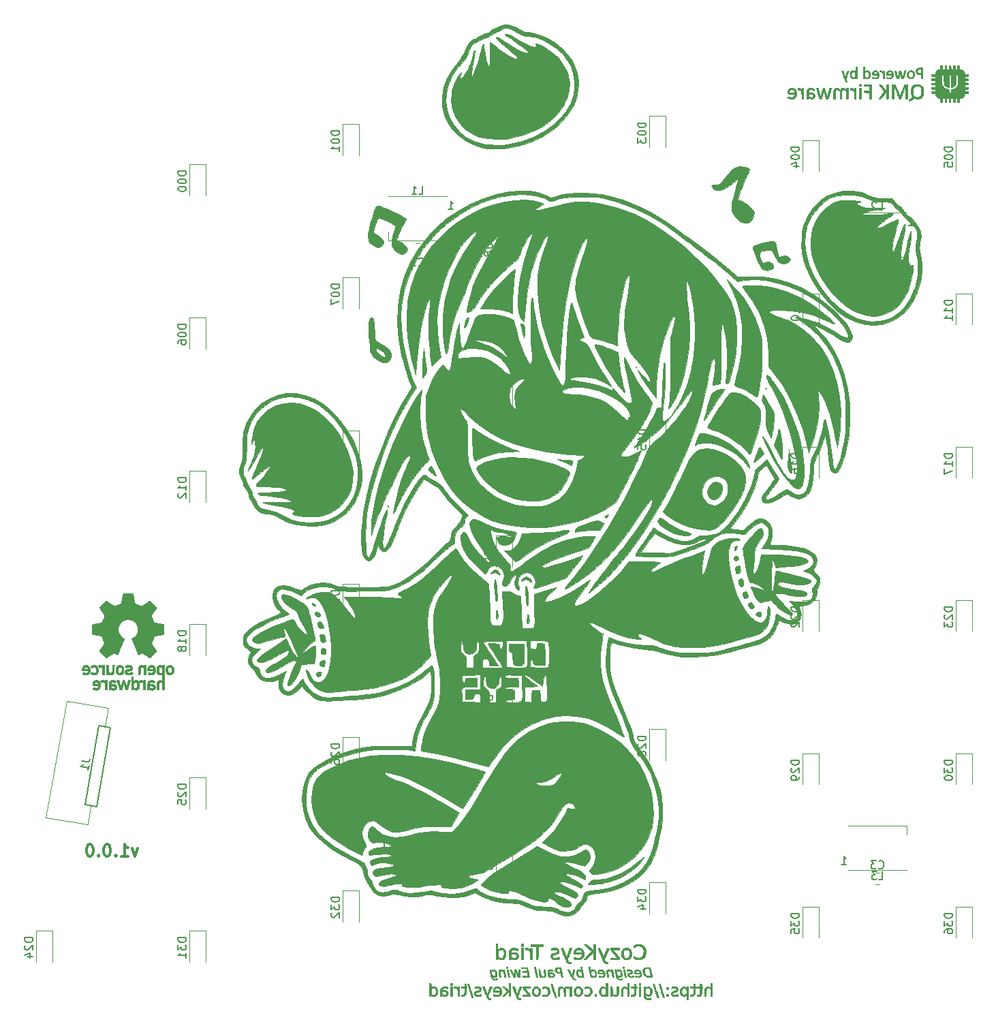
<source format=gbo>
G04 #@! TF.GenerationSoftware,KiCad,Pcbnew,5.1.5+dfsg1-2build2*
G04 #@! TF.CreationDate,2020-05-17T17:46:53-07:00*
G04 #@! TF.ProjectId,triad_right,74726961-645f-4726-9967-68742e6b6963,rev?*
G04 #@! TF.SameCoordinates,Original*
G04 #@! TF.FileFunction,Legend,Bot*
G04 #@! TF.FilePolarity,Positive*
%FSLAX46Y46*%
G04 Gerber Fmt 4.6, Leading zero omitted, Abs format (unit mm)*
G04 Created by KiCad (PCBNEW 5.1.5+dfsg1-2build2) date 2020-05-17 17:46:53*
%MOMM*%
%LPD*%
G04 APERTURE LIST*
%ADD10C,0.300000*%
%ADD11C,0.006500*%
%ADD12C,0.003000*%
%ADD13C,0.010000*%
%ADD14C,0.002500*%
%ADD15C,0.120000*%
%ADD16C,0.150000*%
G04 APERTURE END LIST*
D10*
X42614285Y-120678571D02*
X42257142Y-121678571D01*
X41900000Y-120678571D01*
X40542857Y-121678571D02*
X41400000Y-121678571D01*
X40971428Y-121678571D02*
X40971428Y-120178571D01*
X41114285Y-120392857D01*
X41257142Y-120535714D01*
X41400000Y-120607142D01*
X39900000Y-121535714D02*
X39828571Y-121607142D01*
X39900000Y-121678571D01*
X39971428Y-121607142D01*
X39900000Y-121535714D01*
X39900000Y-121678571D01*
X38900000Y-120178571D02*
X38757142Y-120178571D01*
X38614285Y-120250000D01*
X38542857Y-120321428D01*
X38471428Y-120464285D01*
X38400000Y-120750000D01*
X38400000Y-121107142D01*
X38471428Y-121392857D01*
X38542857Y-121535714D01*
X38614285Y-121607142D01*
X38757142Y-121678571D01*
X38900000Y-121678571D01*
X39042857Y-121607142D01*
X39114285Y-121535714D01*
X39185714Y-121392857D01*
X39257142Y-121107142D01*
X39257142Y-120750000D01*
X39185714Y-120464285D01*
X39114285Y-120321428D01*
X39042857Y-120250000D01*
X38900000Y-120178571D01*
X37757142Y-121535714D02*
X37685714Y-121607142D01*
X37757142Y-121678571D01*
X37828571Y-121607142D01*
X37757142Y-121535714D01*
X37757142Y-121678571D01*
X36757142Y-120178571D02*
X36614285Y-120178571D01*
X36471428Y-120250000D01*
X36400000Y-120321428D01*
X36328571Y-120464285D01*
X36257142Y-120750000D01*
X36257142Y-121107142D01*
X36328571Y-121392857D01*
X36400000Y-121535714D01*
X36471428Y-121607142D01*
X36614285Y-121678571D01*
X36757142Y-121678571D01*
X36900000Y-121607142D01*
X36971428Y-121535714D01*
X37042857Y-121392857D01*
X37114285Y-121107142D01*
X37114285Y-120750000D01*
X37042857Y-120464285D01*
X36971428Y-120321428D01*
X36900000Y-120250000D01*
X36757142Y-120178571D01*
D11*
G36*
X84218886Y-68514735D02*
G01*
X84208161Y-68820389D01*
X84206685Y-69266064D01*
X84213487Y-69799604D01*
X84227592Y-70368851D01*
X84248028Y-70921647D01*
X84273821Y-71405835D01*
X84302403Y-71754780D01*
X84362926Y-72142873D01*
X84440246Y-72413856D01*
X84503148Y-72499853D01*
X84669934Y-72459297D01*
X84979777Y-72332780D01*
X85298074Y-72181069D01*
X86300702Y-71777516D01*
X87455428Y-71508317D01*
X88782942Y-71366884D01*
X90005329Y-71297498D01*
X89196803Y-71024761D01*
X87975536Y-70545839D01*
X86717766Y-69933015D01*
X85539240Y-69243817D01*
X85309928Y-69092934D01*
X84875880Y-68803433D01*
X84523645Y-68573474D01*
X84298086Y-68432056D01*
X84239835Y-68401259D01*
X84218886Y-68514735D01*
G37*
X84218886Y-68514735D02*
X84208161Y-68820389D01*
X84206685Y-69266064D01*
X84213487Y-69799604D01*
X84227592Y-70368851D01*
X84248028Y-70921647D01*
X84273821Y-71405835D01*
X84302403Y-71754780D01*
X84362926Y-72142873D01*
X84440246Y-72413856D01*
X84503148Y-72499853D01*
X84669934Y-72459297D01*
X84979777Y-72332780D01*
X85298074Y-72181069D01*
X86300702Y-71777516D01*
X87455428Y-71508317D01*
X88782942Y-71366884D01*
X90005329Y-71297498D01*
X89196803Y-71024761D01*
X87975536Y-70545839D01*
X86717766Y-69933015D01*
X85539240Y-69243817D01*
X85309928Y-69092934D01*
X84875880Y-68803433D01*
X84523645Y-68573474D01*
X84298086Y-68432056D01*
X84239835Y-68401259D01*
X84218886Y-68514735D01*
G36*
X95628583Y-72679346D02*
G01*
X96037997Y-72855270D01*
X96347447Y-72985664D01*
X96500285Y-73046721D01*
X96506990Y-73048519D01*
X96559071Y-72949007D01*
X96613407Y-72794710D01*
X96660970Y-72578507D01*
X96652222Y-72504891D01*
X96519109Y-72477837D01*
X96205331Y-72439221D01*
X95774062Y-72396643D01*
X95693259Y-72389527D01*
X94776037Y-72310174D01*
X95628583Y-72679346D01*
G37*
X95628583Y-72679346D02*
X96037997Y-72855270D01*
X96347447Y-72985664D01*
X96500285Y-73046721D01*
X96506990Y-73048519D01*
X96559071Y-72949007D01*
X96613407Y-72794710D01*
X96660970Y-72578507D01*
X96652222Y-72504891D01*
X96519109Y-72477837D01*
X96205331Y-72439221D01*
X95774062Y-72396643D01*
X95693259Y-72389527D01*
X94776037Y-72310174D01*
X95628583Y-72679346D01*
G36*
X87889138Y-72170002D02*
G01*
X86780081Y-72370076D01*
X85812089Y-72680608D01*
X85021424Y-73098616D01*
X84876738Y-73203272D01*
X84756522Y-73310763D01*
X84722842Y-73427845D01*
X84787940Y-73613531D01*
X84964059Y-73926836D01*
X85060183Y-74087536D01*
X85703296Y-74943662D01*
X86539095Y-75721660D01*
X87519756Y-76387921D01*
X88597459Y-76908837D01*
X89480548Y-77194118D01*
X90492433Y-77395118D01*
X91487696Y-77492809D01*
X92386474Y-77481298D01*
X92756687Y-77435843D01*
X93729285Y-77158791D01*
X94571176Y-76676214D01*
X95047520Y-76255173D01*
X95346234Y-75893211D01*
X95656217Y-75429557D01*
X95941083Y-74930323D01*
X96164443Y-74461622D01*
X96289911Y-74089568D01*
X96304740Y-73970873D01*
X96192040Y-73802750D01*
X95877695Y-73590811D01*
X95397342Y-73350601D01*
X94786615Y-73097666D01*
X94081152Y-72847551D01*
X93316587Y-72615803D01*
X93010888Y-72533963D01*
X91700139Y-72262368D01*
X90385425Y-72113164D01*
X89103006Y-72083370D01*
X87889138Y-72170002D01*
G37*
X87889138Y-72170002D02*
X86780081Y-72370076D01*
X85812089Y-72680608D01*
X85021424Y-73098616D01*
X84876738Y-73203272D01*
X84756522Y-73310763D01*
X84722842Y-73427845D01*
X84787940Y-73613531D01*
X84964059Y-73926836D01*
X85060183Y-74087536D01*
X85703296Y-74943662D01*
X86539095Y-75721660D01*
X87519756Y-76387921D01*
X88597459Y-76908837D01*
X89480548Y-77194118D01*
X90492433Y-77395118D01*
X91487696Y-77492809D01*
X92386474Y-77481298D01*
X92756687Y-77435843D01*
X93729285Y-77158791D01*
X94571176Y-76676214D01*
X95047520Y-76255173D01*
X95346234Y-75893211D01*
X95656217Y-75429557D01*
X95941083Y-74930323D01*
X96164443Y-74461622D01*
X96289911Y-74089568D01*
X96304740Y-73970873D01*
X96192040Y-73802750D01*
X95877695Y-73590811D01*
X95397342Y-73350601D01*
X94786615Y-73097666D01*
X94081152Y-72847551D01*
X93316587Y-72615803D01*
X93010888Y-72533963D01*
X91700139Y-72262368D01*
X90385425Y-72113164D01*
X89103006Y-72083370D01*
X87889138Y-72170002D01*
G36*
X114117216Y-75233619D02*
G01*
X113772148Y-75511214D01*
X113531630Y-75899450D01*
X113422705Y-76337435D01*
X113472414Y-76764278D01*
X113670815Y-77084297D01*
X114031338Y-77298807D01*
X114430126Y-77280977D01*
X114837741Y-77033506D01*
X114903185Y-76971407D01*
X115166845Y-76585949D01*
X115276421Y-76156506D01*
X115243157Y-75740132D01*
X115078296Y-75393877D01*
X114793082Y-75174791D01*
X114539793Y-75127556D01*
X114117216Y-75233619D01*
G37*
X114117216Y-75233619D02*
X113772148Y-75511214D01*
X113531630Y-75899450D01*
X113422705Y-76337435D01*
X113472414Y-76764278D01*
X113670815Y-77084297D01*
X114031338Y-77298807D01*
X114430126Y-77280977D01*
X114837741Y-77033506D01*
X114903185Y-76971407D01*
X115166845Y-76585949D01*
X115276421Y-76156506D01*
X115243157Y-75740132D01*
X115078296Y-75393877D01*
X114793082Y-75174791D01*
X114539793Y-75127556D01*
X114117216Y-75233619D01*
G36*
X88745003Y-95713281D02*
G01*
X88742701Y-96032884D01*
X88826317Y-96190585D01*
X88959022Y-96247303D01*
X89102963Y-96317017D01*
X89179396Y-96471253D01*
X89208461Y-96772322D01*
X89211555Y-97028554D01*
X89227242Y-97457045D01*
X89286596Y-97707869D01*
X89408055Y-97846646D01*
X89448108Y-97870364D01*
X89868561Y-97988169D01*
X90291152Y-97937650D01*
X90477067Y-97842242D01*
X90574820Y-97736868D01*
X90633955Y-97562180D01*
X90660781Y-97268925D01*
X90661609Y-96807850D01*
X90653312Y-96466408D01*
X90617963Y-95245297D01*
X88783518Y-95245297D01*
X88745003Y-95713281D01*
G37*
X88745003Y-95713281D02*
X88742701Y-96032884D01*
X88826317Y-96190585D01*
X88959022Y-96247303D01*
X89102963Y-96317017D01*
X89179396Y-96471253D01*
X89208461Y-96772322D01*
X89211555Y-97028554D01*
X89227242Y-97457045D01*
X89286596Y-97707869D01*
X89408055Y-97846646D01*
X89448108Y-97870364D01*
X89868561Y-97988169D01*
X90291152Y-97937650D01*
X90477067Y-97842242D01*
X90574820Y-97736868D01*
X90633955Y-97562180D01*
X90660781Y-97268925D01*
X90661609Y-96807850D01*
X90653312Y-96466408D01*
X90617963Y-95245297D01*
X88783518Y-95245297D01*
X88745003Y-95713281D01*
G36*
X88233185Y-19518628D02*
G01*
X88327736Y-19616568D01*
X88565966Y-19785405D01*
X88691796Y-19864675D01*
X89069499Y-20107515D01*
X89512247Y-20411243D01*
X89976202Y-20743252D01*
X90417531Y-21070939D01*
X90792399Y-21361697D01*
X91056971Y-21582920D01*
X91167413Y-21702002D01*
X91168296Y-21706766D01*
X91073107Y-21819778D01*
X90803854Y-21799703D01*
X90385009Y-21656315D01*
X89841042Y-21399390D01*
X89196426Y-21038701D01*
X88659937Y-20704872D01*
X88155744Y-20383377D01*
X87723578Y-20117053D01*
X87405514Y-19931166D01*
X87243629Y-19850982D01*
X87235723Y-19849630D01*
X87144698Y-19881109D01*
X87176228Y-19986783D01*
X87346008Y-20183512D01*
X87669730Y-20488153D01*
X88163086Y-20917565D01*
X88477778Y-21183905D01*
X88957393Y-21594769D01*
X89361530Y-21955114D01*
X89656683Y-22233962D01*
X89809350Y-22400330D01*
X89823037Y-22427831D01*
X89719223Y-22515210D01*
X89545081Y-22540148D01*
X89243926Y-22456479D01*
X88791494Y-22214934D01*
X88210339Y-21829708D01*
X87523016Y-21314993D01*
X87240480Y-21089853D01*
X86877361Y-20810029D01*
X86588694Y-20613653D01*
X86423357Y-20533113D01*
X86405165Y-20536330D01*
X86382320Y-20678113D01*
X86370178Y-21013936D01*
X86369536Y-21493447D01*
X86381040Y-22061267D01*
X86390978Y-22727460D01*
X86376512Y-23203248D01*
X86338728Y-23468515D01*
X86302403Y-23518519D01*
X86161702Y-23419744D01*
X86098075Y-23304500D01*
X86002448Y-22982500D01*
X85893518Y-22509836D01*
X85788863Y-21977628D01*
X85706062Y-21476996D01*
X85662692Y-21099058D01*
X85660066Y-21034023D01*
X85655170Y-20644556D01*
X85492182Y-20950297D01*
X85394661Y-21194156D01*
X85260248Y-21610787D01*
X85109025Y-22135095D01*
X85001669Y-22540148D01*
X84833930Y-23147415D01*
X84648855Y-23737505D01*
X84474068Y-24225529D01*
X84384820Y-24435741D01*
X84095497Y-25047222D01*
X84085304Y-24531799D01*
X84104590Y-24188194D01*
X84164761Y-23686234D01*
X84255202Y-23106674D01*
X84317417Y-22766409D01*
X84429525Y-22149738D01*
X84490725Y-21728097D01*
X84501892Y-21510651D01*
X84463904Y-21506567D01*
X84377633Y-21725010D01*
X84256613Y-22129540D01*
X84072355Y-22777724D01*
X83928117Y-23243885D01*
X83802700Y-23582809D01*
X83674908Y-23849281D01*
X83523547Y-24098087D01*
X83456271Y-24198182D01*
X83141939Y-24618286D01*
X82889927Y-24879677D01*
X82719744Y-24973075D01*
X82650899Y-24889198D01*
X82702903Y-24618766D01*
X82728454Y-24544424D01*
X82856197Y-24191148D01*
X82609504Y-24496889D01*
X82244227Y-25065592D01*
X81920890Y-25784195D01*
X81679455Y-26558015D01*
X81617340Y-26847701D01*
X81555531Y-27833632D01*
X81717916Y-28811597D01*
X82085812Y-29744669D01*
X82640541Y-30595924D01*
X83363422Y-31328437D01*
X84154022Y-31862000D01*
X85062893Y-32235811D01*
X86119115Y-32468969D01*
X87265829Y-32555441D01*
X88446176Y-32489198D01*
X89089259Y-32385452D01*
X90504064Y-32015619D01*
X91800261Y-31507787D01*
X92962444Y-30877391D01*
X93975208Y-30139866D01*
X94823147Y-29310648D01*
X95490855Y-28405171D01*
X95962925Y-27438871D01*
X96223953Y-26427184D01*
X96258533Y-25385545D01*
X96242219Y-25218831D01*
X96012683Y-24264098D01*
X95564756Y-23343974D01*
X94924620Y-22489503D01*
X94118448Y-21731728D01*
X93172419Y-21101692D01*
X92495353Y-20775559D01*
X92211721Y-20665393D01*
X92097264Y-20660951D01*
X92096917Y-20770277D01*
X92112154Y-20831528D01*
X92109330Y-21015676D01*
X91928425Y-21071820D01*
X91885764Y-21072496D01*
X91588702Y-21011207D01*
X91148820Y-20846974D01*
X90629089Y-20609043D01*
X90092484Y-20326662D01*
X89601977Y-20029075D01*
X89519899Y-19973717D01*
X89177919Y-19770625D01*
X88816674Y-19604769D01*
X88498548Y-19498211D01*
X88285928Y-19473017D01*
X88233185Y-19518628D01*
G37*
X88233185Y-19518628D02*
X88327736Y-19616568D01*
X88565966Y-19785405D01*
X88691796Y-19864675D01*
X89069499Y-20107515D01*
X89512247Y-20411243D01*
X89976202Y-20743252D01*
X90417531Y-21070939D01*
X90792399Y-21361697D01*
X91056971Y-21582920D01*
X91167413Y-21702002D01*
X91168296Y-21706766D01*
X91073107Y-21819778D01*
X90803854Y-21799703D01*
X90385009Y-21656315D01*
X89841042Y-21399390D01*
X89196426Y-21038701D01*
X88659937Y-20704872D01*
X88155744Y-20383377D01*
X87723578Y-20117053D01*
X87405514Y-19931166D01*
X87243629Y-19850982D01*
X87235723Y-19849630D01*
X87144698Y-19881109D01*
X87176228Y-19986783D01*
X87346008Y-20183512D01*
X87669730Y-20488153D01*
X88163086Y-20917565D01*
X88477778Y-21183905D01*
X88957393Y-21594769D01*
X89361530Y-21955114D01*
X89656683Y-22233962D01*
X89809350Y-22400330D01*
X89823037Y-22427831D01*
X89719223Y-22515210D01*
X89545081Y-22540148D01*
X89243926Y-22456479D01*
X88791494Y-22214934D01*
X88210339Y-21829708D01*
X87523016Y-21314993D01*
X87240480Y-21089853D01*
X86877361Y-20810029D01*
X86588694Y-20613653D01*
X86423357Y-20533113D01*
X86405165Y-20536330D01*
X86382320Y-20678113D01*
X86370178Y-21013936D01*
X86369536Y-21493447D01*
X86381040Y-22061267D01*
X86390978Y-22727460D01*
X86376512Y-23203248D01*
X86338728Y-23468515D01*
X86302403Y-23518519D01*
X86161702Y-23419744D01*
X86098075Y-23304500D01*
X86002448Y-22982500D01*
X85893518Y-22509836D01*
X85788863Y-21977628D01*
X85706062Y-21476996D01*
X85662692Y-21099058D01*
X85660066Y-21034023D01*
X85655170Y-20644556D01*
X85492182Y-20950297D01*
X85394661Y-21194156D01*
X85260248Y-21610787D01*
X85109025Y-22135095D01*
X85001669Y-22540148D01*
X84833930Y-23147415D01*
X84648855Y-23737505D01*
X84474068Y-24225529D01*
X84384820Y-24435741D01*
X84095497Y-25047222D01*
X84085304Y-24531799D01*
X84104590Y-24188194D01*
X84164761Y-23686234D01*
X84255202Y-23106674D01*
X84317417Y-22766409D01*
X84429525Y-22149738D01*
X84490725Y-21728097D01*
X84501892Y-21510651D01*
X84463904Y-21506567D01*
X84377633Y-21725010D01*
X84256613Y-22129540D01*
X84072355Y-22777724D01*
X83928117Y-23243885D01*
X83802700Y-23582809D01*
X83674908Y-23849281D01*
X83523547Y-24098087D01*
X83456271Y-24198182D01*
X83141939Y-24618286D01*
X82889927Y-24879677D01*
X82719744Y-24973075D01*
X82650899Y-24889198D01*
X82702903Y-24618766D01*
X82728454Y-24544424D01*
X82856197Y-24191148D01*
X82609504Y-24496889D01*
X82244227Y-25065592D01*
X81920890Y-25784195D01*
X81679455Y-26558015D01*
X81617340Y-26847701D01*
X81555531Y-27833632D01*
X81717916Y-28811597D01*
X82085812Y-29744669D01*
X82640541Y-30595924D01*
X83363422Y-31328437D01*
X84154022Y-31862000D01*
X85062893Y-32235811D01*
X86119115Y-32468969D01*
X87265829Y-32555441D01*
X88446176Y-32489198D01*
X89089259Y-32385452D01*
X90504064Y-32015619D01*
X91800261Y-31507787D01*
X92962444Y-30877391D01*
X93975208Y-30139866D01*
X94823147Y-29310648D01*
X95490855Y-28405171D01*
X95962925Y-27438871D01*
X96223953Y-26427184D01*
X96258533Y-25385545D01*
X96242219Y-25218831D01*
X96012683Y-24264098D01*
X95564756Y-23343974D01*
X94924620Y-22489503D01*
X94118448Y-21731728D01*
X93172419Y-21101692D01*
X92495353Y-20775559D01*
X92211721Y-20665393D01*
X92097264Y-20660951D01*
X92096917Y-20770277D01*
X92112154Y-20831528D01*
X92109330Y-21015676D01*
X91928425Y-21071820D01*
X91885764Y-21072496D01*
X91588702Y-21011207D01*
X91148820Y-20846974D01*
X90629089Y-20609043D01*
X90092484Y-20326662D01*
X89601977Y-20029075D01*
X89519899Y-19973717D01*
X89177919Y-19770625D01*
X88816674Y-19604769D01*
X88498548Y-19498211D01*
X88285928Y-19473017D01*
X88233185Y-19518628D01*
G36*
X130336571Y-40118255D02*
G01*
X129905485Y-40168277D01*
X129524760Y-40276222D01*
X129175775Y-40423263D01*
X128281791Y-40965586D01*
X127515215Y-41695513D01*
X126906570Y-42576063D01*
X126486384Y-43570257D01*
X126437927Y-43740234D01*
X126326581Y-44378663D01*
X126277899Y-45156344D01*
X126291412Y-45976226D01*
X126366647Y-46741258D01*
X126454641Y-47187732D01*
X126844346Y-48345092D01*
X127403038Y-49495161D01*
X128101189Y-50603143D01*
X128909271Y-51634242D01*
X129797756Y-52553661D01*
X130737114Y-53326604D01*
X131697818Y-53918273D01*
X132427820Y-54226547D01*
X133295691Y-54441906D01*
X134136392Y-54516130D01*
X134795090Y-54456397D01*
X135582373Y-54218824D01*
X136359206Y-53851726D01*
X136843057Y-53536185D01*
X137398737Y-52984715D01*
X137902492Y-52238447D01*
X138332502Y-51345316D01*
X138666945Y-50353257D01*
X138884004Y-49310207D01*
X138926532Y-48959149D01*
X138967257Y-48499446D01*
X138972842Y-48242631D01*
X138938008Y-48148829D01*
X138857479Y-48178166D01*
X138826413Y-48202693D01*
X138660887Y-48288229D01*
X138535518Y-48169605D01*
X138505491Y-48116011D01*
X138397100Y-47718167D01*
X138392611Y-47118249D01*
X138492218Y-46308229D01*
X138558090Y-45940073D01*
X138642408Y-45430154D01*
X138703024Y-44928562D01*
X138736990Y-44485253D01*
X138741356Y-44150183D01*
X138713173Y-43973309D01*
X138674496Y-43968294D01*
X138621488Y-44108446D01*
X138530585Y-44434985D01*
X138415736Y-44895261D01*
X138320739Y-45303362D01*
X138113619Y-46197692D01*
X137945873Y-46864507D01*
X137811246Y-47316587D01*
X137703481Y-47566714D01*
X137616321Y-47627670D01*
X137543508Y-47512237D01*
X137478788Y-47233197D01*
X137453289Y-47075473D01*
X137438438Y-46664740D01*
X137496833Y-46086616D01*
X137631648Y-45313648D01*
X137690388Y-45025715D01*
X137840960Y-44291400D01*
X137939460Y-43763706D01*
X137989358Y-43411048D01*
X137994120Y-43201845D01*
X137957216Y-43104513D01*
X137903394Y-43085926D01*
X137828473Y-43195492D01*
X137700010Y-43494385D01*
X137535554Y-43937900D01*
X137352655Y-44481330D01*
X137339311Y-44522908D01*
X137143982Y-45115677D01*
X136955900Y-45655169D01*
X136796978Y-46080375D01*
X136692357Y-46324087D01*
X136561816Y-46560931D01*
X136487451Y-46596033D01*
X136415595Y-46446193D01*
X136403794Y-46414425D01*
X136362779Y-46125579D01*
X136401031Y-45676439D01*
X136521826Y-45047915D01*
X136728442Y-44220922D01*
X136865502Y-43725108D01*
X136996739Y-43232634D01*
X137087625Y-42833445D01*
X137126603Y-42581937D01*
X137120517Y-42524789D01*
X136990913Y-42548833D01*
X136694286Y-42666526D01*
X136279785Y-42857078D01*
X135957275Y-43016848D01*
X135321356Y-43326063D01*
X134873587Y-43508224D01*
X134596354Y-43568509D01*
X134472042Y-43512098D01*
X134461185Y-43456777D01*
X134555237Y-43327072D01*
X134803067Y-43104074D01*
X135153190Y-42827498D01*
X135554117Y-42537059D01*
X135954363Y-42272475D01*
X136142759Y-42159647D01*
X136447290Y-41951732D01*
X136519205Y-41816016D01*
X136361449Y-41761412D01*
X136020463Y-41789777D01*
X135569826Y-41846097D01*
X135025218Y-41892800D01*
X134433794Y-41928574D01*
X133842711Y-41952111D01*
X133299127Y-41962101D01*
X132850196Y-41957233D01*
X132543076Y-41936197D01*
X132424922Y-41897683D01*
X132426826Y-41889613D01*
X132583138Y-41803672D01*
X132950635Y-41683130D01*
X133499611Y-41535773D01*
X134200361Y-41369390D01*
X135023177Y-41191769D01*
X135317259Y-41131849D01*
X135491257Y-41087161D01*
X135452930Y-41064027D01*
X135192702Y-41061940D01*
X134701001Y-41080392D01*
X134516677Y-41089364D01*
X133898454Y-41115145D01*
X133457454Y-41114450D01*
X133127090Y-41080403D01*
X132840780Y-41006131D01*
X132531937Y-40884759D01*
X132531013Y-40884362D01*
X132150735Y-40690159D01*
X131985673Y-40534073D01*
X132041794Y-40428807D01*
X132297644Y-40387656D01*
X132471617Y-40374195D01*
X132435356Y-40327351D01*
X132259852Y-40247969D01*
X131996965Y-40185656D01*
X131569949Y-40137198D01*
X131059206Y-40110919D01*
X130914592Y-40108686D01*
X130336571Y-40118255D01*
G37*
X130336571Y-40118255D02*
X129905485Y-40168277D01*
X129524760Y-40276222D01*
X129175775Y-40423263D01*
X128281791Y-40965586D01*
X127515215Y-41695513D01*
X126906570Y-42576063D01*
X126486384Y-43570257D01*
X126437927Y-43740234D01*
X126326581Y-44378663D01*
X126277899Y-45156344D01*
X126291412Y-45976226D01*
X126366647Y-46741258D01*
X126454641Y-47187732D01*
X126844346Y-48345092D01*
X127403038Y-49495161D01*
X128101189Y-50603143D01*
X128909271Y-51634242D01*
X129797756Y-52553661D01*
X130737114Y-53326604D01*
X131697818Y-53918273D01*
X132427820Y-54226547D01*
X133295691Y-54441906D01*
X134136392Y-54516130D01*
X134795090Y-54456397D01*
X135582373Y-54218824D01*
X136359206Y-53851726D01*
X136843057Y-53536185D01*
X137398737Y-52984715D01*
X137902492Y-52238447D01*
X138332502Y-51345316D01*
X138666945Y-50353257D01*
X138884004Y-49310207D01*
X138926532Y-48959149D01*
X138967257Y-48499446D01*
X138972842Y-48242631D01*
X138938008Y-48148829D01*
X138857479Y-48178166D01*
X138826413Y-48202693D01*
X138660887Y-48288229D01*
X138535518Y-48169605D01*
X138505491Y-48116011D01*
X138397100Y-47718167D01*
X138392611Y-47118249D01*
X138492218Y-46308229D01*
X138558090Y-45940073D01*
X138642408Y-45430154D01*
X138703024Y-44928562D01*
X138736990Y-44485253D01*
X138741356Y-44150183D01*
X138713173Y-43973309D01*
X138674496Y-43968294D01*
X138621488Y-44108446D01*
X138530585Y-44434985D01*
X138415736Y-44895261D01*
X138320739Y-45303362D01*
X138113619Y-46197692D01*
X137945873Y-46864507D01*
X137811246Y-47316587D01*
X137703481Y-47566714D01*
X137616321Y-47627670D01*
X137543508Y-47512237D01*
X137478788Y-47233197D01*
X137453289Y-47075473D01*
X137438438Y-46664740D01*
X137496833Y-46086616D01*
X137631648Y-45313648D01*
X137690388Y-45025715D01*
X137840960Y-44291400D01*
X137939460Y-43763706D01*
X137989358Y-43411048D01*
X137994120Y-43201845D01*
X137957216Y-43104513D01*
X137903394Y-43085926D01*
X137828473Y-43195492D01*
X137700010Y-43494385D01*
X137535554Y-43937900D01*
X137352655Y-44481330D01*
X137339311Y-44522908D01*
X137143982Y-45115677D01*
X136955900Y-45655169D01*
X136796978Y-46080375D01*
X136692357Y-46324087D01*
X136561816Y-46560931D01*
X136487451Y-46596033D01*
X136415595Y-46446193D01*
X136403794Y-46414425D01*
X136362779Y-46125579D01*
X136401031Y-45676439D01*
X136521826Y-45047915D01*
X136728442Y-44220922D01*
X136865502Y-43725108D01*
X136996739Y-43232634D01*
X137087625Y-42833445D01*
X137126603Y-42581937D01*
X137120517Y-42524789D01*
X136990913Y-42548833D01*
X136694286Y-42666526D01*
X136279785Y-42857078D01*
X135957275Y-43016848D01*
X135321356Y-43326063D01*
X134873587Y-43508224D01*
X134596354Y-43568509D01*
X134472042Y-43512098D01*
X134461185Y-43456777D01*
X134555237Y-43327072D01*
X134803067Y-43104074D01*
X135153190Y-42827498D01*
X135554117Y-42537059D01*
X135954363Y-42272475D01*
X136142759Y-42159647D01*
X136447290Y-41951732D01*
X136519205Y-41816016D01*
X136361449Y-41761412D01*
X136020463Y-41789777D01*
X135569826Y-41846097D01*
X135025218Y-41892800D01*
X134433794Y-41928574D01*
X133842711Y-41952111D01*
X133299127Y-41962101D01*
X132850196Y-41957233D01*
X132543076Y-41936197D01*
X132424922Y-41897683D01*
X132426826Y-41889613D01*
X132583138Y-41803672D01*
X132950635Y-41683130D01*
X133499611Y-41535773D01*
X134200361Y-41369390D01*
X135023177Y-41191769D01*
X135317259Y-41131849D01*
X135491257Y-41087161D01*
X135452930Y-41064027D01*
X135192702Y-41061940D01*
X134701001Y-41080392D01*
X134516677Y-41089364D01*
X133898454Y-41115145D01*
X133457454Y-41114450D01*
X133127090Y-41080403D01*
X132840780Y-41006131D01*
X132531937Y-40884759D01*
X132531013Y-40884362D01*
X132150735Y-40690159D01*
X131985673Y-40534073D01*
X132041794Y-40428807D01*
X132297644Y-40387656D01*
X132471617Y-40374195D01*
X132435356Y-40327351D01*
X132259852Y-40247969D01*
X131996965Y-40185656D01*
X131569949Y-40137198D01*
X131059206Y-40110919D01*
X130914592Y-40108686D01*
X130336571Y-40118255D01*
G36*
X60832140Y-65345062D02*
G01*
X59773181Y-65652532D01*
X58848052Y-66156910D01*
X58072848Y-66840711D01*
X57463666Y-67686451D01*
X57036601Y-68676646D01*
X56817701Y-69705835D01*
X56775401Y-70103357D01*
X56756285Y-70382757D01*
X56763400Y-70480297D01*
X56830542Y-70379986D01*
X56944992Y-70133489D01*
X56966192Y-70082834D01*
X57130048Y-69685371D01*
X57217761Y-70260496D01*
X57259331Y-70780970D01*
X57208807Y-71296376D01*
X57052761Y-71873110D01*
X56777764Y-72577569D01*
X56724075Y-72701442D01*
X56484949Y-73268469D01*
X56356008Y-73620730D01*
X56333442Y-73759865D01*
X56413442Y-73687514D01*
X56592199Y-73405314D01*
X56865904Y-72914906D01*
X57054328Y-72559334D01*
X57415332Y-71892865D01*
X57730028Y-71359811D01*
X57984815Y-70979669D01*
X58166093Y-70771937D01*
X58260259Y-70756113D01*
X58270592Y-70815735D01*
X58219489Y-71084702D01*
X58073587Y-71543489D01*
X57843997Y-72161441D01*
X57541829Y-72907905D01*
X57341884Y-73377971D01*
X57124172Y-73893716D01*
X56948616Y-74332530D01*
X56835339Y-74642605D01*
X56803037Y-74765138D01*
X56884341Y-74760051D01*
X57098849Y-74616594D01*
X57402458Y-74364881D01*
X57445092Y-74326751D01*
X57934422Y-73906995D01*
X58380719Y-73563512D01*
X58747528Y-73321101D01*
X58998390Y-73204564D01*
X59085276Y-73210956D01*
X59055731Y-73340455D01*
X58896442Y-73603306D01*
X58643005Y-73952616D01*
X58331020Y-74341495D01*
X57996084Y-74723051D01*
X57728136Y-74998676D01*
X57449876Y-75283720D01*
X57314673Y-75484791D01*
X57342125Y-75616397D01*
X57551833Y-75693046D01*
X57963395Y-75729247D01*
X58596413Y-75739510D01*
X58729203Y-75739719D01*
X59625003Y-75761107D01*
X60316718Y-75823069D01*
X60793645Y-75923722D01*
X61045083Y-76061179D01*
X61083407Y-76154378D01*
X60967923Y-76231542D01*
X60648716Y-76304862D01*
X60166655Y-76369960D01*
X59562610Y-76422455D01*
X58877450Y-76457967D01*
X58152045Y-76472116D01*
X58117722Y-76472182D01*
X57779046Y-76494595D01*
X57569690Y-76550902D01*
X57536815Y-76589570D01*
X57579627Y-76658907D01*
X57728284Y-76719885D01*
X58013117Y-76777875D01*
X58464456Y-76838248D01*
X59112631Y-76906376D01*
X59570216Y-76949670D01*
X60428702Y-77060729D01*
X61057536Y-77215196D01*
X61312938Y-77321205D01*
X61611969Y-77488982D01*
X61792737Y-77619772D01*
X61817185Y-77656071D01*
X61701886Y-77678121D01*
X61383449Y-77688681D01*
X60903062Y-77687640D01*
X60301917Y-77674889D01*
X59891018Y-77661219D01*
X59169345Y-77636454D01*
X58665272Y-77626291D01*
X58352160Y-77632181D01*
X58203371Y-77655579D01*
X58192267Y-77697936D01*
X58270592Y-77749623D01*
X58522189Y-77832952D01*
X58946854Y-77924629D01*
X59474088Y-78010653D01*
X59789900Y-78051375D01*
X60468667Y-78154151D01*
X61076776Y-78290870D01*
X61572453Y-78447959D01*
X61913928Y-78611844D01*
X62059425Y-78768952D01*
X62061778Y-78789568D01*
X61972808Y-78913836D01*
X61939481Y-78918741D01*
X61820635Y-79001130D01*
X61817185Y-79026519D01*
X61931242Y-79152317D01*
X62240978Y-79262412D01*
X62697740Y-79352375D01*
X63252871Y-79417771D01*
X63857719Y-79454167D01*
X64463631Y-79457131D01*
X65021950Y-79422231D01*
X65436935Y-79356298D01*
X66462680Y-79024339D01*
X67330228Y-78524239D01*
X67973550Y-77948671D01*
X68641587Y-77063422D01*
X69093110Y-76074552D01*
X69327651Y-74993111D01*
X69344741Y-73830151D01*
X69143912Y-72596724D01*
X68724696Y-71303879D01*
X68295262Y-70358000D01*
X67568605Y-69108324D01*
X66740036Y-68011405D01*
X65828963Y-67080280D01*
X64854798Y-66327986D01*
X63836948Y-65767560D01*
X62794823Y-65412039D01*
X61747833Y-65274461D01*
X60832140Y-65345062D01*
G37*
X60832140Y-65345062D02*
X59773181Y-65652532D01*
X58848052Y-66156910D01*
X58072848Y-66840711D01*
X57463666Y-67686451D01*
X57036601Y-68676646D01*
X56817701Y-69705835D01*
X56775401Y-70103357D01*
X56756285Y-70382757D01*
X56763400Y-70480297D01*
X56830542Y-70379986D01*
X56944992Y-70133489D01*
X56966192Y-70082834D01*
X57130048Y-69685371D01*
X57217761Y-70260496D01*
X57259331Y-70780970D01*
X57208807Y-71296376D01*
X57052761Y-71873110D01*
X56777764Y-72577569D01*
X56724075Y-72701442D01*
X56484949Y-73268469D01*
X56356008Y-73620730D01*
X56333442Y-73759865D01*
X56413442Y-73687514D01*
X56592199Y-73405314D01*
X56865904Y-72914906D01*
X57054328Y-72559334D01*
X57415332Y-71892865D01*
X57730028Y-71359811D01*
X57984815Y-70979669D01*
X58166093Y-70771937D01*
X58260259Y-70756113D01*
X58270592Y-70815735D01*
X58219489Y-71084702D01*
X58073587Y-71543489D01*
X57843997Y-72161441D01*
X57541829Y-72907905D01*
X57341884Y-73377971D01*
X57124172Y-73893716D01*
X56948616Y-74332530D01*
X56835339Y-74642605D01*
X56803037Y-74765138D01*
X56884341Y-74760051D01*
X57098849Y-74616594D01*
X57402458Y-74364881D01*
X57445092Y-74326751D01*
X57934422Y-73906995D01*
X58380719Y-73563512D01*
X58747528Y-73321101D01*
X58998390Y-73204564D01*
X59085276Y-73210956D01*
X59055731Y-73340455D01*
X58896442Y-73603306D01*
X58643005Y-73952616D01*
X58331020Y-74341495D01*
X57996084Y-74723051D01*
X57728136Y-74998676D01*
X57449876Y-75283720D01*
X57314673Y-75484791D01*
X57342125Y-75616397D01*
X57551833Y-75693046D01*
X57963395Y-75729247D01*
X58596413Y-75739510D01*
X58729203Y-75739719D01*
X59625003Y-75761107D01*
X60316718Y-75823069D01*
X60793645Y-75923722D01*
X61045083Y-76061179D01*
X61083407Y-76154378D01*
X60967923Y-76231542D01*
X60648716Y-76304862D01*
X60166655Y-76369960D01*
X59562610Y-76422455D01*
X58877450Y-76457967D01*
X58152045Y-76472116D01*
X58117722Y-76472182D01*
X57779046Y-76494595D01*
X57569690Y-76550902D01*
X57536815Y-76589570D01*
X57579627Y-76658907D01*
X57728284Y-76719885D01*
X58013117Y-76777875D01*
X58464456Y-76838248D01*
X59112631Y-76906376D01*
X59570216Y-76949670D01*
X60428702Y-77060729D01*
X61057536Y-77215196D01*
X61312938Y-77321205D01*
X61611969Y-77488982D01*
X61792737Y-77619772D01*
X61817185Y-77656071D01*
X61701886Y-77678121D01*
X61383449Y-77688681D01*
X60903062Y-77687640D01*
X60301917Y-77674889D01*
X59891018Y-77661219D01*
X59169345Y-77636454D01*
X58665272Y-77626291D01*
X58352160Y-77632181D01*
X58203371Y-77655579D01*
X58192267Y-77697936D01*
X58270592Y-77749623D01*
X58522189Y-77832952D01*
X58946854Y-77924629D01*
X59474088Y-78010653D01*
X59789900Y-78051375D01*
X60468667Y-78154151D01*
X61076776Y-78290870D01*
X61572453Y-78447959D01*
X61913928Y-78611844D01*
X62059425Y-78768952D01*
X62061778Y-78789568D01*
X61972808Y-78913836D01*
X61939481Y-78918741D01*
X61820635Y-79001130D01*
X61817185Y-79026519D01*
X61931242Y-79152317D01*
X62240978Y-79262412D01*
X62697740Y-79352375D01*
X63252871Y-79417771D01*
X63857719Y-79454167D01*
X64463631Y-79457131D01*
X65021950Y-79422231D01*
X65436935Y-79356298D01*
X66462680Y-79024339D01*
X67330228Y-78524239D01*
X67973550Y-77948671D01*
X68641587Y-77063422D01*
X69093110Y-76074552D01*
X69327651Y-74993111D01*
X69344741Y-73830151D01*
X69143912Y-72596724D01*
X68724696Y-71303879D01*
X68295262Y-70358000D01*
X67568605Y-69108324D01*
X66740036Y-68011405D01*
X65828963Y-67080280D01*
X64854798Y-66327986D01*
X63836948Y-65767560D01*
X62794823Y-65412039D01*
X61747833Y-65274461D01*
X60832140Y-65345062D01*
G36*
X89409048Y-48740513D02*
G01*
X89175444Y-48926453D01*
X88795565Y-49258194D01*
X88720204Y-49324957D01*
X87956727Y-50060765D01*
X87156080Y-50934789D01*
X86388758Y-51865625D01*
X85725259Y-52771870D01*
X85690154Y-52823887D01*
X85187267Y-53573069D01*
X86557355Y-53631465D01*
X87373096Y-53686302D01*
X88000947Y-53777348D01*
X88496036Y-53913072D01*
X88569500Y-53940626D01*
X89211555Y-54191390D01*
X89212479Y-52521566D01*
X89235911Y-51353784D01*
X89310058Y-50338254D01*
X89442808Y-49386409D01*
X89535151Y-48899236D01*
X89558608Y-48742729D01*
X89526671Y-48684546D01*
X89409048Y-48740513D01*
G37*
X89409048Y-48740513D02*
X89175444Y-48926453D01*
X88795565Y-49258194D01*
X88720204Y-49324957D01*
X87956727Y-50060765D01*
X87156080Y-50934789D01*
X86388758Y-51865625D01*
X85725259Y-52771870D01*
X85690154Y-52823887D01*
X85187267Y-53573069D01*
X86557355Y-53631465D01*
X87373096Y-53686302D01*
X88000947Y-53777348D01*
X88496036Y-53913072D01*
X88569500Y-53940626D01*
X89211555Y-54191390D01*
X89212479Y-52521566D01*
X89235911Y-51353784D01*
X89310058Y-50338254D01*
X89442808Y-49386409D01*
X89535151Y-48899236D01*
X89558608Y-48742729D01*
X89526671Y-48684546D01*
X89409048Y-48740513D01*
G36*
X83651299Y-54739821D02*
G01*
X83548151Y-54773176D01*
X83429957Y-54921135D01*
X83318621Y-55213957D01*
X83237586Y-55556074D01*
X83210299Y-55851917D01*
X83247971Y-55996737D01*
X83318741Y-55925834D01*
X83441642Y-55682073D01*
X83553917Y-55410180D01*
X83683659Y-55054506D01*
X83761417Y-54806318D01*
X83772347Y-54731770D01*
X83651299Y-54739821D01*
G37*
X83651299Y-54739821D02*
X83548151Y-54773176D01*
X83429957Y-54921135D01*
X83318621Y-55213957D01*
X83237586Y-55556074D01*
X83210299Y-55851917D01*
X83247971Y-55996737D01*
X83318741Y-55925834D01*
X83441642Y-55682073D01*
X83553917Y-55410180D01*
X83683659Y-55054506D01*
X83761417Y-54806318D01*
X83772347Y-54731770D01*
X83651299Y-54739821D01*
G36*
X90224919Y-55484389D02*
G01*
X90229209Y-55615010D01*
X90280473Y-55908174D01*
X90361815Y-56290316D01*
X90456342Y-56687875D01*
X90547161Y-57027284D01*
X90617376Y-57234981D01*
X90633171Y-57262105D01*
X90655602Y-57176350D01*
X90671961Y-56902877D01*
X90679037Y-56498543D01*
X90679111Y-56449689D01*
X90667270Y-55972854D01*
X90624405Y-55688259D01*
X90539508Y-55544371D01*
X90478163Y-55509206D01*
X90280727Y-55468545D01*
X90224919Y-55484389D01*
G37*
X90224919Y-55484389D02*
X90229209Y-55615010D01*
X90280473Y-55908174D01*
X90361815Y-56290316D01*
X90456342Y-56687875D01*
X90547161Y-57027284D01*
X90617376Y-57234981D01*
X90633171Y-57262105D01*
X90655602Y-57176350D01*
X90671961Y-56902877D01*
X90679037Y-56498543D01*
X90679111Y-56449689D01*
X90667270Y-55972854D01*
X90624405Y-55688259D01*
X90539508Y-55544371D01*
X90478163Y-55509206D01*
X90280727Y-55468545D01*
X90224919Y-55484389D01*
G36*
X104498592Y-60880037D02*
G01*
X104559740Y-60941185D01*
X104620889Y-60880037D01*
X104559740Y-60818889D01*
X104498592Y-60880037D01*
G37*
X104498592Y-60880037D02*
X104559740Y-60941185D01*
X104620889Y-60880037D01*
X104559740Y-60818889D01*
X104498592Y-60880037D01*
G36*
X78053382Y-59473630D02*
G01*
X78007246Y-60096146D01*
X77984740Y-60796250D01*
X77988774Y-61336196D01*
X78021444Y-62281539D01*
X78287965Y-61886529D01*
X78398892Y-61714007D01*
X78467569Y-61555608D01*
X78495764Y-61360309D01*
X78485249Y-61077088D01*
X78437792Y-60654924D01*
X78355164Y-60042795D01*
X78352572Y-60023963D01*
X78150660Y-58556408D01*
X78053382Y-59473630D01*
G37*
X78053382Y-59473630D02*
X78007246Y-60096146D01*
X77984740Y-60796250D01*
X77988774Y-61336196D01*
X78021444Y-62281539D01*
X78287965Y-61886529D01*
X78398892Y-61714007D01*
X78467569Y-61555608D01*
X78495764Y-61360309D01*
X78485249Y-61077088D01*
X78437792Y-60654924D01*
X78355164Y-60042795D01*
X78352572Y-60023963D01*
X78150660Y-58556408D01*
X78053382Y-59473630D01*
G36*
X120557776Y-63466109D02*
G01*
X120580555Y-63509408D01*
X120695784Y-63626201D01*
X120717286Y-63631704D01*
X120725631Y-63552707D01*
X120702852Y-63509408D01*
X120587622Y-63392614D01*
X120566121Y-63387111D01*
X120557776Y-63466109D01*
G37*
X120557776Y-63466109D02*
X120580555Y-63509408D01*
X120695784Y-63626201D01*
X120717286Y-63631704D01*
X120725631Y-63552707D01*
X120702852Y-63509408D01*
X120587622Y-63392614D01*
X120566121Y-63387111D01*
X120557776Y-63466109D01*
G36*
X99397251Y-58052503D02*
G01*
X99421310Y-58185394D01*
X99547334Y-58489370D01*
X99754491Y-58923983D01*
X100021953Y-59448780D01*
X100328890Y-60023312D01*
X100654472Y-60607128D01*
X100977869Y-61159780D01*
X101102225Y-61363496D01*
X101441377Y-61891521D01*
X101800508Y-62417686D01*
X102157008Y-62913129D01*
X102488265Y-63348984D01*
X102771668Y-63696391D01*
X102984606Y-63926487D01*
X103104467Y-64010408D01*
X103111463Y-63928235D01*
X103030466Y-63608265D01*
X102922807Y-63107350D01*
X102799682Y-62486191D01*
X102672288Y-61805487D01*
X102551820Y-61125940D01*
X102449475Y-60508249D01*
X102376450Y-60013114D01*
X102352905Y-59815682D01*
X102269993Y-58995919D01*
X101396978Y-58634445D01*
X100786360Y-58396060D01*
X100236204Y-58207977D01*
X99790613Y-58083031D01*
X99493690Y-58034058D01*
X99397251Y-58052503D01*
G37*
X99397251Y-58052503D02*
X99421310Y-58185394D01*
X99547334Y-58489370D01*
X99754491Y-58923983D01*
X100021953Y-59448780D01*
X100328890Y-60023312D01*
X100654472Y-60607128D01*
X100977869Y-61159780D01*
X101102225Y-61363496D01*
X101441377Y-61891521D01*
X101800508Y-62417686D01*
X102157008Y-62913129D01*
X102488265Y-63348984D01*
X102771668Y-63696391D01*
X102984606Y-63926487D01*
X103104467Y-64010408D01*
X103111463Y-63928235D01*
X103030466Y-63608265D01*
X102922807Y-63107350D01*
X102799682Y-62486191D01*
X102672288Y-61805487D01*
X102551820Y-61125940D01*
X102449475Y-60508249D01*
X102376450Y-60013114D01*
X102352905Y-59815682D01*
X102269993Y-58995919D01*
X101396978Y-58634445D01*
X100786360Y-58396060D01*
X100236204Y-58207977D01*
X99790613Y-58083031D01*
X99493690Y-58034058D01*
X99397251Y-58052503D01*
G36*
X116416433Y-51110330D02*
G01*
X117034269Y-52575938D01*
X117461825Y-54083997D01*
X117700161Y-55655457D01*
X117750337Y-57311272D01*
X117613417Y-59072394D01*
X117290462Y-60959775D01*
X116981433Y-62263623D01*
X116867104Y-62720610D01*
X116817604Y-62995500D01*
X116831338Y-63141593D01*
X116906704Y-63212191D01*
X116952441Y-63230765D01*
X117709268Y-63519331D01*
X118293247Y-63788712D01*
X118770695Y-64070950D01*
X118945555Y-64193782D01*
X119262265Y-64403731D01*
X119496310Y-64517069D01*
X119584206Y-64516868D01*
X119631677Y-64363456D01*
X119714255Y-64021619D01*
X119820060Y-63542971D01*
X119929914Y-63015218D01*
X120040284Y-62427897D01*
X120118074Y-61890206D01*
X120168204Y-61337606D01*
X120195598Y-60705555D01*
X120205174Y-59929514D01*
X120204607Y-59412482D01*
X120198671Y-58603263D01*
X120184812Y-57985917D01*
X120157556Y-57507737D01*
X120111431Y-57116018D01*
X120040965Y-56758051D01*
X119940684Y-56381129D01*
X119862764Y-56120133D01*
X119348334Y-54712977D01*
X118688716Y-53422087D01*
X117852717Y-52195433D01*
X116809142Y-50980983D01*
X116734868Y-50902782D01*
X115868588Y-49995667D01*
X116416433Y-51110330D01*
G37*
X116416433Y-51110330D02*
X117034269Y-52575938D01*
X117461825Y-54083997D01*
X117700161Y-55655457D01*
X117750337Y-57311272D01*
X117613417Y-59072394D01*
X117290462Y-60959775D01*
X116981433Y-62263623D01*
X116867104Y-62720610D01*
X116817604Y-62995500D01*
X116831338Y-63141593D01*
X116906704Y-63212191D01*
X116952441Y-63230765D01*
X117709268Y-63519331D01*
X118293247Y-63788712D01*
X118770695Y-64070950D01*
X118945555Y-64193782D01*
X119262265Y-64403731D01*
X119496310Y-64517069D01*
X119584206Y-64516868D01*
X119631677Y-64363456D01*
X119714255Y-64021619D01*
X119820060Y-63542971D01*
X119929914Y-63015218D01*
X120040284Y-62427897D01*
X120118074Y-61890206D01*
X120168204Y-61337606D01*
X120195598Y-60705555D01*
X120205174Y-59929514D01*
X120204607Y-59412482D01*
X120198671Y-58603263D01*
X120184812Y-57985917D01*
X120157556Y-57507737D01*
X120111431Y-57116018D01*
X120040965Y-56758051D01*
X119940684Y-56381129D01*
X119862764Y-56120133D01*
X119348334Y-54712977D01*
X118688716Y-53422087D01*
X117852717Y-52195433D01*
X116809142Y-50980983D01*
X116734868Y-50902782D01*
X115868588Y-49995667D01*
X116416433Y-51110330D01*
G36*
X114687060Y-63710241D02*
G01*
X114240801Y-63917039D01*
X113935933Y-64208879D01*
X113911419Y-64250638D01*
X113833692Y-64448682D01*
X113716201Y-64809968D01*
X113573600Y-65282110D01*
X113420539Y-65812722D01*
X113271668Y-66349416D01*
X113141640Y-66839807D01*
X113045106Y-67231506D01*
X112996718Y-67472129D01*
X112996528Y-67521867D01*
X113070482Y-67445070D01*
X113227514Y-67207335D01*
X113415127Y-66891946D01*
X113638692Y-66524650D01*
X113960731Y-66025551D01*
X114337246Y-65461662D01*
X114704647Y-64927950D01*
X115612119Y-63631704D01*
X115185727Y-63631704D01*
X114687060Y-63710241D01*
G37*
X114687060Y-63710241D02*
X114240801Y-63917039D01*
X113935933Y-64208879D01*
X113911419Y-64250638D01*
X113833692Y-64448682D01*
X113716201Y-64809968D01*
X113573600Y-65282110D01*
X113420539Y-65812722D01*
X113271668Y-66349416D01*
X113141640Y-66839807D01*
X113045106Y-67231506D01*
X112996718Y-67472129D01*
X112996528Y-67521867D01*
X113070482Y-67445070D01*
X113227514Y-67207335D01*
X113415127Y-66891946D01*
X113638692Y-66524650D01*
X113960731Y-66025551D01*
X114337246Y-65461662D01*
X114704647Y-64927950D01*
X115612119Y-63631704D01*
X115185727Y-63631704D01*
X114687060Y-63710241D01*
G36*
X120247351Y-64706301D02*
G01*
X120208892Y-65029167D01*
X120313406Y-65314170D01*
X120424146Y-65477360D01*
X120552968Y-65675454D01*
X120632537Y-65885624D01*
X120672328Y-66168530D01*
X120681821Y-66584831D01*
X120673520Y-67073382D01*
X120665354Y-67651098D01*
X120682318Y-68059274D01*
X120736953Y-68372637D01*
X120841804Y-68665918D01*
X120994163Y-68983750D01*
X121344138Y-69675866D01*
X121481586Y-69034966D01*
X121568668Y-68553261D01*
X121650651Y-67975485D01*
X121695861Y-67567438D01*
X121727284Y-67088991D01*
X121700746Y-66741465D01*
X121596967Y-66414264D01*
X121435337Y-66072906D01*
X121173318Y-65589768D01*
X120876889Y-65093827D01*
X120723623Y-64859007D01*
X120349262Y-64313014D01*
X120247351Y-64706301D01*
G37*
X120247351Y-64706301D02*
X120208892Y-65029167D01*
X120313406Y-65314170D01*
X120424146Y-65477360D01*
X120552968Y-65675454D01*
X120632537Y-65885624D01*
X120672328Y-66168530D01*
X120681821Y-66584831D01*
X120673520Y-67073382D01*
X120665354Y-67651098D01*
X120682318Y-68059274D01*
X120736953Y-68372637D01*
X120841804Y-68665918D01*
X120994163Y-68983750D01*
X121344138Y-69675866D01*
X121481586Y-69034966D01*
X121568668Y-68553261D01*
X121650651Y-67975485D01*
X121695861Y-67567438D01*
X121727284Y-67088991D01*
X121700746Y-66741465D01*
X121596967Y-66414264D01*
X121435337Y-66072906D01*
X121173318Y-65589768D01*
X120876889Y-65093827D01*
X120723623Y-64859007D01*
X120349262Y-64313014D01*
X120247351Y-64706301D01*
G36*
X118293450Y-50728531D02*
G01*
X117928760Y-50762035D01*
X117762166Y-50817060D01*
X117782770Y-50951167D01*
X117935050Y-51192165D01*
X118049848Y-51332694D01*
X119025879Y-52626499D01*
X119817763Y-54063426D01*
X120415329Y-55614679D01*
X120808410Y-57251458D01*
X120986836Y-58944965D01*
X120995195Y-59673795D01*
X120976618Y-60791182D01*
X121625381Y-61569388D01*
X122717726Y-63044294D01*
X123675167Y-64690187D01*
X124503464Y-66519347D01*
X125208378Y-68544051D01*
X125643625Y-70133354D01*
X125985279Y-71519815D01*
X126184984Y-71052180D01*
X126635591Y-69803945D01*
X126975102Y-68459283D01*
X127193051Y-67087097D01*
X127278967Y-65756292D01*
X127222384Y-64535768D01*
X127200824Y-64365482D01*
X127107576Y-63692852D01*
X127456380Y-64085126D01*
X127724151Y-64484501D01*
X128013228Y-65088269D01*
X128311316Y-65858548D01*
X128606123Y-66757457D01*
X128885355Y-67747114D01*
X129136718Y-68789638D01*
X129347919Y-69847149D01*
X129373046Y-69991111D01*
X129530206Y-70908334D01*
X129674794Y-70247538D01*
X129743702Y-69853406D01*
X129818861Y-69295356D01*
X129890311Y-68653523D01*
X129939117Y-68121230D01*
X129989558Y-66291137D01*
X129845666Y-64494723D01*
X129514034Y-62772183D01*
X129001250Y-61163709D01*
X128673444Y-60403087D01*
X128159593Y-59396783D01*
X127637996Y-58556039D01*
X127055454Y-57806084D01*
X126358768Y-57072146D01*
X126184901Y-56905408D01*
X125290731Y-56129143D01*
X124426621Y-55533809D01*
X123524801Y-55076163D01*
X122994874Y-54869851D01*
X122295936Y-54620136D01*
X121795807Y-54434943D01*
X121461904Y-54299537D01*
X121261641Y-54199181D01*
X121162434Y-54119138D01*
X121131699Y-54044674D01*
X121130889Y-54026872D01*
X121246236Y-53878543D01*
X121577262Y-53785666D01*
X122101445Y-53748140D01*
X122796260Y-53765871D01*
X123639187Y-53838761D01*
X124607701Y-53966713D01*
X125088308Y-54043885D01*
X126520918Y-54384602D01*
X127910193Y-54923820D01*
X128542738Y-55238980D01*
X128955958Y-55440315D01*
X129172946Y-55500877D01*
X129193432Y-55419912D01*
X129017145Y-55196671D01*
X128643815Y-54830402D01*
X128275639Y-54497825D01*
X126722070Y-53274541D01*
X125080575Y-52277051D01*
X123337488Y-51498100D01*
X121620074Y-50965153D01*
X121192116Y-50883673D01*
X120643697Y-50816329D01*
X120027217Y-50765131D01*
X119395082Y-50732091D01*
X118799692Y-50719220D01*
X118293450Y-50728531D01*
G37*
X118293450Y-50728531D02*
X117928760Y-50762035D01*
X117762166Y-50817060D01*
X117782770Y-50951167D01*
X117935050Y-51192165D01*
X118049848Y-51332694D01*
X119025879Y-52626499D01*
X119817763Y-54063426D01*
X120415329Y-55614679D01*
X120808410Y-57251458D01*
X120986836Y-58944965D01*
X120995195Y-59673795D01*
X120976618Y-60791182D01*
X121625381Y-61569388D01*
X122717726Y-63044294D01*
X123675167Y-64690187D01*
X124503464Y-66519347D01*
X125208378Y-68544051D01*
X125643625Y-70133354D01*
X125985279Y-71519815D01*
X126184984Y-71052180D01*
X126635591Y-69803945D01*
X126975102Y-68459283D01*
X127193051Y-67087097D01*
X127278967Y-65756292D01*
X127222384Y-64535768D01*
X127200824Y-64365482D01*
X127107576Y-63692852D01*
X127456380Y-64085126D01*
X127724151Y-64484501D01*
X128013228Y-65088269D01*
X128311316Y-65858548D01*
X128606123Y-66757457D01*
X128885355Y-67747114D01*
X129136718Y-68789638D01*
X129347919Y-69847149D01*
X129373046Y-69991111D01*
X129530206Y-70908334D01*
X129674794Y-70247538D01*
X129743702Y-69853406D01*
X129818861Y-69295356D01*
X129890311Y-68653523D01*
X129939117Y-68121230D01*
X129989558Y-66291137D01*
X129845666Y-64494723D01*
X129514034Y-62772183D01*
X129001250Y-61163709D01*
X128673444Y-60403087D01*
X128159593Y-59396783D01*
X127637996Y-58556039D01*
X127055454Y-57806084D01*
X126358768Y-57072146D01*
X126184901Y-56905408D01*
X125290731Y-56129143D01*
X124426621Y-55533809D01*
X123524801Y-55076163D01*
X122994874Y-54869851D01*
X122295936Y-54620136D01*
X121795807Y-54434943D01*
X121461904Y-54299537D01*
X121261641Y-54199181D01*
X121162434Y-54119138D01*
X121131699Y-54044674D01*
X121130889Y-54026872D01*
X121246236Y-53878543D01*
X121577262Y-53785666D01*
X122101445Y-53748140D01*
X122796260Y-53765871D01*
X123639187Y-53838761D01*
X124607701Y-53966713D01*
X125088308Y-54043885D01*
X126520918Y-54384602D01*
X127910193Y-54923820D01*
X128542738Y-55238980D01*
X128955958Y-55440315D01*
X129172946Y-55500877D01*
X129193432Y-55419912D01*
X129017145Y-55196671D01*
X128643815Y-54830402D01*
X128275639Y-54497825D01*
X126722070Y-53274541D01*
X125080575Y-52277051D01*
X123337488Y-51498100D01*
X121620074Y-50965153D01*
X121192116Y-50883673D01*
X120643697Y-50816329D01*
X120027217Y-50765131D01*
X119395082Y-50732091D01*
X118799692Y-50719220D01*
X118293450Y-50728531D01*
G36*
X116436271Y-64021054D02*
G01*
X116228110Y-64114573D01*
X116010131Y-64327525D01*
X115764012Y-64640648D01*
X115485672Y-65026775D01*
X115152782Y-65513336D01*
X114790927Y-66059920D01*
X114425689Y-66626121D01*
X114082653Y-67171530D01*
X113787401Y-67655740D01*
X113565518Y-68038340D01*
X113442587Y-68278925D01*
X113426222Y-68333097D01*
X113534449Y-68440739D01*
X113812945Y-68564486D01*
X114067935Y-68641782D01*
X114702119Y-68859185D01*
X115419235Y-69193966D01*
X116166294Y-69612130D01*
X116890305Y-70079681D01*
X117538279Y-70562623D01*
X118057226Y-71026960D01*
X118371321Y-71402623D01*
X118563825Y-71644115D01*
X118709172Y-71663303D01*
X118847554Y-71452948D01*
X118908833Y-71305797D01*
X119270944Y-70297124D01*
X119577644Y-69281600D01*
X119815391Y-68314693D01*
X119970642Y-67451875D01*
X120029852Y-66748614D01*
X120030055Y-66713612D01*
X119960857Y-66244922D01*
X119734367Y-65808924D01*
X119322855Y-65363317D01*
X118934110Y-65041616D01*
X118110005Y-64477800D01*
X117385362Y-64132284D01*
X116754615Y-64002474D01*
X116701610Y-64001279D01*
X116436271Y-64021054D01*
G37*
X116436271Y-64021054D02*
X116228110Y-64114573D01*
X116010131Y-64327525D01*
X115764012Y-64640648D01*
X115485672Y-65026775D01*
X115152782Y-65513336D01*
X114790927Y-66059920D01*
X114425689Y-66626121D01*
X114082653Y-67171530D01*
X113787401Y-67655740D01*
X113565518Y-68038340D01*
X113442587Y-68278925D01*
X113426222Y-68333097D01*
X113534449Y-68440739D01*
X113812945Y-68564486D01*
X114067935Y-68641782D01*
X114702119Y-68859185D01*
X115419235Y-69193966D01*
X116166294Y-69612130D01*
X116890305Y-70079681D01*
X117538279Y-70562623D01*
X118057226Y-71026960D01*
X118371321Y-71402623D01*
X118563825Y-71644115D01*
X118709172Y-71663303D01*
X118847554Y-71452948D01*
X118908833Y-71305797D01*
X119270944Y-70297124D01*
X119577644Y-69281600D01*
X119815391Y-68314693D01*
X119970642Y-67451875D01*
X120029852Y-66748614D01*
X120030055Y-66713612D01*
X119960857Y-66244922D01*
X119734367Y-65808924D01*
X119322855Y-65363317D01*
X118934110Y-65041616D01*
X118110005Y-64477800D01*
X117385362Y-64132284D01*
X116754615Y-64002474D01*
X116701610Y-64001279D01*
X116436271Y-64021054D01*
G36*
X122231555Y-68730807D02*
G01*
X122196371Y-68975784D01*
X122104393Y-69365932D01*
X121983332Y-69790629D01*
X121735110Y-70594281D01*
X122168315Y-71454511D01*
X122378497Y-71857962D01*
X122549186Y-72159979D01*
X122650251Y-72307972D01*
X122661130Y-72314741D01*
X122687628Y-72201643D01*
X122708073Y-71899108D01*
X122719417Y-71462271D01*
X122720740Y-71236535D01*
X122701558Y-70575734D01*
X122649155Y-69929939D01*
X122571244Y-69353326D01*
X122475543Y-68900065D01*
X122369765Y-68624332D01*
X122343956Y-68590819D01*
X122254638Y-68585153D01*
X122231555Y-68730807D01*
G37*
X122231555Y-68730807D02*
X122196371Y-68975784D01*
X122104393Y-69365932D01*
X121983332Y-69790629D01*
X121735110Y-70594281D01*
X122168315Y-71454511D01*
X122378497Y-71857962D01*
X122549186Y-72159979D01*
X122650251Y-72307972D01*
X122661130Y-72314741D01*
X122687628Y-72201643D01*
X122708073Y-71899108D01*
X122719417Y-71462271D01*
X122720740Y-71236535D01*
X122701558Y-70575734D01*
X122649155Y-69929939D01*
X122571244Y-69353326D01*
X122475543Y-68900065D01*
X122369765Y-68624332D01*
X122343956Y-68590819D01*
X122254638Y-68585153D01*
X122231555Y-68730807D01*
G36*
X119848269Y-70865977D02*
G01*
X119821687Y-70916379D01*
X119645992Y-71299206D01*
X119471092Y-71734177D01*
X119321120Y-72153516D01*
X119220203Y-72489449D01*
X119192472Y-72674203D01*
X119193883Y-72679689D01*
X119292705Y-72665934D01*
X119511640Y-72506383D01*
X119804828Y-72234898D01*
X119828183Y-72211323D01*
X120418746Y-71611745D01*
X120179696Y-71145788D01*
X120025560Y-70867099D01*
X119929557Y-70783103D01*
X119848269Y-70865977D01*
G37*
X119848269Y-70865977D02*
X119821687Y-70916379D01*
X119645992Y-71299206D01*
X119471092Y-71734177D01*
X119321120Y-72153516D01*
X119220203Y-72489449D01*
X119192472Y-72674203D01*
X119193883Y-72679689D01*
X119292705Y-72665934D01*
X119511640Y-72506383D01*
X119804828Y-72234898D01*
X119828183Y-72211323D01*
X120418746Y-71611745D01*
X120179696Y-71145788D01*
X120025560Y-70867099D01*
X119929557Y-70783103D01*
X119848269Y-70865977D01*
G36*
X112459946Y-69090871D02*
G01*
X112445084Y-69103225D01*
X112363157Y-69260615D01*
X112230990Y-69573830D01*
X112109216Y-69889890D01*
X111851970Y-70583594D01*
X112268279Y-70409649D01*
X112932752Y-70253966D01*
X113706645Y-70273166D01*
X114548503Y-70449613D01*
X115416872Y-70765675D01*
X116270296Y-71203719D01*
X117067320Y-71746110D01*
X117766489Y-72375215D01*
X118243188Y-72951167D01*
X118481784Y-73280191D01*
X118607633Y-73421341D01*
X118642457Y-73391055D01*
X118614193Y-73231963D01*
X118458037Y-72749352D01*
X118206328Y-72301074D01*
X117819424Y-71827570D01*
X117393174Y-71397519D01*
X116289395Y-70489583D01*
X115077035Y-69785507D01*
X114538323Y-69548615D01*
X114027182Y-69364725D01*
X113506504Y-69214819D01*
X113033559Y-69111084D01*
X112665617Y-69065706D01*
X112459946Y-69090871D01*
G37*
X112459946Y-69090871D02*
X112445084Y-69103225D01*
X112363157Y-69260615D01*
X112230990Y-69573830D01*
X112109216Y-69889890D01*
X111851970Y-70583594D01*
X112268279Y-70409649D01*
X112932752Y-70253966D01*
X113706645Y-70273166D01*
X114548503Y-70449613D01*
X115416872Y-70765675D01*
X116270296Y-71203719D01*
X117067320Y-71746110D01*
X117766489Y-72375215D01*
X118243188Y-72951167D01*
X118481784Y-73280191D01*
X118607633Y-73421341D01*
X118642457Y-73391055D01*
X118614193Y-73231963D01*
X118458037Y-72749352D01*
X118206328Y-72301074D01*
X117819424Y-71827570D01*
X117393174Y-71397519D01*
X116289395Y-70489583D01*
X115077035Y-69785507D01*
X114538323Y-69548615D01*
X114027182Y-69364725D01*
X113506504Y-69214819D01*
X113033559Y-69111084D01*
X112665617Y-69065706D01*
X112459946Y-69090871D01*
G36*
X123440133Y-72246386D02*
G01*
X123407362Y-72845092D01*
X123408501Y-73254639D01*
X123447197Y-73528582D01*
X123527099Y-73720475D01*
X123542223Y-73744515D01*
X123743581Y-73987906D01*
X123873361Y-73999605D01*
X123928332Y-73782772D01*
X123910127Y-73384834D01*
X123849870Y-72914262D01*
X123762002Y-72342100D01*
X123682696Y-71886704D01*
X123523060Y-71030630D01*
X123440133Y-72246386D01*
G37*
X123440133Y-72246386D02*
X123407362Y-72845092D01*
X123408501Y-73254639D01*
X123447197Y-73528582D01*
X123527099Y-73720475D01*
X123542223Y-73744515D01*
X123743581Y-73987906D01*
X123873361Y-73999605D01*
X123928332Y-73782772D01*
X123910127Y-73384834D01*
X123849870Y-72914262D01*
X123762002Y-72342100D01*
X123682696Y-71886704D01*
X123523060Y-71030630D01*
X123440133Y-72246386D01*
G36*
X78913788Y-73253439D02*
G01*
X78816370Y-73354259D01*
X78726483Y-73548359D01*
X78821108Y-73726857D01*
X78999623Y-73903038D01*
X79241048Y-74099062D01*
X79476991Y-74265334D01*
X79639057Y-74352255D01*
X79672444Y-74344229D01*
X79620456Y-74178471D01*
X79492236Y-73900328D01*
X79329402Y-73588455D01*
X79173572Y-73321508D01*
X79066365Y-73178142D01*
X79051568Y-73170815D01*
X78913788Y-73253439D01*
G37*
X78913788Y-73253439D02*
X78816370Y-73354259D01*
X78726483Y-73548359D01*
X78821108Y-73726857D01*
X78999623Y-73903038D01*
X79241048Y-74099062D01*
X79476991Y-74265334D01*
X79639057Y-74352255D01*
X79672444Y-74344229D01*
X79620456Y-74178471D01*
X79492236Y-73900328D01*
X79329402Y-73588455D01*
X79173572Y-73321508D01*
X79066365Y-73178142D01*
X79051568Y-73170815D01*
X78913788Y-73253439D01*
G36*
X120763414Y-61892594D02*
G01*
X120795196Y-62158160D01*
X120948818Y-62563303D01*
X121215433Y-63077369D01*
X121248080Y-63133777D01*
X121764719Y-64100209D01*
X122275563Y-65207375D01*
X122767046Y-66412566D01*
X123225603Y-67673070D01*
X123637670Y-68946179D01*
X123989680Y-70189182D01*
X124268069Y-71359370D01*
X124459272Y-72414032D01*
X124549723Y-73310459D01*
X124555185Y-73546194D01*
X124526427Y-74178664D01*
X124434283Y-74596355D01*
X124269946Y-74822915D01*
X124057394Y-74882963D01*
X123785376Y-74836217D01*
X123508288Y-74683450D01*
X123212016Y-74405866D01*
X122882446Y-73984670D01*
X122505463Y-73401067D01*
X122066953Y-72636262D01*
X121552802Y-71671460D01*
X121348854Y-71276202D01*
X120980055Y-70571093D01*
X120679221Y-70025617D01*
X120455837Y-69655604D01*
X120319389Y-69476884D01*
X120278762Y-69490227D01*
X120336854Y-69726271D01*
X120500862Y-70130952D01*
X120749814Y-70663800D01*
X121062739Y-71284347D01*
X121418664Y-71952124D01*
X121796621Y-72626660D01*
X122175636Y-73267486D01*
X122511812Y-73799437D01*
X122988708Y-74469256D01*
X123472844Y-75052075D01*
X123933941Y-75517946D01*
X124341721Y-75836922D01*
X124665906Y-75979053D01*
X124720111Y-75983630D01*
X124940563Y-75928352D01*
X125108699Y-75724718D01*
X125214536Y-75491970D01*
X125345566Y-74960807D01*
X125403390Y-74239719D01*
X125391807Y-73370933D01*
X125314616Y-72396678D01*
X125175618Y-71359183D01*
X124978610Y-70300676D01*
X124727393Y-69263386D01*
X124620572Y-68890445D01*
X124269624Y-67823233D01*
X123853280Y-66724783D01*
X123404316Y-65674461D01*
X122955502Y-64751632D01*
X122775411Y-64422000D01*
X122487431Y-63943624D01*
X122153442Y-63430721D01*
X121803687Y-62924782D01*
X121468407Y-62467301D01*
X121177845Y-62099768D01*
X120962241Y-61863674D01*
X120862321Y-61797259D01*
X120763414Y-61892594D01*
G37*
X120763414Y-61892594D02*
X120795196Y-62158160D01*
X120948818Y-62563303D01*
X121215433Y-63077369D01*
X121248080Y-63133777D01*
X121764719Y-64100209D01*
X122275563Y-65207375D01*
X122767046Y-66412566D01*
X123225603Y-67673070D01*
X123637670Y-68946179D01*
X123989680Y-70189182D01*
X124268069Y-71359370D01*
X124459272Y-72414032D01*
X124549723Y-73310459D01*
X124555185Y-73546194D01*
X124526427Y-74178664D01*
X124434283Y-74596355D01*
X124269946Y-74822915D01*
X124057394Y-74882963D01*
X123785376Y-74836217D01*
X123508288Y-74683450D01*
X123212016Y-74405866D01*
X122882446Y-73984670D01*
X122505463Y-73401067D01*
X122066953Y-72636262D01*
X121552802Y-71671460D01*
X121348854Y-71276202D01*
X120980055Y-70571093D01*
X120679221Y-70025617D01*
X120455837Y-69655604D01*
X120319389Y-69476884D01*
X120278762Y-69490227D01*
X120336854Y-69726271D01*
X120500862Y-70130952D01*
X120749814Y-70663800D01*
X121062739Y-71284347D01*
X121418664Y-71952124D01*
X121796621Y-72626660D01*
X122175636Y-73267486D01*
X122511812Y-73799437D01*
X122988708Y-74469256D01*
X123472844Y-75052075D01*
X123933941Y-75517946D01*
X124341721Y-75836922D01*
X124665906Y-75979053D01*
X124720111Y-75983630D01*
X124940563Y-75928352D01*
X125108699Y-75724718D01*
X125214536Y-75491970D01*
X125345566Y-74960807D01*
X125403390Y-74239719D01*
X125391807Y-73370933D01*
X125314616Y-72396678D01*
X125175618Y-71359183D01*
X124978610Y-70300676D01*
X124727393Y-69263386D01*
X124620572Y-68890445D01*
X124269624Y-67823233D01*
X123853280Y-66724783D01*
X123404316Y-65674461D01*
X122955502Y-64751632D01*
X122775411Y-64422000D01*
X122487431Y-63943624D01*
X122153442Y-63430721D01*
X121803687Y-62924782D01*
X121468407Y-62467301D01*
X121177845Y-62099768D01*
X120962241Y-61863674D01*
X120862321Y-61797259D01*
X120763414Y-61892594D01*
G36*
X73720691Y-78103433D02*
G01*
X73706055Y-78248570D01*
X73720691Y-78266494D01*
X73793396Y-78249707D01*
X73802222Y-78184963D01*
X73757475Y-78084300D01*
X73720691Y-78103433D01*
G37*
X73720691Y-78103433D02*
X73706055Y-78248570D01*
X73720691Y-78266494D01*
X73793396Y-78249707D01*
X73802222Y-78184963D01*
X73757475Y-78084300D01*
X73720691Y-78103433D01*
G36*
X100780608Y-79322857D02*
G01*
X100774772Y-79327109D01*
X100625407Y-79459457D01*
X100676553Y-79536327D01*
X100749532Y-79567148D01*
X100966979Y-79537962D01*
X101076733Y-79403372D01*
X101136135Y-79208457D01*
X101031063Y-79180011D01*
X100780608Y-79322857D01*
G37*
X100780608Y-79322857D02*
X100774772Y-79327109D01*
X100625407Y-79459457D01*
X100676553Y-79536327D01*
X100749532Y-79567148D01*
X100966979Y-79537962D01*
X101076733Y-79403372D01*
X101136135Y-79208457D01*
X101031063Y-79180011D01*
X100780608Y-79322857D01*
G36*
X91578178Y-52340463D02*
G01*
X91532874Y-52612946D01*
X91494947Y-53040770D01*
X91465084Y-53594202D01*
X91443974Y-54243513D01*
X91432305Y-54958970D01*
X91430764Y-55710841D01*
X91440040Y-56469397D01*
X91460822Y-57204904D01*
X91493796Y-57887632D01*
X91539652Y-58487849D01*
X91545460Y-58547051D01*
X91609445Y-59352108D01*
X91615196Y-59928166D01*
X91561932Y-60283978D01*
X91448874Y-60428294D01*
X91377804Y-60426430D01*
X91211436Y-60275617D01*
X90996287Y-59929015D01*
X90837614Y-59607590D01*
X88606565Y-59607590D01*
X88598457Y-59714188D01*
X88425700Y-59644355D01*
X88091462Y-59393516D01*
X87885062Y-59216708D01*
X87155396Y-58643584D01*
X86440292Y-58243091D01*
X85650338Y-57966466D01*
X85539651Y-57937607D01*
X85032101Y-57793540D01*
X84713388Y-57668597D01*
X84598306Y-57571717D01*
X84701646Y-57511835D01*
X84815003Y-57499795D01*
X85795875Y-57551751D01*
X86698808Y-57813255D01*
X87489984Y-58270131D01*
X88116150Y-58883384D01*
X88446852Y-59329130D01*
X88606565Y-59607590D01*
X90837614Y-59607590D01*
X90748317Y-59426702D01*
X90483484Y-58808757D01*
X90217749Y-58115260D01*
X89967069Y-57386291D01*
X89747405Y-56661927D01*
X89574715Y-55982250D01*
X89536133Y-55801360D01*
X89375793Y-55009815D01*
X88705522Y-54740722D01*
X87798836Y-54458350D01*
X86833724Y-54298959D01*
X85890331Y-54269479D01*
X85048803Y-54376841D01*
X84909808Y-54412502D01*
X84761734Y-54556130D01*
X84562327Y-54895634D01*
X84329348Y-55392256D01*
X84080558Y-56007244D01*
X83833716Y-56701841D01*
X83767340Y-56905408D01*
X83600496Y-57378996D01*
X83414176Y-57838356D01*
X83322082Y-58036648D01*
X83129276Y-58364084D01*
X82973313Y-58492908D01*
X82849417Y-58414231D01*
X82752809Y-58119163D01*
X82678715Y-57598813D01*
X82622358Y-56844290D01*
X82615742Y-56721963D01*
X82545594Y-55376704D01*
X82275252Y-56477371D01*
X82147569Y-57063013D01*
X82012893Y-57789313D01*
X81889287Y-58553624D01*
X81812604Y-59106741D01*
X81687470Y-59996202D01*
X81564795Y-60649742D01*
X81442401Y-61075989D01*
X81318107Y-61283569D01*
X81256323Y-61308074D01*
X81124644Y-61220363D01*
X80920394Y-61002525D01*
X80862556Y-60930915D01*
X80567385Y-60553757D01*
X80050641Y-61140810D01*
X79604930Y-61746259D01*
X79176992Y-62503617D01*
X78812551Y-63321805D01*
X78557332Y-64109742D01*
X78554563Y-64120889D01*
X78457926Y-64707758D01*
X78403077Y-65469472D01*
X78388599Y-66340128D01*
X78413076Y-67253824D01*
X78475095Y-68144658D01*
X78573240Y-68946728D01*
X78668945Y-69447153D01*
X79224061Y-71412360D01*
X79925559Y-73206995D01*
X80768071Y-74824032D01*
X81746234Y-76256440D01*
X82854679Y-77497191D01*
X84088040Y-78539257D01*
X85440951Y-79375608D01*
X86657975Y-79911140D01*
X88093762Y-80339864D01*
X89661454Y-80635151D01*
X91281905Y-80787182D01*
X92875965Y-80786139D01*
X93407102Y-80748333D01*
X95348236Y-80469332D01*
X97275996Y-79995970D01*
X97451237Y-79942629D01*
X98022905Y-79742669D01*
X98683040Y-79475083D01*
X99386331Y-79162308D01*
X100087462Y-78826786D01*
X100741121Y-78490955D01*
X101301994Y-78177252D01*
X101724767Y-77908117D01*
X101961450Y-77709209D01*
X102118415Y-77477113D01*
X102360085Y-77063382D01*
X102666206Y-76507310D01*
X103016518Y-75848186D01*
X103390764Y-75125302D01*
X103768685Y-74377950D01*
X104130025Y-73645420D01*
X104454526Y-72967004D01*
X104721930Y-72381993D01*
X104797320Y-72208830D01*
X105222776Y-71214816D01*
X104644617Y-71507791D01*
X104037680Y-71778262D01*
X103501416Y-71947310D01*
X103070637Y-72010141D01*
X103054126Y-72007402D01*
X98102989Y-72007402D01*
X97961971Y-72176281D01*
X97748112Y-72296254D01*
X97637356Y-72314741D01*
X97429484Y-72425876D01*
X97340987Y-72651056D01*
X97050850Y-73865038D01*
X96716618Y-74870908D01*
X96323225Y-75703420D01*
X95855609Y-76397324D01*
X95580627Y-76712270D01*
X94914959Y-77280585D01*
X94128106Y-77743504D01*
X93322329Y-78041510D01*
X93278405Y-78052190D01*
X92662094Y-78142176D01*
X91895705Y-78172234D01*
X91065658Y-78144847D01*
X90258370Y-78062502D01*
X89639592Y-77947559D01*
X88309200Y-77526939D01*
X87105168Y-76945114D01*
X86046901Y-76219667D01*
X85153801Y-75368178D01*
X84445269Y-74408231D01*
X83940709Y-73357408D01*
X83720661Y-72583888D01*
X83674955Y-72240037D01*
X83635890Y-71709572D01*
X83606327Y-71050446D01*
X83589127Y-70320606D01*
X83585926Y-69854635D01*
X83584695Y-69094327D01*
X83577577Y-68537455D01*
X83559435Y-68142870D01*
X83525129Y-67869417D01*
X83469525Y-67675944D01*
X83387482Y-67521297D01*
X83275251Y-67366142D01*
X83047376Y-67004573D01*
X82873560Y-66615061D01*
X82782076Y-66274876D01*
X82799053Y-66064598D01*
X82902798Y-66104809D01*
X83133696Y-66292919D01*
X83454088Y-66596102D01*
X83715756Y-66863751D01*
X84902996Y-67944869D01*
X86288245Y-68905244D01*
X87852874Y-69737683D01*
X89578254Y-70434994D01*
X91445758Y-70989983D01*
X93436755Y-71395460D01*
X95532618Y-71644231D01*
X96213382Y-71689086D01*
X96853782Y-71728080D01*
X97404989Y-71770659D01*
X97821943Y-71812643D01*
X98059583Y-71849849D01*
X98095828Y-71863730D01*
X98102989Y-72007402D01*
X103054126Y-72007402D01*
X102780153Y-71961963D01*
X102664772Y-71797985D01*
X102664148Y-71780465D01*
X102738496Y-71632798D01*
X102939220Y-71345857D01*
X103232840Y-70965491D01*
X103480639Y-70662309D01*
X104343879Y-69551605D01*
X105113889Y-68406365D01*
X105760824Y-67276664D01*
X105941319Y-66887883D01*
X103869881Y-66887883D01*
X103869041Y-67080767D01*
X103735808Y-67111671D01*
X103712590Y-67103650D01*
X103591440Y-67111414D01*
X103604557Y-67290933D01*
X103614330Y-67504326D01*
X103486039Y-67525013D01*
X103227261Y-67356790D01*
X102845574Y-67003453D01*
X102672053Y-66823740D01*
X101755046Y-65952764D01*
X100852631Y-65295591D01*
X100244348Y-64972742D01*
X99422373Y-64675847D01*
X98469314Y-64440373D01*
X97495628Y-64289196D01*
X96725578Y-64244042D01*
X96095408Y-64218788D01*
X95668452Y-64146398D01*
X95511987Y-64076453D01*
X95365929Y-63947844D01*
X95400006Y-63844595D01*
X95580335Y-63716340D01*
X96196440Y-63447095D01*
X96970459Y-63321763D01*
X97865193Y-63336755D01*
X98843444Y-63488482D01*
X99868013Y-63773354D01*
X100901703Y-64187783D01*
X101013148Y-64240539D01*
X101978925Y-64761200D01*
X102730512Y-65297212D01*
X103298181Y-65871821D01*
X103504412Y-66153275D01*
X103745835Y-66567294D01*
X103869881Y-66887883D01*
X105941319Y-66887883D01*
X106254837Y-66212578D01*
X106446328Y-65686549D01*
X106507675Y-65472057D01*
X106515240Y-65294356D01*
X106447129Y-65100288D01*
X106281448Y-64836694D01*
X105996302Y-64450416D01*
X105867072Y-64280141D01*
X105181113Y-63343324D01*
X104621616Y-62493633D01*
X104138221Y-61649204D01*
X103680568Y-60728168D01*
X103675748Y-60717860D01*
X103448894Y-60250607D01*
X103256400Y-59887883D01*
X103122199Y-59672794D01*
X103074165Y-59634329D01*
X103055061Y-59795253D01*
X103088473Y-60164259D01*
X103169518Y-60711665D01*
X103293311Y-61407791D01*
X103454968Y-62222955D01*
X103647214Y-63116753D01*
X103809767Y-63857563D01*
X103919169Y-64397347D01*
X103978758Y-64773060D01*
X103991868Y-65021657D01*
X103961836Y-65180093D01*
X103891998Y-65285325D01*
X103846696Y-65326645D01*
X103630082Y-65353360D01*
X103303912Y-65180322D01*
X102883024Y-64818374D01*
X102382258Y-64278361D01*
X102332924Y-64220385D01*
X101972886Y-63796597D01*
X101745642Y-63537468D01*
X101627288Y-63419847D01*
X101593924Y-63420582D01*
X101621649Y-63516524D01*
X101630468Y-63539982D01*
X101660919Y-63688527D01*
X101581238Y-63738505D01*
X101359428Y-63686273D01*
X100963495Y-63528193D01*
X100765040Y-63441517D01*
X100015223Y-63163840D01*
X99111980Y-62913897D01*
X98146408Y-62713574D01*
X97209603Y-62584752D01*
X97191389Y-62583018D01*
X96761525Y-62529648D01*
X96446481Y-62466047D01*
X96306849Y-62404882D01*
X96304740Y-62397653D01*
X96417846Y-62278056D01*
X96720870Y-62177824D01*
X97159374Y-62105621D01*
X97678916Y-62070109D01*
X98225057Y-62079952D01*
X98277769Y-62083668D01*
X99416730Y-62273345D01*
X100444615Y-62654974D01*
X100965354Y-62953395D01*
X101254561Y-63138499D01*
X101447167Y-63250048D01*
X101484110Y-63264815D01*
X101440634Y-63169590D01*
X101286459Y-62910583D01*
X101046154Y-62527803D01*
X100756632Y-62080106D01*
X100384901Y-61484675D01*
X99962101Y-60763805D01*
X99542807Y-60012662D01*
X99212956Y-59388250D01*
X98901366Y-58783692D01*
X98669824Y-58361595D01*
X98490559Y-58084873D01*
X98335805Y-57916437D01*
X98177794Y-57819200D01*
X97991478Y-57756821D01*
X97611177Y-57618109D01*
X97469862Y-57478366D01*
X97569609Y-57341797D01*
X97747499Y-57262615D01*
X98107938Y-57136966D01*
X97647757Y-55967012D01*
X97407861Y-55332062D01*
X97164662Y-54646946D01*
X96958889Y-54027702D01*
X96899029Y-53833955D01*
X96757906Y-53391077D01*
X96634915Y-53055497D01*
X96550855Y-52882344D01*
X96535444Y-52870241D01*
X96469302Y-52986391D01*
X96394034Y-53313823D01*
X96312744Y-53819536D01*
X96228534Y-54470525D01*
X96144508Y-55233788D01*
X96063769Y-56076320D01*
X95989421Y-56965119D01*
X95924565Y-57867181D01*
X95872307Y-58749504D01*
X95835747Y-59579082D01*
X95817991Y-60322914D01*
X95816809Y-60513148D01*
X95798417Y-61456799D01*
X95747559Y-62203233D01*
X95665948Y-62740492D01*
X95555296Y-63056615D01*
X95440224Y-63142519D01*
X95287412Y-63033146D01*
X95064537Y-62726103D01*
X94856299Y-62371493D01*
X90679111Y-62371493D01*
X90597622Y-62514403D01*
X90389970Y-62754273D01*
X90240640Y-62904510D01*
X89858352Y-63307553D01*
X89620231Y-63676348D01*
X89501428Y-64084491D01*
X89477090Y-64605573D01*
X89503718Y-65086898D01*
X89583515Y-66125029D01*
X89275053Y-65835244D01*
X89025963Y-65509639D01*
X88849084Y-65122063D01*
X88845162Y-65108341D01*
X88728775Y-64340438D01*
X88829599Y-63671332D01*
X89144409Y-63111506D01*
X89577619Y-62729543D01*
X89958152Y-62509502D01*
X90305853Y-62362135D01*
X90564512Y-62305715D01*
X90677917Y-62358514D01*
X90679111Y-62371493D01*
X94856299Y-62371493D01*
X94786715Y-62252999D01*
X94469063Y-61645445D01*
X94458848Y-61624248D01*
X88917602Y-61624248D01*
X88877049Y-61787112D01*
X88689658Y-61759966D01*
X88362253Y-61538942D01*
X87901659Y-61120178D01*
X87888883Y-61107525D01*
X87049712Y-60421924D01*
X86302295Y-59991038D01*
X85891516Y-59799013D01*
X85577388Y-59678376D01*
X85283533Y-59616310D01*
X84933568Y-59599994D01*
X84451114Y-59616610D01*
X84162111Y-59631868D01*
X83604652Y-59668725D01*
X83114932Y-59713232D01*
X82760317Y-59758648D01*
X82637582Y-59784391D01*
X82454080Y-59817876D01*
X82390092Y-59721780D01*
X82402557Y-59457462D01*
X82465158Y-59180825D01*
X82628204Y-58981240D01*
X82955466Y-58782746D01*
X82979351Y-58770426D01*
X83679510Y-58540142D01*
X84476885Y-58491153D01*
X85324889Y-58606899D01*
X86176938Y-58870818D01*
X86986445Y-59266351D01*
X87706826Y-59776935D01*
X88291495Y-60386013D01*
X88530901Y-60743940D01*
X88804495Y-61275235D01*
X88917602Y-61624248D01*
X94458848Y-61624248D01*
X94126696Y-60935051D01*
X93774732Y-60153428D01*
X93428286Y-59332186D01*
X93102475Y-58502937D01*
X92812415Y-57697289D01*
X92755690Y-57528733D01*
X92255552Y-55831199D01*
X91936269Y-54297417D01*
X91830375Y-53442598D01*
X91782276Y-52983735D01*
X91726692Y-52582150D01*
X91688166Y-52380445D01*
X91630172Y-52253052D01*
X91578178Y-52340463D01*
G37*
X91578178Y-52340463D02*
X91532874Y-52612946D01*
X91494947Y-53040770D01*
X91465084Y-53594202D01*
X91443974Y-54243513D01*
X91432305Y-54958970D01*
X91430764Y-55710841D01*
X91440040Y-56469397D01*
X91460822Y-57204904D01*
X91493796Y-57887632D01*
X91539652Y-58487849D01*
X91545460Y-58547051D01*
X91609445Y-59352108D01*
X91615196Y-59928166D01*
X91561932Y-60283978D01*
X91448874Y-60428294D01*
X91377804Y-60426430D01*
X91211436Y-60275617D01*
X90996287Y-59929015D01*
X90837614Y-59607590D01*
X88606565Y-59607590D01*
X88598457Y-59714188D01*
X88425700Y-59644355D01*
X88091462Y-59393516D01*
X87885062Y-59216708D01*
X87155396Y-58643584D01*
X86440292Y-58243091D01*
X85650338Y-57966466D01*
X85539651Y-57937607D01*
X85032101Y-57793540D01*
X84713388Y-57668597D01*
X84598306Y-57571717D01*
X84701646Y-57511835D01*
X84815003Y-57499795D01*
X85795875Y-57551751D01*
X86698808Y-57813255D01*
X87489984Y-58270131D01*
X88116150Y-58883384D01*
X88446852Y-59329130D01*
X88606565Y-59607590D01*
X90837614Y-59607590D01*
X90748317Y-59426702D01*
X90483484Y-58808757D01*
X90217749Y-58115260D01*
X89967069Y-57386291D01*
X89747405Y-56661927D01*
X89574715Y-55982250D01*
X89536133Y-55801360D01*
X89375793Y-55009815D01*
X88705522Y-54740722D01*
X87798836Y-54458350D01*
X86833724Y-54298959D01*
X85890331Y-54269479D01*
X85048803Y-54376841D01*
X84909808Y-54412502D01*
X84761734Y-54556130D01*
X84562327Y-54895634D01*
X84329348Y-55392256D01*
X84080558Y-56007244D01*
X83833716Y-56701841D01*
X83767340Y-56905408D01*
X83600496Y-57378996D01*
X83414176Y-57838356D01*
X83322082Y-58036648D01*
X83129276Y-58364084D01*
X82973313Y-58492908D01*
X82849417Y-58414231D01*
X82752809Y-58119163D01*
X82678715Y-57598813D01*
X82622358Y-56844290D01*
X82615742Y-56721963D01*
X82545594Y-55376704D01*
X82275252Y-56477371D01*
X82147569Y-57063013D01*
X82012893Y-57789313D01*
X81889287Y-58553624D01*
X81812604Y-59106741D01*
X81687470Y-59996202D01*
X81564795Y-60649742D01*
X81442401Y-61075989D01*
X81318107Y-61283569D01*
X81256323Y-61308074D01*
X81124644Y-61220363D01*
X80920394Y-61002525D01*
X80862556Y-60930915D01*
X80567385Y-60553757D01*
X80050641Y-61140810D01*
X79604930Y-61746259D01*
X79176992Y-62503617D01*
X78812551Y-63321805D01*
X78557332Y-64109742D01*
X78554563Y-64120889D01*
X78457926Y-64707758D01*
X78403077Y-65469472D01*
X78388599Y-66340128D01*
X78413076Y-67253824D01*
X78475095Y-68144658D01*
X78573240Y-68946728D01*
X78668945Y-69447153D01*
X79224061Y-71412360D01*
X79925559Y-73206995D01*
X80768071Y-74824032D01*
X81746234Y-76256440D01*
X82854679Y-77497191D01*
X84088040Y-78539257D01*
X85440951Y-79375608D01*
X86657975Y-79911140D01*
X88093762Y-80339864D01*
X89661454Y-80635151D01*
X91281905Y-80787182D01*
X92875965Y-80786139D01*
X93407102Y-80748333D01*
X95348236Y-80469332D01*
X97275996Y-79995970D01*
X97451237Y-79942629D01*
X98022905Y-79742669D01*
X98683040Y-79475083D01*
X99386331Y-79162308D01*
X100087462Y-78826786D01*
X100741121Y-78490955D01*
X101301994Y-78177252D01*
X101724767Y-77908117D01*
X101961450Y-77709209D01*
X102118415Y-77477113D01*
X102360085Y-77063382D01*
X102666206Y-76507310D01*
X103016518Y-75848186D01*
X103390764Y-75125302D01*
X103768685Y-74377950D01*
X104130025Y-73645420D01*
X104454526Y-72967004D01*
X104721930Y-72381993D01*
X104797320Y-72208830D01*
X105222776Y-71214816D01*
X104644617Y-71507791D01*
X104037680Y-71778262D01*
X103501416Y-71947310D01*
X103070637Y-72010141D01*
X103054126Y-72007402D01*
X98102989Y-72007402D01*
X97961971Y-72176281D01*
X97748112Y-72296254D01*
X97637356Y-72314741D01*
X97429484Y-72425876D01*
X97340987Y-72651056D01*
X97050850Y-73865038D01*
X96716618Y-74870908D01*
X96323225Y-75703420D01*
X95855609Y-76397324D01*
X95580627Y-76712270D01*
X94914959Y-77280585D01*
X94128106Y-77743504D01*
X93322329Y-78041510D01*
X93278405Y-78052190D01*
X92662094Y-78142176D01*
X91895705Y-78172234D01*
X91065658Y-78144847D01*
X90258370Y-78062502D01*
X89639592Y-77947559D01*
X88309200Y-77526939D01*
X87105168Y-76945114D01*
X86046901Y-76219667D01*
X85153801Y-75368178D01*
X84445269Y-74408231D01*
X83940709Y-73357408D01*
X83720661Y-72583888D01*
X83674955Y-72240037D01*
X83635890Y-71709572D01*
X83606327Y-71050446D01*
X83589127Y-70320606D01*
X83585926Y-69854635D01*
X83584695Y-69094327D01*
X83577577Y-68537455D01*
X83559435Y-68142870D01*
X83525129Y-67869417D01*
X83469525Y-67675944D01*
X83387482Y-67521297D01*
X83275251Y-67366142D01*
X83047376Y-67004573D01*
X82873560Y-66615061D01*
X82782076Y-66274876D01*
X82799053Y-66064598D01*
X82902798Y-66104809D01*
X83133696Y-66292919D01*
X83454088Y-66596102D01*
X83715756Y-66863751D01*
X84902996Y-67944869D01*
X86288245Y-68905244D01*
X87852874Y-69737683D01*
X89578254Y-70434994D01*
X91445758Y-70989983D01*
X93436755Y-71395460D01*
X95532618Y-71644231D01*
X96213382Y-71689086D01*
X96853782Y-71728080D01*
X97404989Y-71770659D01*
X97821943Y-71812643D01*
X98059583Y-71849849D01*
X98095828Y-71863730D01*
X98102989Y-72007402D01*
X103054126Y-72007402D01*
X102780153Y-71961963D01*
X102664772Y-71797985D01*
X102664148Y-71780465D01*
X102738496Y-71632798D01*
X102939220Y-71345857D01*
X103232840Y-70965491D01*
X103480639Y-70662309D01*
X104343879Y-69551605D01*
X105113889Y-68406365D01*
X105760824Y-67276664D01*
X105941319Y-66887883D01*
X103869881Y-66887883D01*
X103869041Y-67080767D01*
X103735808Y-67111671D01*
X103712590Y-67103650D01*
X103591440Y-67111414D01*
X103604557Y-67290933D01*
X103614330Y-67504326D01*
X103486039Y-67525013D01*
X103227261Y-67356790D01*
X102845574Y-67003453D01*
X102672053Y-66823740D01*
X101755046Y-65952764D01*
X100852631Y-65295591D01*
X100244348Y-64972742D01*
X99422373Y-64675847D01*
X98469314Y-64440373D01*
X97495628Y-64289196D01*
X96725578Y-64244042D01*
X96095408Y-64218788D01*
X95668452Y-64146398D01*
X95511987Y-64076453D01*
X95365929Y-63947844D01*
X95400006Y-63844595D01*
X95580335Y-63716340D01*
X96196440Y-63447095D01*
X96970459Y-63321763D01*
X97865193Y-63336755D01*
X98843444Y-63488482D01*
X99868013Y-63773354D01*
X100901703Y-64187783D01*
X101013148Y-64240539D01*
X101978925Y-64761200D01*
X102730512Y-65297212D01*
X103298181Y-65871821D01*
X103504412Y-66153275D01*
X103745835Y-66567294D01*
X103869881Y-66887883D01*
X105941319Y-66887883D01*
X106254837Y-66212578D01*
X106446328Y-65686549D01*
X106507675Y-65472057D01*
X106515240Y-65294356D01*
X106447129Y-65100288D01*
X106281448Y-64836694D01*
X105996302Y-64450416D01*
X105867072Y-64280141D01*
X105181113Y-63343324D01*
X104621616Y-62493633D01*
X104138221Y-61649204D01*
X103680568Y-60728168D01*
X103675748Y-60717860D01*
X103448894Y-60250607D01*
X103256400Y-59887883D01*
X103122199Y-59672794D01*
X103074165Y-59634329D01*
X103055061Y-59795253D01*
X103088473Y-60164259D01*
X103169518Y-60711665D01*
X103293311Y-61407791D01*
X103454968Y-62222955D01*
X103647214Y-63116753D01*
X103809767Y-63857563D01*
X103919169Y-64397347D01*
X103978758Y-64773060D01*
X103991868Y-65021657D01*
X103961836Y-65180093D01*
X103891998Y-65285325D01*
X103846696Y-65326645D01*
X103630082Y-65353360D01*
X103303912Y-65180322D01*
X102883024Y-64818374D01*
X102382258Y-64278361D01*
X102332924Y-64220385D01*
X101972886Y-63796597D01*
X101745642Y-63537468D01*
X101627288Y-63419847D01*
X101593924Y-63420582D01*
X101621649Y-63516524D01*
X101630468Y-63539982D01*
X101660919Y-63688527D01*
X101581238Y-63738505D01*
X101359428Y-63686273D01*
X100963495Y-63528193D01*
X100765040Y-63441517D01*
X100015223Y-63163840D01*
X99111980Y-62913897D01*
X98146408Y-62713574D01*
X97209603Y-62584752D01*
X97191389Y-62583018D01*
X96761525Y-62529648D01*
X96446481Y-62466047D01*
X96306849Y-62404882D01*
X96304740Y-62397653D01*
X96417846Y-62278056D01*
X96720870Y-62177824D01*
X97159374Y-62105621D01*
X97678916Y-62070109D01*
X98225057Y-62079952D01*
X98277769Y-62083668D01*
X99416730Y-62273345D01*
X100444615Y-62654974D01*
X100965354Y-62953395D01*
X101254561Y-63138499D01*
X101447167Y-63250048D01*
X101484110Y-63264815D01*
X101440634Y-63169590D01*
X101286459Y-62910583D01*
X101046154Y-62527803D01*
X100756632Y-62080106D01*
X100384901Y-61484675D01*
X99962101Y-60763805D01*
X99542807Y-60012662D01*
X99212956Y-59388250D01*
X98901366Y-58783692D01*
X98669824Y-58361595D01*
X98490559Y-58084873D01*
X98335805Y-57916437D01*
X98177794Y-57819200D01*
X97991478Y-57756821D01*
X97611177Y-57618109D01*
X97469862Y-57478366D01*
X97569609Y-57341797D01*
X97747499Y-57262615D01*
X98107938Y-57136966D01*
X97647757Y-55967012D01*
X97407861Y-55332062D01*
X97164662Y-54646946D01*
X96958889Y-54027702D01*
X96899029Y-53833955D01*
X96757906Y-53391077D01*
X96634915Y-53055497D01*
X96550855Y-52882344D01*
X96535444Y-52870241D01*
X96469302Y-52986391D01*
X96394034Y-53313823D01*
X96312744Y-53819536D01*
X96228534Y-54470525D01*
X96144508Y-55233788D01*
X96063769Y-56076320D01*
X95989421Y-56965119D01*
X95924565Y-57867181D01*
X95872307Y-58749504D01*
X95835747Y-59579082D01*
X95817991Y-60322914D01*
X95816809Y-60513148D01*
X95798417Y-61456799D01*
X95747559Y-62203233D01*
X95665948Y-62740492D01*
X95555296Y-63056615D01*
X95440224Y-63142519D01*
X95287412Y-63033146D01*
X95064537Y-62726103D01*
X94856299Y-62371493D01*
X90679111Y-62371493D01*
X90597622Y-62514403D01*
X90389970Y-62754273D01*
X90240640Y-62904510D01*
X89858352Y-63307553D01*
X89620231Y-63676348D01*
X89501428Y-64084491D01*
X89477090Y-64605573D01*
X89503718Y-65086898D01*
X89583515Y-66125029D01*
X89275053Y-65835244D01*
X89025963Y-65509639D01*
X88849084Y-65122063D01*
X88845162Y-65108341D01*
X88728775Y-64340438D01*
X88829599Y-63671332D01*
X89144409Y-63111506D01*
X89577619Y-62729543D01*
X89958152Y-62509502D01*
X90305853Y-62362135D01*
X90564512Y-62305715D01*
X90677917Y-62358514D01*
X90679111Y-62371493D01*
X94856299Y-62371493D01*
X94786715Y-62252999D01*
X94469063Y-61645445D01*
X94458848Y-61624248D01*
X88917602Y-61624248D01*
X88877049Y-61787112D01*
X88689658Y-61759966D01*
X88362253Y-61538942D01*
X87901659Y-61120178D01*
X87888883Y-61107525D01*
X87049712Y-60421924D01*
X86302295Y-59991038D01*
X85891516Y-59799013D01*
X85577388Y-59678376D01*
X85283533Y-59616310D01*
X84933568Y-59599994D01*
X84451114Y-59616610D01*
X84162111Y-59631868D01*
X83604652Y-59668725D01*
X83114932Y-59713232D01*
X82760317Y-59758648D01*
X82637582Y-59784391D01*
X82454080Y-59817876D01*
X82390092Y-59721780D01*
X82402557Y-59457462D01*
X82465158Y-59180825D01*
X82628204Y-58981240D01*
X82955466Y-58782746D01*
X82979351Y-58770426D01*
X83679510Y-58540142D01*
X84476885Y-58491153D01*
X85324889Y-58606899D01*
X86176938Y-58870818D01*
X86986445Y-59266351D01*
X87706826Y-59776935D01*
X88291495Y-60386013D01*
X88530901Y-60743940D01*
X88804495Y-61275235D01*
X88917602Y-61624248D01*
X94458848Y-61624248D01*
X94126696Y-60935051D01*
X93774732Y-60153428D01*
X93428286Y-59332186D01*
X93102475Y-58502937D01*
X92812415Y-57697289D01*
X92755690Y-57528733D01*
X92255552Y-55831199D01*
X91936269Y-54297417D01*
X91830375Y-53442598D01*
X91782276Y-52983735D01*
X91726692Y-52582150D01*
X91688166Y-52380445D01*
X91630172Y-52253052D01*
X91578178Y-52340463D01*
G36*
X112682703Y-71015992D02*
G01*
X112354529Y-71137943D01*
X111891148Y-71477863D01*
X111439375Y-71986143D01*
X111060632Y-72591680D01*
X111010370Y-72693994D01*
X110488113Y-73797985D01*
X110054152Y-74709485D01*
X109693953Y-75457932D01*
X109392984Y-76072760D01*
X109136709Y-76583408D01*
X108910595Y-77019310D01*
X108700109Y-77409903D01*
X108539804Y-77697836D01*
X107904431Y-78824944D01*
X108249975Y-79186756D01*
X108596003Y-79465504D01*
X109117951Y-79783619D01*
X109756731Y-80112683D01*
X110453248Y-80424281D01*
X111148413Y-80689998D01*
X111764211Y-80876692D01*
X112811054Y-81071046D01*
X113697524Y-81086196D01*
X114237531Y-80986929D01*
X114624668Y-80781186D01*
X115081842Y-80388474D01*
X115583278Y-79846870D01*
X116103199Y-79194447D01*
X116615829Y-78469284D01*
X117095393Y-77709456D01*
X117516113Y-76953039D01*
X117852215Y-76238109D01*
X117931710Y-76014327D01*
X115933296Y-76014327D01*
X115916718Y-76484754D01*
X115848084Y-76811975D01*
X115699044Y-77096224D01*
X115581190Y-77259230D01*
X115166390Y-77674023D01*
X114685168Y-77956589D01*
X114247794Y-78057880D01*
X113993101Y-78015272D01*
X113652867Y-77904486D01*
X113600689Y-77883353D01*
X113210163Y-77599295D01*
X112915162Y-77153864D01*
X112752243Y-76623065D01*
X112751547Y-76118029D01*
X112962582Y-75468050D01*
X113333832Y-74941023D01*
X113826934Y-74573530D01*
X114403524Y-74402155D01*
X114559259Y-74394235D01*
X114927187Y-74446286D01*
X115265802Y-74634260D01*
X115476481Y-74812418D01*
X115725990Y-75056864D01*
X115862800Y-75268158D01*
X115920636Y-75535031D01*
X115933224Y-75946217D01*
X115933296Y-76014327D01*
X117931710Y-76014327D01*
X118077921Y-75602742D01*
X118160189Y-75192446D01*
X118149088Y-74465532D01*
X117944368Y-73803369D01*
X117528397Y-73163368D01*
X117150046Y-72752489D01*
X116447947Y-72158111D01*
X115672765Y-71666830D01*
X114866572Y-71292811D01*
X114071447Y-71050221D01*
X113329466Y-70953226D01*
X112682703Y-71015992D01*
G37*
X112682703Y-71015992D02*
X112354529Y-71137943D01*
X111891148Y-71477863D01*
X111439375Y-71986143D01*
X111060632Y-72591680D01*
X111010370Y-72693994D01*
X110488113Y-73797985D01*
X110054152Y-74709485D01*
X109693953Y-75457932D01*
X109392984Y-76072760D01*
X109136709Y-76583408D01*
X108910595Y-77019310D01*
X108700109Y-77409903D01*
X108539804Y-77697836D01*
X107904431Y-78824944D01*
X108249975Y-79186756D01*
X108596003Y-79465504D01*
X109117951Y-79783619D01*
X109756731Y-80112683D01*
X110453248Y-80424281D01*
X111148413Y-80689998D01*
X111764211Y-80876692D01*
X112811054Y-81071046D01*
X113697524Y-81086196D01*
X114237531Y-80986929D01*
X114624668Y-80781186D01*
X115081842Y-80388474D01*
X115583278Y-79846870D01*
X116103199Y-79194447D01*
X116615829Y-78469284D01*
X117095393Y-77709456D01*
X117516113Y-76953039D01*
X117852215Y-76238109D01*
X117931710Y-76014327D01*
X115933296Y-76014327D01*
X115916718Y-76484754D01*
X115848084Y-76811975D01*
X115699044Y-77096224D01*
X115581190Y-77259230D01*
X115166390Y-77674023D01*
X114685168Y-77956589D01*
X114247794Y-78057880D01*
X113993101Y-78015272D01*
X113652867Y-77904486D01*
X113600689Y-77883353D01*
X113210163Y-77599295D01*
X112915162Y-77153864D01*
X112752243Y-76623065D01*
X112751547Y-76118029D01*
X112962582Y-75468050D01*
X113333832Y-74941023D01*
X113826934Y-74573530D01*
X114403524Y-74402155D01*
X114559259Y-74394235D01*
X114927187Y-74446286D01*
X115265802Y-74634260D01*
X115476481Y-74812418D01*
X115725990Y-75056864D01*
X115862800Y-75268158D01*
X115920636Y-75535031D01*
X115933224Y-75946217D01*
X115933296Y-76014327D01*
X117931710Y-76014327D01*
X118077921Y-75602742D01*
X118160189Y-75192446D01*
X118149088Y-74465532D01*
X117944368Y-73803369D01*
X117528397Y-73163368D01*
X117150046Y-72752489D01*
X116447947Y-72158111D01*
X115672765Y-71666830D01*
X114866572Y-71292811D01*
X114071447Y-71050221D01*
X113329466Y-70953226D01*
X112682703Y-71015992D01*
G36*
X99632971Y-79944417D02*
G01*
X99346531Y-80009409D01*
X98935191Y-80140873D01*
X98353443Y-80346633D01*
X98139185Y-80423909D01*
X97584803Y-80634033D01*
X97226612Y-80798399D01*
X97025781Y-80939002D01*
X96943478Y-81077837D01*
X96938290Y-81104097D01*
X96946021Y-81303044D01*
X96999438Y-81349360D01*
X97171980Y-81320182D01*
X97490482Y-81264408D01*
X97650000Y-81236128D01*
X98055970Y-81185511D01*
X98590540Y-81147059D01*
X99136050Y-81129140D01*
X100071766Y-81120074D01*
X100323858Y-80692810D01*
X100575951Y-80265544D01*
X100197947Y-80070071D01*
X100013172Y-79982569D01*
X99840015Y-79938078D01*
X99632971Y-79944417D01*
G37*
X99632971Y-79944417D02*
X99346531Y-80009409D01*
X98935191Y-80140873D01*
X98353443Y-80346633D01*
X98139185Y-80423909D01*
X97584803Y-80634033D01*
X97226612Y-80798399D01*
X97025781Y-80939002D01*
X96943478Y-81077837D01*
X96938290Y-81104097D01*
X96946021Y-81303044D01*
X96999438Y-81349360D01*
X97171980Y-81320182D01*
X97490482Y-81264408D01*
X97650000Y-81236128D01*
X98055970Y-81185511D01*
X98590540Y-81147059D01*
X99136050Y-81129140D01*
X100071766Y-81120074D01*
X100323858Y-80692810D01*
X100575951Y-80265544D01*
X100197947Y-80070071D01*
X100013172Y-79982569D01*
X99840015Y-79938078D01*
X99632971Y-79944417D01*
G36*
X77824810Y-63733936D02*
G01*
X77649679Y-63989321D01*
X77400429Y-64387833D01*
X77098071Y-64893409D01*
X76763615Y-65469983D01*
X76418075Y-66081491D01*
X76082463Y-66691867D01*
X75777791Y-67265047D01*
X75598224Y-67616731D01*
X74369607Y-70283109D01*
X73351481Y-72952672D01*
X72518436Y-75693233D01*
X72394418Y-76167074D01*
X72169189Y-77119171D01*
X71972124Y-78091631D01*
X71811052Y-79033605D01*
X71693804Y-79894244D01*
X71628209Y-80622699D01*
X71622097Y-81168121D01*
X71622741Y-81178469D01*
X71662037Y-81787198D01*
X71821639Y-81182119D01*
X71984468Y-80653698D01*
X72229532Y-79975146D01*
X72541681Y-79179675D01*
X72905767Y-78300501D01*
X73306639Y-77370836D01*
X73729149Y-76423894D01*
X74158147Y-75492890D01*
X74578483Y-74611035D01*
X74975008Y-73811544D01*
X75332572Y-73127632D01*
X75636028Y-72592511D01*
X75870224Y-72239395D01*
X75935954Y-72161871D01*
X76239205Y-71888927D01*
X76424467Y-71818772D01*
X76491589Y-71939855D01*
X76440420Y-72240627D01*
X76270806Y-72709540D01*
X75982596Y-73335044D01*
X75952210Y-73395890D01*
X75696526Y-73952341D01*
X75458395Y-74579728D01*
X75221350Y-75327606D01*
X74968918Y-76245531D01*
X74848512Y-76716928D01*
X74673978Y-77426749D01*
X74525712Y-78057050D01*
X74412357Y-78568780D01*
X74342553Y-78922886D01*
X74324940Y-79080318D01*
X74325290Y-79081538D01*
X74388046Y-79039605D01*
X74516254Y-78817491D01*
X74683488Y-78461692D01*
X74702438Y-78418001D01*
X75266714Y-77243960D01*
X75952828Y-76037303D01*
X76716417Y-74866171D01*
X77513117Y-73798704D01*
X78281400Y-72920750D01*
X78818875Y-72364945D01*
X78508353Y-71453195D01*
X78038847Y-69797390D01*
X77768843Y-68142199D01*
X77683665Y-66444519D01*
X77692899Y-65778287D01*
X77719406Y-65149773D01*
X77759234Y-64625492D01*
X77808431Y-64271964D01*
X77814211Y-64246502D01*
X77884610Y-63913307D01*
X77911206Y-63696518D01*
X77904806Y-63657745D01*
X77824810Y-63733936D01*
G37*
X77824810Y-63733936D02*
X77649679Y-63989321D01*
X77400429Y-64387833D01*
X77098071Y-64893409D01*
X76763615Y-65469983D01*
X76418075Y-66081491D01*
X76082463Y-66691867D01*
X75777791Y-67265047D01*
X75598224Y-67616731D01*
X74369607Y-70283109D01*
X73351481Y-72952672D01*
X72518436Y-75693233D01*
X72394418Y-76167074D01*
X72169189Y-77119171D01*
X71972124Y-78091631D01*
X71811052Y-79033605D01*
X71693804Y-79894244D01*
X71628209Y-80622699D01*
X71622097Y-81168121D01*
X71622741Y-81178469D01*
X71662037Y-81787198D01*
X71821639Y-81182119D01*
X71984468Y-80653698D01*
X72229532Y-79975146D01*
X72541681Y-79179675D01*
X72905767Y-78300501D01*
X73306639Y-77370836D01*
X73729149Y-76423894D01*
X74158147Y-75492890D01*
X74578483Y-74611035D01*
X74975008Y-73811544D01*
X75332572Y-73127632D01*
X75636028Y-72592511D01*
X75870224Y-72239395D01*
X75935954Y-72161871D01*
X76239205Y-71888927D01*
X76424467Y-71818772D01*
X76491589Y-71939855D01*
X76440420Y-72240627D01*
X76270806Y-72709540D01*
X75982596Y-73335044D01*
X75952210Y-73395890D01*
X75696526Y-73952341D01*
X75458395Y-74579728D01*
X75221350Y-75327606D01*
X74968918Y-76245531D01*
X74848512Y-76716928D01*
X74673978Y-77426749D01*
X74525712Y-78057050D01*
X74412357Y-78568780D01*
X74342553Y-78922886D01*
X74324940Y-79080318D01*
X74325290Y-79081538D01*
X74388046Y-79039605D01*
X74516254Y-78817491D01*
X74683488Y-78461692D01*
X74702438Y-78418001D01*
X75266714Y-77243960D01*
X75952828Y-76037303D01*
X76716417Y-74866171D01*
X77513117Y-73798704D01*
X78281400Y-72920750D01*
X78818875Y-72364945D01*
X78508353Y-71453195D01*
X78038847Y-69797390D01*
X77768843Y-68142199D01*
X77683665Y-66444519D01*
X77692899Y-65778287D01*
X77719406Y-65149773D01*
X77759234Y-64625492D01*
X77808431Y-64271964D01*
X77814211Y-64246502D01*
X77884610Y-63913307D01*
X77911206Y-63696518D01*
X77904806Y-63657745D01*
X77824810Y-63733936D01*
G36*
X107470656Y-79623921D02*
G01*
X107363345Y-79736387D01*
X107239798Y-79964314D01*
X107262028Y-80178449D01*
X107451759Y-80415274D01*
X107830715Y-80711271D01*
X108021811Y-80842135D01*
X108674328Y-81224142D01*
X109352403Y-81525309D01*
X110000944Y-81728297D01*
X110564859Y-81815763D01*
X110980296Y-81773360D01*
X111271017Y-81676022D01*
X111347185Y-81650415D01*
X111329510Y-81584344D01*
X111120126Y-81462377D01*
X110759224Y-81306389D01*
X110613407Y-81251057D01*
X109791275Y-80928039D01*
X109133007Y-80616980D01*
X108563237Y-80278881D01*
X108113411Y-79957320D01*
X107787044Y-79716438D01*
X107592481Y-79611104D01*
X107470656Y-79623921D01*
G37*
X107470656Y-79623921D02*
X107363345Y-79736387D01*
X107239798Y-79964314D01*
X107262028Y-80178449D01*
X107451759Y-80415274D01*
X107830715Y-80711271D01*
X108021811Y-80842135D01*
X108674328Y-81224142D01*
X109352403Y-81525309D01*
X110000944Y-81728297D01*
X110564859Y-81815763D01*
X110980296Y-81773360D01*
X111271017Y-81676022D01*
X111347185Y-81650415D01*
X111329510Y-81584344D01*
X111120126Y-81462377D01*
X110759224Y-81306389D01*
X110613407Y-81251057D01*
X109791275Y-80928039D01*
X109133007Y-80616980D01*
X108563237Y-80278881D01*
X108113411Y-79957320D01*
X107787044Y-79716438D01*
X107592481Y-79611104D01*
X107470656Y-79623921D01*
G36*
X116875650Y-83179359D02*
G01*
X116808484Y-83346641D01*
X116760598Y-83578910D01*
X116815233Y-83636331D01*
X116942241Y-83600214D01*
X117055235Y-83470757D01*
X117093893Y-83266098D01*
X117048079Y-83104531D01*
X116987078Y-83076815D01*
X116875650Y-83179359D01*
G37*
X116875650Y-83179359D02*
X116808484Y-83346641D01*
X116760598Y-83578910D01*
X116815233Y-83636331D01*
X116942241Y-83600214D01*
X117055235Y-83470757D01*
X117093893Y-83266098D01*
X117048079Y-83104531D01*
X116987078Y-83076815D01*
X116875650Y-83179359D01*
G36*
X95904066Y-81101741D02*
G01*
X95552638Y-81161597D01*
X95295796Y-81212087D01*
X94857010Y-81279125D01*
X94241943Y-81345593D01*
X93518844Y-81405431D01*
X92755966Y-81452581D01*
X92409227Y-81468390D01*
X90409305Y-81548111D01*
X90191883Y-82121788D01*
X89834182Y-82852589D01*
X89402511Y-83356859D01*
X88900696Y-83630973D01*
X88543104Y-83683963D01*
X88180392Y-83688297D01*
X88844666Y-84360926D01*
X89176001Y-84679770D01*
X89451057Y-84914190D01*
X89619133Y-85021657D01*
X89635415Y-85024176D01*
X89780070Y-84950545D01*
X90072099Y-84758834D01*
X90465285Y-84480455D01*
X90801407Y-84231695D01*
X92305309Y-83220624D01*
X93914451Y-82362567D01*
X95556255Y-81695039D01*
X95968426Y-81560742D01*
X96148777Y-81398688D01*
X96182444Y-81265073D01*
X96168377Y-81150456D01*
X96092448Y-81097020D01*
X95904066Y-81101741D01*
G37*
X95904066Y-81101741D02*
X95552638Y-81161597D01*
X95295796Y-81212087D01*
X94857010Y-81279125D01*
X94241943Y-81345593D01*
X93518844Y-81405431D01*
X92755966Y-81452581D01*
X92409227Y-81468390D01*
X90409305Y-81548111D01*
X90191883Y-82121788D01*
X89834182Y-82852589D01*
X89402511Y-83356859D01*
X88900696Y-83630973D01*
X88543104Y-83683963D01*
X88180392Y-83688297D01*
X88844666Y-84360926D01*
X89176001Y-84679770D01*
X89451057Y-84914190D01*
X89619133Y-85021657D01*
X89635415Y-85024176D01*
X89780070Y-84950545D01*
X90072099Y-84758834D01*
X90465285Y-84480455D01*
X90801407Y-84231695D01*
X92305309Y-83220624D01*
X93914451Y-82362567D01*
X95556255Y-81695039D01*
X95968426Y-81560742D01*
X96148777Y-81398688D01*
X96182444Y-81265073D01*
X96168377Y-81150456D01*
X96092448Y-81097020D01*
X95904066Y-81101741D01*
G36*
X116803558Y-84436384D02*
G01*
X116732380Y-84673322D01*
X116748453Y-84827905D01*
X116853207Y-84942389D01*
X117055037Y-84903652D01*
X117252124Y-84754389D01*
X117254792Y-84551826D01*
X117128547Y-84340858D01*
X116956875Y-84313970D01*
X116803558Y-84436384D01*
G37*
X116803558Y-84436384D02*
X116732380Y-84673322D01*
X116748453Y-84827905D01*
X116853207Y-84942389D01*
X117055037Y-84903652D01*
X117252124Y-84754389D01*
X117254792Y-84551826D01*
X117128547Y-84340858D01*
X116956875Y-84313970D01*
X116803558Y-84436384D01*
G36*
X117247820Y-85569155D02*
G01*
X117120344Y-85603003D01*
X116921305Y-85721216D01*
X116872781Y-85960208D01*
X116954431Y-86331552D01*
X117052937Y-86510485D01*
X117232910Y-86498040D01*
X117302891Y-86468517D01*
X117487120Y-86334782D01*
X117521798Y-86114690D01*
X117499343Y-85965447D01*
X117441533Y-85674828D01*
X117378435Y-85562569D01*
X117247820Y-85569155D01*
G37*
X117247820Y-85569155D02*
X117120344Y-85603003D01*
X116921305Y-85721216D01*
X116872781Y-85960208D01*
X116954431Y-86331552D01*
X117052937Y-86510485D01*
X117232910Y-86498040D01*
X117302891Y-86468517D01*
X117487120Y-86334782D01*
X117521798Y-86114690D01*
X117499343Y-85965447D01*
X117441533Y-85674828D01*
X117378435Y-85562569D01*
X117247820Y-85569155D01*
G36*
X86942211Y-86031781D02*
G01*
X86718360Y-86160008D01*
X86555730Y-86341579D01*
X86448090Y-86519868D01*
X86490447Y-86557970D01*
X86720287Y-86480779D01*
X86749009Y-86469950D01*
X87041414Y-86393627D01*
X87252183Y-86460482D01*
X87370984Y-86556714D01*
X87551713Y-86696590D01*
X87617202Y-86661786D01*
X87621703Y-86600168D01*
X87520919Y-86352783D01*
X87285789Y-86134046D01*
X87017149Y-86028307D01*
X86942211Y-86031781D01*
G37*
X86942211Y-86031781D02*
X86718360Y-86160008D01*
X86555730Y-86341579D01*
X86448090Y-86519868D01*
X86490447Y-86557970D01*
X86720287Y-86480779D01*
X86749009Y-86469950D01*
X87041414Y-86393627D01*
X87252183Y-86460482D01*
X87370984Y-86556714D01*
X87551713Y-86696590D01*
X87617202Y-86661786D01*
X87621703Y-86600168D01*
X87520919Y-86352783D01*
X87285789Y-86134046D01*
X87017149Y-86028307D01*
X86942211Y-86031781D01*
G36*
X90801882Y-86931730D02*
G01*
X90617963Y-87040199D01*
X90398909Y-87227501D01*
X90312222Y-87384464D01*
X90351683Y-87464411D01*
X90458978Y-87381645D01*
X90749807Y-87245626D01*
X91095250Y-87298581D01*
X91311537Y-87437288D01*
X91477313Y-87570711D01*
X91531035Y-87532797D01*
X91535185Y-87440107D01*
X91440756Y-87234330D01*
X91229444Y-87040199D01*
X90990086Y-86910801D01*
X90801882Y-86931730D01*
G37*
X90801882Y-86931730D02*
X90617963Y-87040199D01*
X90398909Y-87227501D01*
X90312222Y-87384464D01*
X90351683Y-87464411D01*
X90458978Y-87381645D01*
X90749807Y-87245626D01*
X91095250Y-87298581D01*
X91311537Y-87437288D01*
X91477313Y-87570711D01*
X91531035Y-87532797D01*
X91535185Y-87440107D01*
X91440756Y-87234330D01*
X91229444Y-87040199D01*
X90990086Y-86910801D01*
X90801882Y-86931730D01*
G36*
X117363774Y-87200671D02*
G01*
X117250198Y-87444975D01*
X117290241Y-87734514D01*
X117430826Y-88069730D01*
X117608584Y-88178616D01*
X117807207Y-88106836D01*
X117891746Y-87938508D01*
X117900211Y-87659593D01*
X117846788Y-87367321D01*
X117745666Y-87158921D01*
X117662408Y-87114466D01*
X117363774Y-87200671D01*
G37*
X117363774Y-87200671D02*
X117250198Y-87444975D01*
X117290241Y-87734514D01*
X117430826Y-88069730D01*
X117608584Y-88178616D01*
X117807207Y-88106836D01*
X117891746Y-87938508D01*
X117900211Y-87659593D01*
X117846788Y-87367321D01*
X117745666Y-87158921D01*
X117662408Y-87114466D01*
X117363774Y-87200671D01*
G36*
X84203027Y-79771807D02*
G01*
X83947979Y-80036101D01*
X83879532Y-80452837D01*
X83996520Y-81017715D01*
X84297773Y-81726438D01*
X84782124Y-82574705D01*
X85094510Y-83052648D01*
X85593606Y-83793462D01*
X85964901Y-84356284D01*
X86221305Y-84763181D01*
X86375726Y-85036225D01*
X86441075Y-85197488D01*
X86430260Y-85269038D01*
X86396264Y-85278148D01*
X86244585Y-85191480D01*
X85975756Y-84959289D01*
X85629998Y-84623300D01*
X85247531Y-84225237D01*
X84868574Y-83806822D01*
X84533345Y-83409779D01*
X84303901Y-83107539D01*
X84036828Y-82690182D01*
X83751604Y-82192841D01*
X83606615Y-81915675D01*
X83418311Y-81550154D01*
X83290441Y-81368512D01*
X83177232Y-81334295D01*
X83032914Y-81411051D01*
X83000906Y-81433275D01*
X82824912Y-81614118D01*
X82744837Y-81885664D01*
X82729852Y-82208142D01*
X82817078Y-82847565D01*
X83086254Y-83522013D01*
X83548622Y-84250761D01*
X84215428Y-85053082D01*
X84663503Y-85522741D01*
X85127806Y-85988672D01*
X85450451Y-86300294D01*
X85661236Y-86477737D01*
X85789960Y-86541127D01*
X85866422Y-86510596D01*
X85920418Y-86406270D01*
X85930934Y-86378878D01*
X86215128Y-85890294D01*
X86591355Y-85601847D01*
X87013669Y-85511715D01*
X87436126Y-85618073D01*
X87812780Y-85919101D01*
X88097688Y-86412973D01*
X88116837Y-86465607D01*
X88185891Y-86814029D01*
X88096623Y-87140697D01*
X88058151Y-87218624D01*
X87894129Y-87621547D01*
X87904518Y-87880144D01*
X88091035Y-88023304D01*
X88106269Y-88028349D01*
X88425935Y-88033005D01*
X88700997Y-87885091D01*
X88840846Y-87638635D01*
X88844666Y-87588068D01*
X88914279Y-87386487D01*
X89085673Y-87128726D01*
X89302686Y-86878538D01*
X89509154Y-86699677D01*
X89648914Y-86655897D01*
X89659220Y-86663418D01*
X89670289Y-86814192D01*
X89604468Y-87089437D01*
X89592584Y-87124599D01*
X89469565Y-87669879D01*
X89500546Y-88118911D01*
X89648328Y-88387968D01*
X89887134Y-88560835D01*
X90031532Y-88520042D01*
X90067629Y-88342773D01*
X90011472Y-88108656D01*
X89945333Y-88029815D01*
X89863376Y-87867567D01*
X89823719Y-87569849D01*
X89823037Y-87524005D01*
X89930103Y-87077163D01*
X90209398Y-86695053D01*
X90598071Y-86443068D01*
X90923703Y-86378815D01*
X91362401Y-86490802D01*
X91727860Y-86786819D01*
X91964620Y-87206950D01*
X92024370Y-87567912D01*
X91988585Y-87913113D01*
X91900248Y-88160498D01*
X91877615Y-88188800D01*
X91805062Y-88288084D01*
X91856479Y-88326969D01*
X92051744Y-88300742D01*
X92410735Y-88204690D01*
X92953329Y-88034100D01*
X93699403Y-87784259D01*
X93961006Y-87694818D01*
X95836495Y-87051445D01*
X96663585Y-86011926D01*
X97030832Y-85543980D01*
X97363407Y-85108789D01*
X97617035Y-84764886D01*
X97722876Y-84611403D01*
X97870188Y-84373411D01*
X97882380Y-84294776D01*
X97757349Y-84329596D01*
X97710817Y-84348085D01*
X97247862Y-84522520D01*
X96664842Y-84726297D01*
X96008277Y-84944936D01*
X95324687Y-85163955D01*
X94660592Y-85368873D01*
X94062513Y-85545208D01*
X93576971Y-85678479D01*
X93250483Y-85754205D01*
X93155611Y-85766078D01*
X92852936Y-85734625D01*
X92779737Y-85639644D01*
X92930136Y-85484182D01*
X93298248Y-85271282D01*
X93878193Y-85003987D01*
X94664090Y-84685344D01*
X95650057Y-84318397D01*
X96590284Y-83988204D01*
X98649123Y-83280943D01*
X99066784Y-82660752D01*
X99287530Y-82318762D01*
X99438909Y-82057083D01*
X99484444Y-81947207D01*
X99372339Y-81885902D01*
X99071713Y-81857916D01*
X98636097Y-81861415D01*
X98119025Y-81894569D01*
X97574028Y-81955547D01*
X97129372Y-82027779D01*
X95737292Y-82387139D01*
X94333854Y-82939067D01*
X92896519Y-83694426D01*
X91402748Y-84664087D01*
X90888273Y-85036892D01*
X90254803Y-85503865D01*
X89786027Y-85838328D01*
X89452672Y-86056776D01*
X89225466Y-86175706D01*
X89075136Y-86211612D01*
X88972409Y-86180993D01*
X88926321Y-86142500D01*
X88853400Y-85956270D01*
X88924017Y-85790654D01*
X88960372Y-85667911D01*
X88910805Y-85505195D01*
X88752555Y-85266215D01*
X88462858Y-84914678D01*
X88157664Y-84568773D01*
X87525016Y-83810603D01*
X87064132Y-83129325D01*
X86741776Y-82468410D01*
X86532901Y-81805145D01*
X86464498Y-81393153D01*
X86486004Y-81130518D01*
X86586819Y-81046432D01*
X86756344Y-81170085D01*
X86761328Y-81176039D01*
X87014281Y-81312791D01*
X87451445Y-81367009D01*
X87483808Y-81367353D01*
X87828949Y-81405150D01*
X88232100Y-81499849D01*
X88622618Y-81627579D01*
X88929863Y-81764468D01*
X89083191Y-81886646D01*
X89089259Y-81909875D01*
X88977942Y-81932999D01*
X88684938Y-81930039D01*
X88271672Y-81901810D01*
X88235986Y-81898553D01*
X87708368Y-81873073D01*
X87395688Y-81928157D01*
X87276374Y-82082010D01*
X87328852Y-82352837D01*
X87432551Y-82576591D01*
X87577825Y-82807950D01*
X87756709Y-82919073D01*
X88058213Y-82952953D01*
X88215008Y-82954519D01*
X88644424Y-82919804D01*
X88931473Y-82794967D01*
X89062104Y-82677683D01*
X89237408Y-82438755D01*
X89432560Y-82101282D01*
X89600494Y-81756211D01*
X89694146Y-81494488D01*
X89700740Y-81443591D01*
X89590459Y-81397797D01*
X89300738Y-81326138D01*
X88893262Y-81243792D01*
X88875240Y-81240464D01*
X87820565Y-80999149D01*
X86739377Y-80668556D01*
X85738227Y-80283426D01*
X85264838Y-80063222D01*
X84801096Y-79844950D01*
X84491648Y-79742179D01*
X84283613Y-79740400D01*
X84203027Y-79771807D01*
G37*
X84203027Y-79771807D02*
X83947979Y-80036101D01*
X83879532Y-80452837D01*
X83996520Y-81017715D01*
X84297773Y-81726438D01*
X84782124Y-82574705D01*
X85094510Y-83052648D01*
X85593606Y-83793462D01*
X85964901Y-84356284D01*
X86221305Y-84763181D01*
X86375726Y-85036225D01*
X86441075Y-85197488D01*
X86430260Y-85269038D01*
X86396264Y-85278148D01*
X86244585Y-85191480D01*
X85975756Y-84959289D01*
X85629998Y-84623300D01*
X85247531Y-84225237D01*
X84868574Y-83806822D01*
X84533345Y-83409779D01*
X84303901Y-83107539D01*
X84036828Y-82690182D01*
X83751604Y-82192841D01*
X83606615Y-81915675D01*
X83418311Y-81550154D01*
X83290441Y-81368512D01*
X83177232Y-81334295D01*
X83032914Y-81411051D01*
X83000906Y-81433275D01*
X82824912Y-81614118D01*
X82744837Y-81885664D01*
X82729852Y-82208142D01*
X82817078Y-82847565D01*
X83086254Y-83522013D01*
X83548622Y-84250761D01*
X84215428Y-85053082D01*
X84663503Y-85522741D01*
X85127806Y-85988672D01*
X85450451Y-86300294D01*
X85661236Y-86477737D01*
X85789960Y-86541127D01*
X85866422Y-86510596D01*
X85920418Y-86406270D01*
X85930934Y-86378878D01*
X86215128Y-85890294D01*
X86591355Y-85601847D01*
X87013669Y-85511715D01*
X87436126Y-85618073D01*
X87812780Y-85919101D01*
X88097688Y-86412973D01*
X88116837Y-86465607D01*
X88185891Y-86814029D01*
X88096623Y-87140697D01*
X88058151Y-87218624D01*
X87894129Y-87621547D01*
X87904518Y-87880144D01*
X88091035Y-88023304D01*
X88106269Y-88028349D01*
X88425935Y-88033005D01*
X88700997Y-87885091D01*
X88840846Y-87638635D01*
X88844666Y-87588068D01*
X88914279Y-87386487D01*
X89085673Y-87128726D01*
X89302686Y-86878538D01*
X89509154Y-86699677D01*
X89648914Y-86655897D01*
X89659220Y-86663418D01*
X89670289Y-86814192D01*
X89604468Y-87089437D01*
X89592584Y-87124599D01*
X89469565Y-87669879D01*
X89500546Y-88118911D01*
X89648328Y-88387968D01*
X89887134Y-88560835D01*
X90031532Y-88520042D01*
X90067629Y-88342773D01*
X90011472Y-88108656D01*
X89945333Y-88029815D01*
X89863376Y-87867567D01*
X89823719Y-87569849D01*
X89823037Y-87524005D01*
X89930103Y-87077163D01*
X90209398Y-86695053D01*
X90598071Y-86443068D01*
X90923703Y-86378815D01*
X91362401Y-86490802D01*
X91727860Y-86786819D01*
X91964620Y-87206950D01*
X92024370Y-87567912D01*
X91988585Y-87913113D01*
X91900248Y-88160498D01*
X91877615Y-88188800D01*
X91805062Y-88288084D01*
X91856479Y-88326969D01*
X92051744Y-88300742D01*
X92410735Y-88204690D01*
X92953329Y-88034100D01*
X93699403Y-87784259D01*
X93961006Y-87694818D01*
X95836495Y-87051445D01*
X96663585Y-86011926D01*
X97030832Y-85543980D01*
X97363407Y-85108789D01*
X97617035Y-84764886D01*
X97722876Y-84611403D01*
X97870188Y-84373411D01*
X97882380Y-84294776D01*
X97757349Y-84329596D01*
X97710817Y-84348085D01*
X97247862Y-84522520D01*
X96664842Y-84726297D01*
X96008277Y-84944936D01*
X95324687Y-85163955D01*
X94660592Y-85368873D01*
X94062513Y-85545208D01*
X93576971Y-85678479D01*
X93250483Y-85754205D01*
X93155611Y-85766078D01*
X92852936Y-85734625D01*
X92779737Y-85639644D01*
X92930136Y-85484182D01*
X93298248Y-85271282D01*
X93878193Y-85003987D01*
X94664090Y-84685344D01*
X95650057Y-84318397D01*
X96590284Y-83988204D01*
X98649123Y-83280943D01*
X99066784Y-82660752D01*
X99287530Y-82318762D01*
X99438909Y-82057083D01*
X99484444Y-81947207D01*
X99372339Y-81885902D01*
X99071713Y-81857916D01*
X98636097Y-81861415D01*
X98119025Y-81894569D01*
X97574028Y-81955547D01*
X97129372Y-82027779D01*
X95737292Y-82387139D01*
X94333854Y-82939067D01*
X92896519Y-83694426D01*
X91402748Y-84664087D01*
X90888273Y-85036892D01*
X90254803Y-85503865D01*
X89786027Y-85838328D01*
X89452672Y-86056776D01*
X89225466Y-86175706D01*
X89075136Y-86211612D01*
X88972409Y-86180993D01*
X88926321Y-86142500D01*
X88853400Y-85956270D01*
X88924017Y-85790654D01*
X88960372Y-85667911D01*
X88910805Y-85505195D01*
X88752555Y-85266215D01*
X88462858Y-84914678D01*
X88157664Y-84568773D01*
X87525016Y-83810603D01*
X87064132Y-83129325D01*
X86741776Y-82468410D01*
X86532901Y-81805145D01*
X86464498Y-81393153D01*
X86486004Y-81130518D01*
X86586819Y-81046432D01*
X86756344Y-81170085D01*
X86761328Y-81176039D01*
X87014281Y-81312791D01*
X87451445Y-81367009D01*
X87483808Y-81367353D01*
X87828949Y-81405150D01*
X88232100Y-81499849D01*
X88622618Y-81627579D01*
X88929863Y-81764468D01*
X89083191Y-81886646D01*
X89089259Y-81909875D01*
X88977942Y-81932999D01*
X88684938Y-81930039D01*
X88271672Y-81901810D01*
X88235986Y-81898553D01*
X87708368Y-81873073D01*
X87395688Y-81928157D01*
X87276374Y-82082010D01*
X87328852Y-82352837D01*
X87432551Y-82576591D01*
X87577825Y-82807950D01*
X87756709Y-82919073D01*
X88058213Y-82952953D01*
X88215008Y-82954519D01*
X88644424Y-82919804D01*
X88931473Y-82794967D01*
X89062104Y-82677683D01*
X89237408Y-82438755D01*
X89432560Y-82101282D01*
X89600494Y-81756211D01*
X89694146Y-81494488D01*
X89700740Y-81443591D01*
X89590459Y-81397797D01*
X89300738Y-81326138D01*
X88893262Y-81243792D01*
X88875240Y-81240464D01*
X87820565Y-80999149D01*
X86739377Y-80668556D01*
X85738227Y-80283426D01*
X85264838Y-80063222D01*
X84801096Y-79844950D01*
X84491648Y-79742179D01*
X84283613Y-79740400D01*
X84203027Y-79771807D01*
G36*
X89495627Y-40112140D02*
G01*
X88227961Y-40305401D01*
X86909939Y-40641558D01*
X85575073Y-41116165D01*
X84736353Y-41486247D01*
X83425571Y-42173797D01*
X82264164Y-42929409D01*
X81168715Y-43812086D01*
X80329930Y-44603246D01*
X79058505Y-46021572D01*
X78015522Y-47518959D01*
X77193179Y-49111122D01*
X76583670Y-50813775D01*
X76179193Y-52642631D01*
X76112689Y-53095121D01*
X76018245Y-54321051D01*
X76032156Y-55696293D01*
X76147466Y-57154456D01*
X76357216Y-58629148D01*
X76654449Y-60053977D01*
X76954141Y-61124630D01*
X77187602Y-61858408D01*
X77278853Y-60513148D01*
X77406390Y-58967514D01*
X77571683Y-57503186D01*
X77769485Y-56150634D01*
X77994554Y-54940329D01*
X78241645Y-53902740D01*
X78505512Y-53068340D01*
X78601566Y-52828294D01*
X78774623Y-52483017D01*
X78894087Y-52369754D01*
X78957944Y-52481427D01*
X78964180Y-52810958D01*
X78910783Y-53351268D01*
X78856831Y-53725704D01*
X78743861Y-54806492D01*
X78729709Y-56007049D01*
X78743263Y-56382304D01*
X78783739Y-57135845D01*
X78836223Y-57905162D01*
X78896842Y-58651590D01*
X78961718Y-59336464D01*
X79026977Y-59921120D01*
X79088743Y-60366892D01*
X79143140Y-60635115D01*
X79175711Y-60696593D01*
X79296375Y-60615923D01*
X79530868Y-60406117D01*
X79781098Y-60160160D01*
X80307568Y-59623726D01*
X80102634Y-58662030D01*
X79929652Y-57566675D01*
X79836359Y-56333538D01*
X79825116Y-55056886D01*
X79898285Y-53830985D01*
X79967444Y-53265289D01*
X80277579Y-51665979D01*
X80723386Y-50102021D01*
X81287504Y-48613020D01*
X81952565Y-47238581D01*
X82701207Y-46018308D01*
X83516065Y-44991807D01*
X83663171Y-44836080D01*
X84137760Y-44377734D01*
X84471704Y-44116777D01*
X84659955Y-44047032D01*
X84697463Y-44162321D01*
X84579181Y-44456467D01*
X84300060Y-44923293D01*
X84041985Y-45299588D01*
X83032016Y-46819640D01*
X82219396Y-48280694D01*
X81582687Y-49733100D01*
X81100449Y-51227209D01*
X80751243Y-52813372D01*
X80692186Y-53166770D01*
X80618303Y-53786914D01*
X80572878Y-54503548D01*
X80553942Y-55279312D01*
X80559522Y-56076847D01*
X80587648Y-56858795D01*
X80636347Y-57587798D01*
X80703650Y-58226496D01*
X80787586Y-58737531D01*
X80886182Y-59083543D01*
X80997467Y-59227174D01*
X81012041Y-59229037D01*
X81074223Y-59118019D01*
X81141179Y-58828402D01*
X81193226Y-58464685D01*
X81340135Y-57488048D01*
X81567844Y-56406441D01*
X81856800Y-55289091D01*
X82187455Y-54205225D01*
X82540257Y-53224070D01*
X82895654Y-52414851D01*
X82909722Y-52386889D01*
X83087730Y-51995678D01*
X83298478Y-51474896D01*
X83500383Y-50928000D01*
X83526777Y-50851741D01*
X83975647Y-49677971D01*
X84508306Y-48508610D01*
X85083061Y-47429890D01*
X85523471Y-46722113D01*
X85870713Y-46234398D01*
X86243849Y-45754600D01*
X86614220Y-45313995D01*
X86953169Y-44943859D01*
X87232038Y-44675470D01*
X87422169Y-44540103D01*
X87494905Y-44569035D01*
X87494948Y-44570487D01*
X87435298Y-44739982D01*
X87267835Y-45075844D01*
X87014640Y-45537190D01*
X86697791Y-46083135D01*
X86504222Y-46404931D01*
X85587967Y-47991557D01*
X84857663Y-49438899D01*
X84307280Y-50759230D01*
X84167982Y-51157482D01*
X83991228Y-51721876D01*
X83823202Y-52315776D01*
X83675638Y-52889964D01*
X83560274Y-53395220D01*
X83488844Y-53782327D01*
X83473085Y-54002065D01*
X83482963Y-54030395D01*
X83630230Y-54038900D01*
X83897210Y-53971344D01*
X83902873Y-53969381D01*
X84255174Y-53724398D01*
X84599429Y-53240317D01*
X84599889Y-53239498D01*
X85221863Y-52256712D01*
X86004073Y-51214388D01*
X86893870Y-50173423D01*
X87838600Y-49194716D01*
X88785615Y-48339166D01*
X88958990Y-48197542D01*
X89431813Y-47800514D01*
X89746411Y-47483608D01*
X89949098Y-47192829D01*
X90080891Y-46889560D01*
X90322546Y-46262794D01*
X90594420Y-45668448D01*
X90875014Y-45142104D01*
X91142832Y-44719343D01*
X91376377Y-44435747D01*
X91554152Y-44326896D01*
X91615614Y-44349324D01*
X91617100Y-44498108D01*
X91543613Y-44825089D01*
X91408304Y-45280298D01*
X91245476Y-45755732D01*
X90623532Y-47660775D01*
X90188811Y-49429758D01*
X89938200Y-51080240D01*
X89868586Y-52629773D01*
X89898948Y-53348439D01*
X89946142Y-53906653D01*
X90002524Y-54282162D01*
X90084974Y-54536733D01*
X90210368Y-54732133D01*
X90306422Y-54839553D01*
X90631035Y-55179229D01*
X90772654Y-53504671D01*
X90946660Y-51847286D01*
X91177820Y-50379729D01*
X91478711Y-49051333D01*
X91861911Y-47811431D01*
X92339999Y-46609352D01*
X92650154Y-45941442D01*
X93000343Y-45251600D01*
X93274513Y-44776453D01*
X93469958Y-44519678D01*
X93583971Y-44484953D01*
X93614833Y-44630229D01*
X93576607Y-44821471D01*
X93470835Y-45197236D01*
X93311541Y-45711461D01*
X93112748Y-46318076D01*
X92998813Y-46653601D01*
X92743753Y-47416512D01*
X92563420Y-48017937D01*
X92442652Y-48523868D01*
X92366292Y-49000295D01*
X92319178Y-49513213D01*
X92310491Y-49649861D01*
X92305230Y-51468119D01*
X92492870Y-53380140D01*
X92864179Y-55341966D01*
X93409925Y-57309633D01*
X94120876Y-59239182D01*
X94509153Y-60119723D01*
X95031787Y-61241943D01*
X95180625Y-58615064D01*
X95324713Y-56674568D01*
X95532203Y-54769355D01*
X95797020Y-52930422D01*
X96113091Y-51188764D01*
X96474337Y-49575375D01*
X96874687Y-48121250D01*
X97308064Y-46857385D01*
X97636783Y-46083363D01*
X97924234Y-45511658D01*
X98167195Y-45107510D01*
X98353310Y-44886011D01*
X98470226Y-44862244D01*
X98506074Y-45021773D01*
X98470164Y-45229196D01*
X98371911Y-45616910D01*
X98225538Y-46132905D01*
X98045262Y-46725172D01*
X98008800Y-46840618D01*
X97673376Y-47911198D01*
X97412871Y-48782954D01*
X97220689Y-49487676D01*
X97090238Y-50057151D01*
X97014923Y-50523167D01*
X96988148Y-50917513D01*
X97003321Y-51271977D01*
X97037188Y-51524371D01*
X97153835Y-52093312D01*
X97328788Y-52782044D01*
X97546909Y-53545027D01*
X97793065Y-54336722D01*
X98052119Y-55111588D01*
X98308936Y-55824088D01*
X98548381Y-56428679D01*
X98755316Y-56879824D01*
X98892346Y-57106131D01*
X99073294Y-57207859D01*
X99399162Y-57300384D01*
X99554203Y-57328343D01*
X100195347Y-57470642D01*
X100972001Y-57717315D01*
X101811075Y-58045020D01*
X101848750Y-58061135D01*
X102140998Y-58180153D01*
X102262632Y-58195834D01*
X102266177Y-58105016D01*
X102245994Y-58037213D01*
X102223334Y-57809207D01*
X102225587Y-57383177D01*
X102249546Y-56804070D01*
X102292005Y-56116833D01*
X102349757Y-55366414D01*
X102419597Y-54597758D01*
X102498316Y-53855814D01*
X102582708Y-53185528D01*
X102601580Y-53053074D01*
X102772064Y-52002850D01*
X102952209Y-51108125D01*
X103136764Y-50387039D01*
X103320482Y-49857733D01*
X103498110Y-49538346D01*
X103645659Y-49445334D01*
X103724575Y-49518165D01*
X103756173Y-49748575D01*
X103739265Y-50154434D01*
X103672662Y-50753616D01*
X103555176Y-51563994D01*
X103468957Y-52103038D01*
X103307269Y-53115395D01*
X103189254Y-53930653D01*
X103112502Y-54591918D01*
X103074598Y-55142304D01*
X103073131Y-55624919D01*
X103105688Y-56082875D01*
X103169854Y-56559280D01*
X103207006Y-56783111D01*
X103352008Y-57582364D01*
X103487053Y-58190427D01*
X103634458Y-58658567D01*
X103816537Y-59038050D01*
X104055607Y-59380141D01*
X104373983Y-59736105D01*
X104586285Y-59951690D01*
X105140613Y-60558400D01*
X105630273Y-61195727D01*
X106014538Y-61804931D01*
X106252682Y-62327270D01*
X106268581Y-62378167D01*
X106289040Y-62601520D01*
X106178545Y-62640993D01*
X105959479Y-62503265D01*
X105654226Y-62195017D01*
X105653969Y-62194722D01*
X105217634Y-61694541D01*
X104927252Y-61368328D01*
X104767640Y-61206036D01*
X104723617Y-61197618D01*
X104780002Y-61333025D01*
X104921614Y-61602211D01*
X105012139Y-61769942D01*
X105270867Y-62209707D01*
X105622853Y-62755711D01*
X106011136Y-63321167D01*
X106216099Y-63604387D01*
X107005666Y-64671222D01*
X107088638Y-63020222D01*
X107237018Y-61172428D01*
X107493527Y-59480128D01*
X107868991Y-57874411D01*
X107931658Y-57652618D01*
X108136806Y-56997801D01*
X108372123Y-56336775D01*
X108618136Y-55715576D01*
X108855371Y-55180240D01*
X109064356Y-54776803D01*
X109225617Y-54551303D01*
X109252342Y-54530398D01*
X109357777Y-54552363D01*
X109391048Y-54770430D01*
X109355867Y-55148179D01*
X109255951Y-55649190D01*
X109095013Y-56237038D01*
X109070143Y-56316863D01*
X108962612Y-56664676D01*
X108883585Y-56960219D01*
X108830098Y-57247551D01*
X108799187Y-57570728D01*
X108787892Y-57973809D01*
X108793250Y-58500851D01*
X108812298Y-59195911D01*
X108833294Y-59839195D01*
X108852432Y-60736565D01*
X108853665Y-61678185D01*
X108838695Y-62622484D01*
X108809226Y-63527892D01*
X108766960Y-64352838D01*
X108713599Y-65055752D01*
X108650848Y-65595065D01*
X108584345Y-65917198D01*
X108568036Y-66046613D01*
X108649287Y-65997626D01*
X108804084Y-65804076D01*
X109008417Y-65499802D01*
X109238273Y-65118644D01*
X109469642Y-64694441D01*
X109514553Y-64606279D01*
X110072022Y-63295839D01*
X110530046Y-61789185D01*
X110880679Y-60116938D01*
X111096113Y-58512876D01*
X111198618Y-57093043D01*
X111205994Y-55709831D01*
X111116226Y-54269765D01*
X110978281Y-53053074D01*
X110891825Y-52353435D01*
X110819697Y-51687052D01*
X110767937Y-51116241D01*
X110742591Y-50703314D01*
X110741081Y-50607148D01*
X110745497Y-49995667D01*
X110934034Y-50343594D01*
X111165365Y-50898409D01*
X111377305Y-51649409D01*
X111563206Y-52548517D01*
X111716421Y-53547657D01*
X111830300Y-54598752D01*
X111898196Y-55653726D01*
X111913460Y-56664503D01*
X111892169Y-57272297D01*
X111687102Y-59407035D01*
X111333529Y-61379739D01*
X110834347Y-63177854D01*
X110192453Y-64788823D01*
X110124813Y-64930323D01*
X109762206Y-65607761D01*
X109363732Y-66235700D01*
X108958022Y-66778659D01*
X108573706Y-67201158D01*
X108239417Y-67467717D01*
X108014749Y-67545185D01*
X107893250Y-67530879D01*
X107825146Y-67455526D01*
X107802357Y-67270474D01*
X107816806Y-66927071D01*
X107847229Y-66536241D01*
X107904013Y-65887877D01*
X107973435Y-65154285D01*
X108040558Y-64493265D01*
X108041143Y-64487778D01*
X108082525Y-63963866D01*
X108115863Y-63279472D01*
X108138030Y-62518659D01*
X108145903Y-61765487D01*
X108145722Y-61674963D01*
X108136741Y-60983400D01*
X108116951Y-60525456D01*
X108088334Y-60290491D01*
X108052874Y-60267867D01*
X108012552Y-60446944D01*
X107969349Y-60817083D01*
X107925250Y-61367645D01*
X107882236Y-62087991D01*
X107842288Y-62967482D01*
X107826715Y-63387111D01*
X107739444Y-65894185D01*
X107403129Y-65889364D01*
X107159284Y-65932374D01*
X107066815Y-66033162D01*
X107006745Y-66248268D01*
X106842667Y-66627035D01*
X106598773Y-67124821D01*
X106299256Y-67696984D01*
X105968308Y-68298883D01*
X105630123Y-68885876D01*
X105308895Y-69413322D01*
X105028815Y-69836578D01*
X104938414Y-69960537D01*
X104650960Y-70347802D01*
X104438930Y-70649299D01*
X104331810Y-70822251D01*
X104327288Y-70847185D01*
X104537514Y-70775825D01*
X104896315Y-70579400D01*
X105360280Y-70284395D01*
X105885999Y-69917296D01*
X106052817Y-69794421D01*
X107215150Y-68820235D01*
X108360305Y-67653660D01*
X109439474Y-66344845D01*
X109537789Y-66213587D01*
X109930965Y-65684193D01*
X110318112Y-65163080D01*
X110649219Y-64717551D01*
X110839191Y-64462068D01*
X111188886Y-64031339D01*
X111430273Y-63814024D01*
X111557661Y-63801512D01*
X111565361Y-63985192D01*
X111447680Y-64356454D01*
X111198930Y-64906688D01*
X111170533Y-64963475D01*
X110758820Y-65676929D01*
X110209219Y-66478261D01*
X109562755Y-67319396D01*
X108860459Y-68152256D01*
X108143357Y-68928767D01*
X107452477Y-69600851D01*
X106828849Y-70120431D01*
X106677830Y-70227988D01*
X106418590Y-70447940D01*
X106196905Y-70751661D01*
X105973366Y-71199730D01*
X105842414Y-71512100D01*
X105549794Y-72197312D01*
X105160982Y-73047766D01*
X104699704Y-74015524D01*
X104189682Y-75052648D01*
X103654643Y-76111199D01*
X103118310Y-77143240D01*
X102604409Y-78100832D01*
X102386180Y-78495786D01*
X100999287Y-80884373D01*
X99614121Y-83082614D01*
X98241017Y-85075044D01*
X96890310Y-86846192D01*
X96446922Y-87384628D01*
X96039911Y-87875600D01*
X95783324Y-88210352D01*
X95685835Y-88392133D01*
X95756118Y-88424195D01*
X96002847Y-88309788D01*
X96434696Y-88052165D01*
X97060338Y-87654574D01*
X97099666Y-87629274D01*
X98879329Y-86343075D01*
X100577402Y-84828195D01*
X102191213Y-83087465D01*
X103718095Y-81123715D01*
X104889670Y-79370963D01*
X105412879Y-78561254D01*
X105844421Y-77949890D01*
X106179482Y-77543059D01*
X106413248Y-77346949D01*
X106478214Y-77328889D01*
X106592268Y-77420717D01*
X106567724Y-77681213D01*
X106418580Y-78087894D01*
X106158839Y-78618274D01*
X105802501Y-79249873D01*
X105363567Y-79960204D01*
X104856037Y-80726786D01*
X104293913Y-81527136D01*
X103691195Y-82338769D01*
X103061884Y-83139202D01*
X102419980Y-83905951D01*
X102289644Y-84055185D01*
X101991142Y-84408665D01*
X101618551Y-84871758D01*
X101194479Y-85414007D01*
X100741534Y-86004951D01*
X100282325Y-86614134D01*
X99839461Y-87211097D01*
X99435551Y-87765382D01*
X99093203Y-88246530D01*
X98835025Y-88624084D01*
X98683628Y-88867585D01*
X98658506Y-88947037D01*
X98766270Y-88874713D01*
X99017264Y-88681095D01*
X99366596Y-88401211D01*
X99552371Y-88249511D01*
X100918214Y-87016442D01*
X102290509Y-85563061D01*
X103654672Y-83912745D01*
X104996119Y-82088869D01*
X106300263Y-80114808D01*
X107552520Y-78013938D01*
X108738306Y-75809634D01*
X109843034Y-73525271D01*
X110852120Y-71184225D01*
X111750980Y-68809870D01*
X111839000Y-68557768D01*
X112427538Y-66747400D01*
X112905715Y-65014538D01*
X113305432Y-63237724D01*
X113490105Y-62271345D01*
X113672914Y-61326212D01*
X113837633Y-60614237D01*
X113987662Y-60124932D01*
X114126400Y-59847809D01*
X114257247Y-59772379D01*
X114295190Y-59787340D01*
X114350850Y-59945070D01*
X114371973Y-60292052D01*
X114361118Y-60775779D01*
X114320847Y-61343739D01*
X114253721Y-61943423D01*
X114162299Y-62522322D01*
X114161653Y-62525783D01*
X114105551Y-62860064D01*
X114081895Y-63072819D01*
X114085249Y-63108534D01*
X114208125Y-63097246D01*
X114477382Y-63034690D01*
X114550024Y-63015112D01*
X114987443Y-62894335D01*
X115069438Y-61887186D01*
X115093034Y-61449574D01*
X115110448Y-60823892D01*
X115120934Y-60066600D01*
X115123750Y-59234159D01*
X115118151Y-58383030D01*
X115116911Y-58284773D01*
X115109529Y-57271149D01*
X115117707Y-56496178D01*
X115141642Y-55954403D01*
X115181533Y-55640367D01*
X115216157Y-55555739D01*
X115326386Y-55562186D01*
X115438798Y-55802278D01*
X115554160Y-56278960D01*
X115673242Y-56995178D01*
X115759042Y-57639185D01*
X115800960Y-58125690D01*
X115827882Y-58748479D01*
X115840563Y-59457570D01*
X115839760Y-60202977D01*
X115826226Y-60934714D01*
X115800716Y-61602798D01*
X115763986Y-62157241D01*
X115716790Y-62548061D01*
X115682816Y-62685724D01*
X115677194Y-62855929D01*
X115840912Y-62897926D01*
X115956960Y-62859965D01*
X116066264Y-62727092D01*
X116178860Y-62470820D01*
X116304782Y-62062662D01*
X116454066Y-61474132D01*
X116636747Y-60676742D01*
X116659479Y-60574297D01*
X116916329Y-59114321D01*
X117044920Y-57666540D01*
X117047749Y-56268004D01*
X116927312Y-54955764D01*
X116686107Y-53766869D01*
X116326632Y-52738371D01*
X116101308Y-52292322D01*
X115481607Y-51318305D01*
X114695109Y-50254880D01*
X113780427Y-49145415D01*
X112776180Y-48033279D01*
X111720983Y-46961842D01*
X110653454Y-45974472D01*
X109940778Y-45373679D01*
X108001602Y-43926969D01*
X106070730Y-42723288D01*
X104145328Y-41761325D01*
X102222569Y-41039771D01*
X100299622Y-40557314D01*
X99165816Y-40384511D01*
X98477189Y-40321442D01*
X97824294Y-40303306D01*
X97164771Y-40335861D01*
X96456263Y-40424858D01*
X95656409Y-40576050D01*
X94722852Y-40795193D01*
X93613233Y-41088039D01*
X93251256Y-41187908D01*
X92686316Y-41320596D01*
X92285969Y-41366366D01*
X92065610Y-41332200D01*
X92040636Y-41225084D01*
X92226444Y-41052000D01*
X92544129Y-40867162D01*
X93063889Y-40600167D01*
X92661380Y-40434229D01*
X91745848Y-40172107D01*
X90679427Y-40066226D01*
X89495627Y-40112140D01*
G37*
X89495627Y-40112140D02*
X88227961Y-40305401D01*
X86909939Y-40641558D01*
X85575073Y-41116165D01*
X84736353Y-41486247D01*
X83425571Y-42173797D01*
X82264164Y-42929409D01*
X81168715Y-43812086D01*
X80329930Y-44603246D01*
X79058505Y-46021572D01*
X78015522Y-47518959D01*
X77193179Y-49111122D01*
X76583670Y-50813775D01*
X76179193Y-52642631D01*
X76112689Y-53095121D01*
X76018245Y-54321051D01*
X76032156Y-55696293D01*
X76147466Y-57154456D01*
X76357216Y-58629148D01*
X76654449Y-60053977D01*
X76954141Y-61124630D01*
X77187602Y-61858408D01*
X77278853Y-60513148D01*
X77406390Y-58967514D01*
X77571683Y-57503186D01*
X77769485Y-56150634D01*
X77994554Y-54940329D01*
X78241645Y-53902740D01*
X78505512Y-53068340D01*
X78601566Y-52828294D01*
X78774623Y-52483017D01*
X78894087Y-52369754D01*
X78957944Y-52481427D01*
X78964180Y-52810958D01*
X78910783Y-53351268D01*
X78856831Y-53725704D01*
X78743861Y-54806492D01*
X78729709Y-56007049D01*
X78743263Y-56382304D01*
X78783739Y-57135845D01*
X78836223Y-57905162D01*
X78896842Y-58651590D01*
X78961718Y-59336464D01*
X79026977Y-59921120D01*
X79088743Y-60366892D01*
X79143140Y-60635115D01*
X79175711Y-60696593D01*
X79296375Y-60615923D01*
X79530868Y-60406117D01*
X79781098Y-60160160D01*
X80307568Y-59623726D01*
X80102634Y-58662030D01*
X79929652Y-57566675D01*
X79836359Y-56333538D01*
X79825116Y-55056886D01*
X79898285Y-53830985D01*
X79967444Y-53265289D01*
X80277579Y-51665979D01*
X80723386Y-50102021D01*
X81287504Y-48613020D01*
X81952565Y-47238581D01*
X82701207Y-46018308D01*
X83516065Y-44991807D01*
X83663171Y-44836080D01*
X84137760Y-44377734D01*
X84471704Y-44116777D01*
X84659955Y-44047032D01*
X84697463Y-44162321D01*
X84579181Y-44456467D01*
X84300060Y-44923293D01*
X84041985Y-45299588D01*
X83032016Y-46819640D01*
X82219396Y-48280694D01*
X81582687Y-49733100D01*
X81100449Y-51227209D01*
X80751243Y-52813372D01*
X80692186Y-53166770D01*
X80618303Y-53786914D01*
X80572878Y-54503548D01*
X80553942Y-55279312D01*
X80559522Y-56076847D01*
X80587648Y-56858795D01*
X80636347Y-57587798D01*
X80703650Y-58226496D01*
X80787586Y-58737531D01*
X80886182Y-59083543D01*
X80997467Y-59227174D01*
X81012041Y-59229037D01*
X81074223Y-59118019D01*
X81141179Y-58828402D01*
X81193226Y-58464685D01*
X81340135Y-57488048D01*
X81567844Y-56406441D01*
X81856800Y-55289091D01*
X82187455Y-54205225D01*
X82540257Y-53224070D01*
X82895654Y-52414851D01*
X82909722Y-52386889D01*
X83087730Y-51995678D01*
X83298478Y-51474896D01*
X83500383Y-50928000D01*
X83526777Y-50851741D01*
X83975647Y-49677971D01*
X84508306Y-48508610D01*
X85083061Y-47429890D01*
X85523471Y-46722113D01*
X85870713Y-46234398D01*
X86243849Y-45754600D01*
X86614220Y-45313995D01*
X86953169Y-44943859D01*
X87232038Y-44675470D01*
X87422169Y-44540103D01*
X87494905Y-44569035D01*
X87494948Y-44570487D01*
X87435298Y-44739982D01*
X87267835Y-45075844D01*
X87014640Y-45537190D01*
X86697791Y-46083135D01*
X86504222Y-46404931D01*
X85587967Y-47991557D01*
X84857663Y-49438899D01*
X84307280Y-50759230D01*
X84167982Y-51157482D01*
X83991228Y-51721876D01*
X83823202Y-52315776D01*
X83675638Y-52889964D01*
X83560274Y-53395220D01*
X83488844Y-53782327D01*
X83473085Y-54002065D01*
X83482963Y-54030395D01*
X83630230Y-54038900D01*
X83897210Y-53971344D01*
X83902873Y-53969381D01*
X84255174Y-53724398D01*
X84599429Y-53240317D01*
X84599889Y-53239498D01*
X85221863Y-52256712D01*
X86004073Y-51214388D01*
X86893870Y-50173423D01*
X87838600Y-49194716D01*
X88785615Y-48339166D01*
X88958990Y-48197542D01*
X89431813Y-47800514D01*
X89746411Y-47483608D01*
X89949098Y-47192829D01*
X90080891Y-46889560D01*
X90322546Y-46262794D01*
X90594420Y-45668448D01*
X90875014Y-45142104D01*
X91142832Y-44719343D01*
X91376377Y-44435747D01*
X91554152Y-44326896D01*
X91615614Y-44349324D01*
X91617100Y-44498108D01*
X91543613Y-44825089D01*
X91408304Y-45280298D01*
X91245476Y-45755732D01*
X90623532Y-47660775D01*
X90188811Y-49429758D01*
X89938200Y-51080240D01*
X89868586Y-52629773D01*
X89898948Y-53348439D01*
X89946142Y-53906653D01*
X90002524Y-54282162D01*
X90084974Y-54536733D01*
X90210368Y-54732133D01*
X90306422Y-54839553D01*
X90631035Y-55179229D01*
X90772654Y-53504671D01*
X90946660Y-51847286D01*
X91177820Y-50379729D01*
X91478711Y-49051333D01*
X91861911Y-47811431D01*
X92339999Y-46609352D01*
X92650154Y-45941442D01*
X93000343Y-45251600D01*
X93274513Y-44776453D01*
X93469958Y-44519678D01*
X93583971Y-44484953D01*
X93614833Y-44630229D01*
X93576607Y-44821471D01*
X93470835Y-45197236D01*
X93311541Y-45711461D01*
X93112748Y-46318076D01*
X92998813Y-46653601D01*
X92743753Y-47416512D01*
X92563420Y-48017937D01*
X92442652Y-48523868D01*
X92366292Y-49000295D01*
X92319178Y-49513213D01*
X92310491Y-49649861D01*
X92305230Y-51468119D01*
X92492870Y-53380140D01*
X92864179Y-55341966D01*
X93409925Y-57309633D01*
X94120876Y-59239182D01*
X94509153Y-60119723D01*
X95031787Y-61241943D01*
X95180625Y-58615064D01*
X95324713Y-56674568D01*
X95532203Y-54769355D01*
X95797020Y-52930422D01*
X96113091Y-51188764D01*
X96474337Y-49575375D01*
X96874687Y-48121250D01*
X97308064Y-46857385D01*
X97636783Y-46083363D01*
X97924234Y-45511658D01*
X98167195Y-45107510D01*
X98353310Y-44886011D01*
X98470226Y-44862244D01*
X98506074Y-45021773D01*
X98470164Y-45229196D01*
X98371911Y-45616910D01*
X98225538Y-46132905D01*
X98045262Y-46725172D01*
X98008800Y-46840618D01*
X97673376Y-47911198D01*
X97412871Y-48782954D01*
X97220689Y-49487676D01*
X97090238Y-50057151D01*
X97014923Y-50523167D01*
X96988148Y-50917513D01*
X97003321Y-51271977D01*
X97037188Y-51524371D01*
X97153835Y-52093312D01*
X97328788Y-52782044D01*
X97546909Y-53545027D01*
X97793065Y-54336722D01*
X98052119Y-55111588D01*
X98308936Y-55824088D01*
X98548381Y-56428679D01*
X98755316Y-56879824D01*
X98892346Y-57106131D01*
X99073294Y-57207859D01*
X99399162Y-57300384D01*
X99554203Y-57328343D01*
X100195347Y-57470642D01*
X100972001Y-57717315D01*
X101811075Y-58045020D01*
X101848750Y-58061135D01*
X102140998Y-58180153D01*
X102262632Y-58195834D01*
X102266177Y-58105016D01*
X102245994Y-58037213D01*
X102223334Y-57809207D01*
X102225587Y-57383177D01*
X102249546Y-56804070D01*
X102292005Y-56116833D01*
X102349757Y-55366414D01*
X102419597Y-54597758D01*
X102498316Y-53855814D01*
X102582708Y-53185528D01*
X102601580Y-53053074D01*
X102772064Y-52002850D01*
X102952209Y-51108125D01*
X103136764Y-50387039D01*
X103320482Y-49857733D01*
X103498110Y-49538346D01*
X103645659Y-49445334D01*
X103724575Y-49518165D01*
X103756173Y-49748575D01*
X103739265Y-50154434D01*
X103672662Y-50753616D01*
X103555176Y-51563994D01*
X103468957Y-52103038D01*
X103307269Y-53115395D01*
X103189254Y-53930653D01*
X103112502Y-54591918D01*
X103074598Y-55142304D01*
X103073131Y-55624919D01*
X103105688Y-56082875D01*
X103169854Y-56559280D01*
X103207006Y-56783111D01*
X103352008Y-57582364D01*
X103487053Y-58190427D01*
X103634458Y-58658567D01*
X103816537Y-59038050D01*
X104055607Y-59380141D01*
X104373983Y-59736105D01*
X104586285Y-59951690D01*
X105140613Y-60558400D01*
X105630273Y-61195727D01*
X106014538Y-61804931D01*
X106252682Y-62327270D01*
X106268581Y-62378167D01*
X106289040Y-62601520D01*
X106178545Y-62640993D01*
X105959479Y-62503265D01*
X105654226Y-62195017D01*
X105653969Y-62194722D01*
X105217634Y-61694541D01*
X104927252Y-61368328D01*
X104767640Y-61206036D01*
X104723617Y-61197618D01*
X104780002Y-61333025D01*
X104921614Y-61602211D01*
X105012139Y-61769942D01*
X105270867Y-62209707D01*
X105622853Y-62755711D01*
X106011136Y-63321167D01*
X106216099Y-63604387D01*
X107005666Y-64671222D01*
X107088638Y-63020222D01*
X107237018Y-61172428D01*
X107493527Y-59480128D01*
X107868991Y-57874411D01*
X107931658Y-57652618D01*
X108136806Y-56997801D01*
X108372123Y-56336775D01*
X108618136Y-55715576D01*
X108855371Y-55180240D01*
X109064356Y-54776803D01*
X109225617Y-54551303D01*
X109252342Y-54530398D01*
X109357777Y-54552363D01*
X109391048Y-54770430D01*
X109355867Y-55148179D01*
X109255951Y-55649190D01*
X109095013Y-56237038D01*
X109070143Y-56316863D01*
X108962612Y-56664676D01*
X108883585Y-56960219D01*
X108830098Y-57247551D01*
X108799187Y-57570728D01*
X108787892Y-57973809D01*
X108793250Y-58500851D01*
X108812298Y-59195911D01*
X108833294Y-59839195D01*
X108852432Y-60736565D01*
X108853665Y-61678185D01*
X108838695Y-62622484D01*
X108809226Y-63527892D01*
X108766960Y-64352838D01*
X108713599Y-65055752D01*
X108650848Y-65595065D01*
X108584345Y-65917198D01*
X108568036Y-66046613D01*
X108649287Y-65997626D01*
X108804084Y-65804076D01*
X109008417Y-65499802D01*
X109238273Y-65118644D01*
X109469642Y-64694441D01*
X109514553Y-64606279D01*
X110072022Y-63295839D01*
X110530046Y-61789185D01*
X110880679Y-60116938D01*
X111096113Y-58512876D01*
X111198618Y-57093043D01*
X111205994Y-55709831D01*
X111116226Y-54269765D01*
X110978281Y-53053074D01*
X110891825Y-52353435D01*
X110819697Y-51687052D01*
X110767937Y-51116241D01*
X110742591Y-50703314D01*
X110741081Y-50607148D01*
X110745497Y-49995667D01*
X110934034Y-50343594D01*
X111165365Y-50898409D01*
X111377305Y-51649409D01*
X111563206Y-52548517D01*
X111716421Y-53547657D01*
X111830300Y-54598752D01*
X111898196Y-55653726D01*
X111913460Y-56664503D01*
X111892169Y-57272297D01*
X111687102Y-59407035D01*
X111333529Y-61379739D01*
X110834347Y-63177854D01*
X110192453Y-64788823D01*
X110124813Y-64930323D01*
X109762206Y-65607761D01*
X109363732Y-66235700D01*
X108958022Y-66778659D01*
X108573706Y-67201158D01*
X108239417Y-67467717D01*
X108014749Y-67545185D01*
X107893250Y-67530879D01*
X107825146Y-67455526D01*
X107802357Y-67270474D01*
X107816806Y-66927071D01*
X107847229Y-66536241D01*
X107904013Y-65887877D01*
X107973435Y-65154285D01*
X108040558Y-64493265D01*
X108041143Y-64487778D01*
X108082525Y-63963866D01*
X108115863Y-63279472D01*
X108138030Y-62518659D01*
X108145903Y-61765487D01*
X108145722Y-61674963D01*
X108136741Y-60983400D01*
X108116951Y-60525456D01*
X108088334Y-60290491D01*
X108052874Y-60267867D01*
X108012552Y-60446944D01*
X107969349Y-60817083D01*
X107925250Y-61367645D01*
X107882236Y-62087991D01*
X107842288Y-62967482D01*
X107826715Y-63387111D01*
X107739444Y-65894185D01*
X107403129Y-65889364D01*
X107159284Y-65932374D01*
X107066815Y-66033162D01*
X107006745Y-66248268D01*
X106842667Y-66627035D01*
X106598773Y-67124821D01*
X106299256Y-67696984D01*
X105968308Y-68298883D01*
X105630123Y-68885876D01*
X105308895Y-69413322D01*
X105028815Y-69836578D01*
X104938414Y-69960537D01*
X104650960Y-70347802D01*
X104438930Y-70649299D01*
X104331810Y-70822251D01*
X104327288Y-70847185D01*
X104537514Y-70775825D01*
X104896315Y-70579400D01*
X105360280Y-70284395D01*
X105885999Y-69917296D01*
X106052817Y-69794421D01*
X107215150Y-68820235D01*
X108360305Y-67653660D01*
X109439474Y-66344845D01*
X109537789Y-66213587D01*
X109930965Y-65684193D01*
X110318112Y-65163080D01*
X110649219Y-64717551D01*
X110839191Y-64462068D01*
X111188886Y-64031339D01*
X111430273Y-63814024D01*
X111557661Y-63801512D01*
X111565361Y-63985192D01*
X111447680Y-64356454D01*
X111198930Y-64906688D01*
X111170533Y-64963475D01*
X110758820Y-65676929D01*
X110209219Y-66478261D01*
X109562755Y-67319396D01*
X108860459Y-68152256D01*
X108143357Y-68928767D01*
X107452477Y-69600851D01*
X106828849Y-70120431D01*
X106677830Y-70227988D01*
X106418590Y-70447940D01*
X106196905Y-70751661D01*
X105973366Y-71199730D01*
X105842414Y-71512100D01*
X105549794Y-72197312D01*
X105160982Y-73047766D01*
X104699704Y-74015524D01*
X104189682Y-75052648D01*
X103654643Y-76111199D01*
X103118310Y-77143240D01*
X102604409Y-78100832D01*
X102386180Y-78495786D01*
X100999287Y-80884373D01*
X99614121Y-83082614D01*
X98241017Y-85075044D01*
X96890310Y-86846192D01*
X96446922Y-87384628D01*
X96039911Y-87875600D01*
X95783324Y-88210352D01*
X95685835Y-88392133D01*
X95756118Y-88424195D01*
X96002847Y-88309788D01*
X96434696Y-88052165D01*
X97060338Y-87654574D01*
X97099666Y-87629274D01*
X98879329Y-86343075D01*
X100577402Y-84828195D01*
X102191213Y-83087465D01*
X103718095Y-81123715D01*
X104889670Y-79370963D01*
X105412879Y-78561254D01*
X105844421Y-77949890D01*
X106179482Y-77543059D01*
X106413248Y-77346949D01*
X106478214Y-77328889D01*
X106592268Y-77420717D01*
X106567724Y-77681213D01*
X106418580Y-78087894D01*
X106158839Y-78618274D01*
X105802501Y-79249873D01*
X105363567Y-79960204D01*
X104856037Y-80726786D01*
X104293913Y-81527136D01*
X103691195Y-82338769D01*
X103061884Y-83139202D01*
X102419980Y-83905951D01*
X102289644Y-84055185D01*
X101991142Y-84408665D01*
X101618551Y-84871758D01*
X101194479Y-85414007D01*
X100741534Y-86004951D01*
X100282325Y-86614134D01*
X99839461Y-87211097D01*
X99435551Y-87765382D01*
X99093203Y-88246530D01*
X98835025Y-88624084D01*
X98683628Y-88867585D01*
X98658506Y-88947037D01*
X98766270Y-88874713D01*
X99017264Y-88681095D01*
X99366596Y-88401211D01*
X99552371Y-88249511D01*
X100918214Y-87016442D01*
X102290509Y-85563061D01*
X103654672Y-83912745D01*
X104996119Y-82088869D01*
X106300263Y-80114808D01*
X107552520Y-78013938D01*
X108738306Y-75809634D01*
X109843034Y-73525271D01*
X110852120Y-71184225D01*
X111750980Y-68809870D01*
X111839000Y-68557768D01*
X112427538Y-66747400D01*
X112905715Y-65014538D01*
X113305432Y-63237724D01*
X113490105Y-62271345D01*
X113672914Y-61326212D01*
X113837633Y-60614237D01*
X113987662Y-60124932D01*
X114126400Y-59847809D01*
X114257247Y-59772379D01*
X114295190Y-59787340D01*
X114350850Y-59945070D01*
X114371973Y-60292052D01*
X114361118Y-60775779D01*
X114320847Y-61343739D01*
X114253721Y-61943423D01*
X114162299Y-62522322D01*
X114161653Y-62525783D01*
X114105551Y-62860064D01*
X114081895Y-63072819D01*
X114085249Y-63108534D01*
X114208125Y-63097246D01*
X114477382Y-63034690D01*
X114550024Y-63015112D01*
X114987443Y-62894335D01*
X115069438Y-61887186D01*
X115093034Y-61449574D01*
X115110448Y-60823892D01*
X115120934Y-60066600D01*
X115123750Y-59234159D01*
X115118151Y-58383030D01*
X115116911Y-58284773D01*
X115109529Y-57271149D01*
X115117707Y-56496178D01*
X115141642Y-55954403D01*
X115181533Y-55640367D01*
X115216157Y-55555739D01*
X115326386Y-55562186D01*
X115438798Y-55802278D01*
X115554160Y-56278960D01*
X115673242Y-56995178D01*
X115759042Y-57639185D01*
X115800960Y-58125690D01*
X115827882Y-58748479D01*
X115840563Y-59457570D01*
X115839760Y-60202977D01*
X115826226Y-60934714D01*
X115800716Y-61602798D01*
X115763986Y-62157241D01*
X115716790Y-62548061D01*
X115682816Y-62685724D01*
X115677194Y-62855929D01*
X115840912Y-62897926D01*
X115956960Y-62859965D01*
X116066264Y-62727092D01*
X116178860Y-62470820D01*
X116304782Y-62062662D01*
X116454066Y-61474132D01*
X116636747Y-60676742D01*
X116659479Y-60574297D01*
X116916329Y-59114321D01*
X117044920Y-57666540D01*
X117047749Y-56268004D01*
X116927312Y-54955764D01*
X116686107Y-53766869D01*
X116326632Y-52738371D01*
X116101308Y-52292322D01*
X115481607Y-51318305D01*
X114695109Y-50254880D01*
X113780427Y-49145415D01*
X112776180Y-48033279D01*
X111720983Y-46961842D01*
X110653454Y-45974472D01*
X109940778Y-45373679D01*
X108001602Y-43926969D01*
X106070730Y-42723288D01*
X104145328Y-41761325D01*
X102222569Y-41039771D01*
X100299622Y-40557314D01*
X99165816Y-40384511D01*
X98477189Y-40321442D01*
X97824294Y-40303306D01*
X97164771Y-40335861D01*
X96456263Y-40424858D01*
X95656409Y-40576050D01*
X94722852Y-40795193D01*
X93613233Y-41088039D01*
X93251256Y-41187908D01*
X92686316Y-41320596D01*
X92285969Y-41366366D01*
X92065610Y-41332200D01*
X92040636Y-41225084D01*
X92226444Y-41052000D01*
X92544129Y-40867162D01*
X93063889Y-40600167D01*
X92661380Y-40434229D01*
X91745848Y-40172107D01*
X90679427Y-40066226D01*
X89495627Y-40112140D01*
G36*
X117950478Y-88833090D02*
G01*
X117921261Y-88855315D01*
X117793157Y-89008452D01*
X117820075Y-89216824D01*
X117867312Y-89330201D01*
X118001525Y-89549581D01*
X118163705Y-89574582D01*
X118272371Y-89532282D01*
X118444249Y-89417826D01*
X118460575Y-89247863D01*
X118398429Y-89057396D01*
X118274499Y-88785444D01*
X118147898Y-88720296D01*
X117950478Y-88833090D01*
G37*
X117950478Y-88833090D02*
X117921261Y-88855315D01*
X117793157Y-89008452D01*
X117820075Y-89216824D01*
X117867312Y-89330201D01*
X118001525Y-89549581D01*
X118163705Y-89574582D01*
X118272371Y-89532282D01*
X118444249Y-89417826D01*
X118460575Y-89247863D01*
X118398429Y-89057396D01*
X118274499Y-88785444D01*
X118147898Y-88720296D01*
X117950478Y-88833090D01*
G36*
X86987444Y-87270590D02*
G01*
X86940919Y-87518610D01*
X86935999Y-87998754D01*
X86972970Y-88706518D01*
X86979027Y-88790264D01*
X87029801Y-89374259D01*
X87082539Y-89742633D01*
X87143367Y-89924323D01*
X87218416Y-89948264D01*
X87223617Y-89945247D01*
X87290386Y-89844292D01*
X87318525Y-89622809D01*
X87308942Y-89241754D01*
X87262543Y-88662079D01*
X87255234Y-88584551D01*
X87199867Y-88054421D01*
X87145484Y-87621298D01*
X87099392Y-87338998D01*
X87075292Y-87259193D01*
X86987444Y-87270590D01*
G37*
X86987444Y-87270590D02*
X86940919Y-87518610D01*
X86935999Y-87998754D01*
X86972970Y-88706518D01*
X86979027Y-88790264D01*
X87029801Y-89374259D01*
X87082539Y-89742633D01*
X87143367Y-89924323D01*
X87218416Y-89948264D01*
X87223617Y-89945247D01*
X87290386Y-89844292D01*
X87318525Y-89622809D01*
X87308942Y-89241754D01*
X87262543Y-88662079D01*
X87255234Y-88584551D01*
X87199867Y-88054421D01*
X87145484Y-87621298D01*
X87099392Y-87338998D01*
X87075292Y-87259193D01*
X86987444Y-87270590D01*
G36*
X64314925Y-90199717D02*
G01*
X64290521Y-90351209D01*
X64426509Y-90490962D01*
X64602276Y-90536889D01*
X64736015Y-90519332D01*
X64691387Y-90426906D01*
X64597970Y-90330150D01*
X64412750Y-90199387D01*
X64314925Y-90199717D01*
G37*
X64314925Y-90199717D02*
X64290521Y-90351209D01*
X64426509Y-90490962D01*
X64602276Y-90536889D01*
X64736015Y-90519332D01*
X64691387Y-90426906D01*
X64597970Y-90330150D01*
X64412750Y-90199387D01*
X64314925Y-90199717D01*
G36*
X90847855Y-88041524D02*
G01*
X90812658Y-88245675D01*
X90805126Y-88470487D01*
X90817370Y-89011879D01*
X90856220Y-89543004D01*
X90914387Y-90009131D01*
X90984580Y-90355528D01*
X91059507Y-90527464D01*
X91080385Y-90536889D01*
X91136458Y-90419751D01*
X91158767Y-90084661D01*
X91145949Y-89556104D01*
X91140518Y-89454681D01*
X91097440Y-88938532D01*
X91037332Y-88511841D01*
X90969495Y-88201909D01*
X90903235Y-88036036D01*
X90847855Y-88041524D01*
G37*
X90847855Y-88041524D02*
X90812658Y-88245675D01*
X90805126Y-88470487D01*
X90817370Y-89011879D01*
X90856220Y-89543004D01*
X90914387Y-90009131D01*
X90984580Y-90355528D01*
X91059507Y-90527464D01*
X91080385Y-90536889D01*
X91136458Y-90419751D01*
X91158767Y-90084661D01*
X91145949Y-89556104D01*
X91140518Y-89454681D01*
X91097440Y-88938532D01*
X91037332Y-88511841D01*
X90969495Y-88201909D01*
X90903235Y-88036036D01*
X90847855Y-88041524D01*
G36*
X118581351Y-90155729D02*
G01*
X118569619Y-90163115D01*
X118459251Y-90292016D01*
X118499061Y-90502525D01*
X118536424Y-90589279D01*
X118731395Y-90851268D01*
X118983385Y-90878581D01*
X119156473Y-90794993D01*
X119249809Y-90682945D01*
X119194470Y-90503382D01*
X119111834Y-90368829D01*
X118929186Y-90124646D01*
X118780008Y-90064102D01*
X118581351Y-90155729D01*
G37*
X118581351Y-90155729D02*
X118569619Y-90163115D01*
X118459251Y-90292016D01*
X118499061Y-90502525D01*
X118536424Y-90589279D01*
X118731395Y-90851268D01*
X118983385Y-90878581D01*
X119156473Y-90794993D01*
X119249809Y-90682945D01*
X119194470Y-90503382D01*
X119111834Y-90368829D01*
X118929186Y-90124646D01*
X118780008Y-90064102D01*
X118581351Y-90155729D01*
G36*
X119817594Y-80970344D02*
G01*
X119492485Y-81224030D01*
X119114475Y-81590186D01*
X118723690Y-82022460D01*
X118360253Y-82474499D01*
X118064286Y-82899949D01*
X117875915Y-83252459D01*
X117829381Y-83440466D01*
X117853603Y-83763057D01*
X117918309Y-84259713D01*
X118012576Y-84865370D01*
X118125483Y-85514963D01*
X118246106Y-86143428D01*
X118363525Y-86685701D01*
X118398011Y-86827903D01*
X118536620Y-87291563D01*
X118670296Y-87539897D01*
X118791553Y-87602973D01*
X119058538Y-87664258D01*
X119440950Y-87817172D01*
X119850127Y-88018539D01*
X120197405Y-88225182D01*
X120381511Y-88377242D01*
X120477941Y-88496323D01*
X120495244Y-88554154D01*
X120394899Y-88548251D01*
X120138387Y-88476129D01*
X119687187Y-88335304D01*
X119675776Y-88331727D01*
X119272194Y-88216461D01*
X118968507Y-88150718D01*
X118831166Y-88148587D01*
X118854392Y-88277975D01*
X118969494Y-88570561D01*
X119154563Y-88973035D01*
X119246760Y-89159784D01*
X119503303Y-89648520D01*
X119715438Y-89944707D01*
X119944446Y-90076375D01*
X120251608Y-90071556D01*
X120698202Y-89958280D01*
X120876071Y-89905063D01*
X121212965Y-89814837D01*
X121387254Y-89811694D01*
X121465748Y-89897900D01*
X121475619Y-89925408D01*
X121626053Y-90159662D01*
X121927117Y-90477228D01*
X122324437Y-90828000D01*
X122763646Y-91161871D01*
X122958702Y-91292127D01*
X123384665Y-91524571D01*
X123712988Y-91628889D01*
X123906978Y-91597182D01*
X123943703Y-91504240D01*
X123862229Y-91371088D01*
X123639680Y-91103269D01*
X123308870Y-90738128D01*
X122902612Y-90313012D01*
X122849600Y-90258980D01*
X122442809Y-89833544D01*
X122114528Y-89467085D01*
X121895269Y-89195425D01*
X121815546Y-89054387D01*
X121817299Y-89047036D01*
X121999359Y-88966227D01*
X122370094Y-88958783D01*
X122885567Y-89022445D01*
X123393370Y-89128036D01*
X123935372Y-89226407D01*
X124556378Y-89292629D01*
X124952648Y-89309570D01*
X125393100Y-89304683D01*
X125642175Y-89274108D01*
X125752862Y-89202738D01*
X125778147Y-89075470D01*
X125778148Y-89074243D01*
X125728517Y-88927596D01*
X125559506Y-88805203D01*
X125240938Y-88697229D01*
X124742638Y-88593839D01*
X124034431Y-88485196D01*
X123924342Y-88470034D01*
X123286970Y-88354429D01*
X122748543Y-88201916D01*
X122350814Y-88028601D01*
X122135536Y-87850593D01*
X122109259Y-87769789D01*
X122161330Y-87605017D01*
X122340451Y-87530405D01*
X122680981Y-87542106D01*
X123217282Y-87636268D01*
X123246518Y-87642372D01*
X124010295Y-87793954D01*
X124587550Y-87884940D01*
X125027626Y-87919491D01*
X125379865Y-87901767D01*
X125658304Y-87845710D01*
X126063728Y-87706854D01*
X126258535Y-87561808D01*
X126237313Y-87406734D01*
X125994648Y-87237793D01*
X125525127Y-87051147D01*
X124823336Y-86842960D01*
X123929628Y-86620105D01*
X123268497Y-86466420D01*
X122697868Y-86336521D01*
X122256964Y-86239115D01*
X121985007Y-86182907D01*
X121915447Y-86173095D01*
X121897753Y-86296008D01*
X121861527Y-86609007D01*
X121812778Y-87058814D01*
X121778109Y-87390717D01*
X121711023Y-87994047D01*
X121650990Y-88388054D01*
X121587395Y-88607369D01*
X121509621Y-88686622D01*
X121407055Y-88660443D01*
X121391698Y-88651319D01*
X121352838Y-88508693D01*
X121330329Y-88174568D01*
X121322579Y-87701376D01*
X121327995Y-87141553D01*
X121344986Y-86547532D01*
X121371959Y-85971746D01*
X121407320Y-85466630D01*
X121449478Y-85084617D01*
X121496839Y-84878142D01*
X121506771Y-84862553D01*
X121590901Y-84902301D01*
X121693512Y-85125747D01*
X121747917Y-85310663D01*
X121842952Y-85645304D01*
X121938405Y-85792065D01*
X122086443Y-85802117D01*
X122212855Y-85766762D01*
X122467454Y-85717703D01*
X122899376Y-85665497D01*
X123441572Y-85617347D01*
X123867452Y-85588959D01*
X124734776Y-85510128D01*
X125362112Y-85386291D01*
X125749915Y-85217311D01*
X125898641Y-85003049D01*
X125900444Y-84973570D01*
X125782327Y-84769688D01*
X125443301Y-84588697D01*
X124906357Y-84435073D01*
X124194485Y-84313288D01*
X123330674Y-84227817D01*
X122337914Y-84183133D01*
X121809383Y-84177482D01*
X120063468Y-84177482D01*
X119987541Y-84731431D01*
X119890316Y-85196747D01*
X119737818Y-85666117D01*
X119556505Y-86079748D01*
X119372833Y-86377847D01*
X119213261Y-86500624D01*
X119204480Y-86501111D01*
X119102001Y-86462431D01*
X119070347Y-86310043D01*
X119102562Y-85989429D01*
X119122562Y-85859056D01*
X119176853Y-85397207D01*
X119218333Y-84821008D01*
X119237071Y-84295390D01*
X119251048Y-83812316D01*
X119297184Y-83483316D01*
X119405403Y-83217885D01*
X119605625Y-82925513D01*
X119751971Y-82737928D01*
X120028515Y-82348710D01*
X120241724Y-81976628D01*
X120333989Y-81740545D01*
X120345435Y-81421170D01*
X120269897Y-81114296D01*
X120137187Y-80910636D01*
X120049679Y-80875482D01*
X119817594Y-80970344D01*
G37*
X119817594Y-80970344D02*
X119492485Y-81224030D01*
X119114475Y-81590186D01*
X118723690Y-82022460D01*
X118360253Y-82474499D01*
X118064286Y-82899949D01*
X117875915Y-83252459D01*
X117829381Y-83440466D01*
X117853603Y-83763057D01*
X117918309Y-84259713D01*
X118012576Y-84865370D01*
X118125483Y-85514963D01*
X118246106Y-86143428D01*
X118363525Y-86685701D01*
X118398011Y-86827903D01*
X118536620Y-87291563D01*
X118670296Y-87539897D01*
X118791553Y-87602973D01*
X119058538Y-87664258D01*
X119440950Y-87817172D01*
X119850127Y-88018539D01*
X120197405Y-88225182D01*
X120381511Y-88377242D01*
X120477941Y-88496323D01*
X120495244Y-88554154D01*
X120394899Y-88548251D01*
X120138387Y-88476129D01*
X119687187Y-88335304D01*
X119675776Y-88331727D01*
X119272194Y-88216461D01*
X118968507Y-88150718D01*
X118831166Y-88148587D01*
X118854392Y-88277975D01*
X118969494Y-88570561D01*
X119154563Y-88973035D01*
X119246760Y-89159784D01*
X119503303Y-89648520D01*
X119715438Y-89944707D01*
X119944446Y-90076375D01*
X120251608Y-90071556D01*
X120698202Y-89958280D01*
X120876071Y-89905063D01*
X121212965Y-89814837D01*
X121387254Y-89811694D01*
X121465748Y-89897900D01*
X121475619Y-89925408D01*
X121626053Y-90159662D01*
X121927117Y-90477228D01*
X122324437Y-90828000D01*
X122763646Y-91161871D01*
X122958702Y-91292127D01*
X123384665Y-91524571D01*
X123712988Y-91628889D01*
X123906978Y-91597182D01*
X123943703Y-91504240D01*
X123862229Y-91371088D01*
X123639680Y-91103269D01*
X123308870Y-90738128D01*
X122902612Y-90313012D01*
X122849600Y-90258980D01*
X122442809Y-89833544D01*
X122114528Y-89467085D01*
X121895269Y-89195425D01*
X121815546Y-89054387D01*
X121817299Y-89047036D01*
X121999359Y-88966227D01*
X122370094Y-88958783D01*
X122885567Y-89022445D01*
X123393370Y-89128036D01*
X123935372Y-89226407D01*
X124556378Y-89292629D01*
X124952648Y-89309570D01*
X125393100Y-89304683D01*
X125642175Y-89274108D01*
X125752862Y-89202738D01*
X125778147Y-89075470D01*
X125778148Y-89074243D01*
X125728517Y-88927596D01*
X125559506Y-88805203D01*
X125240938Y-88697229D01*
X124742638Y-88593839D01*
X124034431Y-88485196D01*
X123924342Y-88470034D01*
X123286970Y-88354429D01*
X122748543Y-88201916D01*
X122350814Y-88028601D01*
X122135536Y-87850593D01*
X122109259Y-87769789D01*
X122161330Y-87605017D01*
X122340451Y-87530405D01*
X122680981Y-87542106D01*
X123217282Y-87636268D01*
X123246518Y-87642372D01*
X124010295Y-87793954D01*
X124587550Y-87884940D01*
X125027626Y-87919491D01*
X125379865Y-87901767D01*
X125658304Y-87845710D01*
X126063728Y-87706854D01*
X126258535Y-87561808D01*
X126237313Y-87406734D01*
X125994648Y-87237793D01*
X125525127Y-87051147D01*
X124823336Y-86842960D01*
X123929628Y-86620105D01*
X123268497Y-86466420D01*
X122697868Y-86336521D01*
X122256964Y-86239115D01*
X121985007Y-86182907D01*
X121915447Y-86173095D01*
X121897753Y-86296008D01*
X121861527Y-86609007D01*
X121812778Y-87058814D01*
X121778109Y-87390717D01*
X121711023Y-87994047D01*
X121650990Y-88388054D01*
X121587395Y-88607369D01*
X121509621Y-88686622D01*
X121407055Y-88660443D01*
X121391698Y-88651319D01*
X121352838Y-88508693D01*
X121330329Y-88174568D01*
X121322579Y-87701376D01*
X121327995Y-87141553D01*
X121344986Y-86547532D01*
X121371959Y-85971746D01*
X121407320Y-85466630D01*
X121449478Y-85084617D01*
X121496839Y-84878142D01*
X121506771Y-84862553D01*
X121590901Y-84902301D01*
X121693512Y-85125747D01*
X121747917Y-85310663D01*
X121842952Y-85645304D01*
X121938405Y-85792065D01*
X122086443Y-85802117D01*
X122212855Y-85766762D01*
X122467454Y-85717703D01*
X122899376Y-85665497D01*
X123441572Y-85617347D01*
X123867452Y-85588959D01*
X124734776Y-85510128D01*
X125362112Y-85386291D01*
X125749915Y-85217311D01*
X125898641Y-85003049D01*
X125900444Y-84973570D01*
X125782327Y-84769688D01*
X125443301Y-84588697D01*
X124906357Y-84435073D01*
X124194485Y-84313288D01*
X123330674Y-84227817D01*
X122337914Y-84183133D01*
X121809383Y-84177482D01*
X120063468Y-84177482D01*
X119987541Y-84731431D01*
X119890316Y-85196747D01*
X119737818Y-85666117D01*
X119556505Y-86079748D01*
X119372833Y-86377847D01*
X119213261Y-86500624D01*
X119204480Y-86501111D01*
X119102001Y-86462431D01*
X119070347Y-86310043D01*
X119102562Y-85989429D01*
X119122562Y-85859056D01*
X119176853Y-85397207D01*
X119218333Y-84821008D01*
X119237071Y-84295390D01*
X119251048Y-83812316D01*
X119297184Y-83483316D01*
X119405403Y-83217885D01*
X119605625Y-82925513D01*
X119751971Y-82737928D01*
X120028515Y-82348710D01*
X120241724Y-81976628D01*
X120333989Y-81740545D01*
X120345435Y-81421170D01*
X120269897Y-81114296D01*
X120137187Y-80910636D01*
X120049679Y-80875482D01*
X119817594Y-80970344D01*
G36*
X64672292Y-91320113D02*
G01*
X64644605Y-91497742D01*
X64704232Y-91688702D01*
X64873760Y-91846586D01*
X65124997Y-91878156D01*
X65277944Y-91804920D01*
X65301648Y-91640032D01*
X65181175Y-91440791D01*
X64983939Y-91295547D01*
X64870289Y-91270667D01*
X64672292Y-91320113D01*
G37*
X64672292Y-91320113D02*
X64644605Y-91497742D01*
X64704232Y-91688702D01*
X64873760Y-91846586D01*
X65124997Y-91878156D01*
X65277944Y-91804920D01*
X65301648Y-91640032D01*
X65181175Y-91440791D01*
X64983939Y-91295547D01*
X64870289Y-91270667D01*
X64672292Y-91320113D01*
G36*
X119702973Y-91310924D02*
G01*
X119548900Y-91385515D01*
X119437099Y-91508234D01*
X119522148Y-91675802D01*
X119533301Y-91689383D01*
X119771012Y-91859460D01*
X119994773Y-91842308D01*
X120106045Y-91704560D01*
X120120667Y-91442194D01*
X119966233Y-91299485D01*
X119702973Y-91310924D01*
G37*
X119702973Y-91310924D02*
X119548900Y-91385515D01*
X119437099Y-91508234D01*
X119522148Y-91675802D01*
X119533301Y-91689383D01*
X119771012Y-91859460D01*
X119994773Y-91842308D01*
X120106045Y-91704560D01*
X120120667Y-91442194D01*
X119966233Y-91299485D01*
X119702973Y-91310924D01*
G36*
X87179409Y-91147860D02*
G01*
X87138151Y-91420412D01*
X87132518Y-91630338D01*
X87154275Y-91981512D01*
X87209963Y-92205695D01*
X87254815Y-92249037D01*
X87328153Y-92139819D01*
X87371805Y-91863862D01*
X87377111Y-91705921D01*
X87351782Y-91360284D01*
X87287998Y-91128175D01*
X87254815Y-91087222D01*
X87179409Y-91147860D01*
G37*
X87179409Y-91147860D02*
X87138151Y-91420412D01*
X87132518Y-91630338D01*
X87154275Y-91981512D01*
X87209963Y-92205695D01*
X87254815Y-92249037D01*
X87328153Y-92139819D01*
X87371805Y-91863862D01*
X87377111Y-91705921D01*
X87351782Y-91360284D01*
X87287998Y-91128175D01*
X87254815Y-91087222D01*
X87179409Y-91147860D01*
G36*
X91056441Y-91651963D02*
G01*
X91005108Y-91872586D01*
X90932882Y-92350308D01*
X90953174Y-92628405D01*
X91069301Y-92734995D01*
X91107148Y-92738222D01*
X91244036Y-92643897D01*
X91282089Y-92345259D01*
X91281997Y-92340760D01*
X91247053Y-91981100D01*
X91179957Y-91704428D01*
X91111088Y-91579203D01*
X91056441Y-91651963D01*
G37*
X91056441Y-91651963D02*
X91005108Y-91872586D01*
X90932882Y-92350308D01*
X90953174Y-92628405D01*
X91069301Y-92734995D01*
X91107148Y-92738222D01*
X91244036Y-92643897D01*
X91282089Y-92345259D01*
X91281997Y-92340760D01*
X91247053Y-91981100D01*
X91179957Y-91704428D01*
X91111088Y-91579203D01*
X91056441Y-91651963D01*
G36*
X65046045Y-92588424D02*
G01*
X64994785Y-92846640D01*
X65071121Y-93156257D01*
X65209388Y-93283375D01*
X65435284Y-93346263D01*
X65643934Y-93332344D01*
X65730666Y-93235369D01*
X65660604Y-92906378D01*
X65489287Y-92630281D01*
X65275026Y-92496040D01*
X65244508Y-92493630D01*
X65046045Y-92588424D01*
G37*
X65046045Y-92588424D02*
X64994785Y-92846640D01*
X65071121Y-93156257D01*
X65209388Y-93283375D01*
X65435284Y-93346263D01*
X65643934Y-93332344D01*
X65730666Y-93235369D01*
X65660604Y-92906378D01*
X65489287Y-92630281D01*
X65275026Y-92496040D01*
X65244508Y-92493630D01*
X65046045Y-92588424D01*
G36*
X65315395Y-94107606D02*
G01*
X65253640Y-94229523D01*
X65287342Y-94465658D01*
X65341092Y-94765510D01*
X65363775Y-94953838D01*
X65363778Y-94954843D01*
X65468966Y-95033883D01*
X65684805Y-95061852D01*
X65901345Y-95037728D01*
X65963100Y-94915811D01*
X65929398Y-94679676D01*
X65875649Y-94379823D01*
X65852966Y-94191496D01*
X65852963Y-94190491D01*
X65747774Y-94111451D01*
X65531935Y-94083482D01*
X65315395Y-94107606D01*
G37*
X65315395Y-94107606D02*
X65253640Y-94229523D01*
X65287342Y-94465658D01*
X65341092Y-94765510D01*
X65363775Y-94953838D01*
X65363778Y-94954843D01*
X65468966Y-95033883D01*
X65684805Y-95061852D01*
X65901345Y-95037728D01*
X65963100Y-94915811D01*
X65929398Y-94679676D01*
X65875649Y-94379823D01*
X65852966Y-94191496D01*
X65852963Y-94190491D01*
X65747774Y-94111451D01*
X65531935Y-94083482D01*
X65315395Y-94107606D01*
G36*
X65447929Y-95837321D02*
G01*
X65369497Y-96011817D01*
X65363778Y-96148262D01*
X65412382Y-96420580D01*
X65599184Y-96543316D01*
X65669518Y-96559339D01*
X65876976Y-96572934D01*
X65960661Y-96461821D01*
X65975259Y-96206708D01*
X65950127Y-95924633D01*
X65838663Y-95812278D01*
X65669518Y-95795630D01*
X65447929Y-95837321D01*
G37*
X65447929Y-95837321D02*
X65369497Y-96011817D01*
X65363778Y-96148262D01*
X65412382Y-96420580D01*
X65599184Y-96543316D01*
X65669518Y-96559339D01*
X65876976Y-96572934D01*
X65960661Y-96461821D01*
X65975259Y-96206708D01*
X65950127Y-95924633D01*
X65838663Y-95812278D01*
X65669518Y-95795630D01*
X65447929Y-95837321D01*
G36*
X65397460Y-97364362D02*
G01*
X65254164Y-97652212D01*
X65241481Y-97809258D01*
X65334718Y-97948277D01*
X65535055Y-98045943D01*
X65723431Y-98056087D01*
X65774785Y-98016056D01*
X65833410Y-97848218D01*
X65899533Y-97599500D01*
X65930485Y-97358552D01*
X65827690Y-97272000D01*
X65684932Y-97263185D01*
X65397460Y-97364362D01*
G37*
X65397460Y-97364362D02*
X65254164Y-97652212D01*
X65241481Y-97809258D01*
X65334718Y-97948277D01*
X65535055Y-98045943D01*
X65723431Y-98056087D01*
X65774785Y-98016056D01*
X65833410Y-97848218D01*
X65899533Y-97599500D01*
X65930485Y-97358552D01*
X65827690Y-97272000D01*
X65684932Y-97263185D01*
X65397460Y-97364362D01*
G36*
X65170303Y-98750880D02*
G01*
X65149759Y-98753192D01*
X64886992Y-98842746D01*
X64813444Y-99034807D01*
X64897387Y-99251389D01*
X65087764Y-99311909D01*
X65292403Y-99203062D01*
X65355526Y-99113048D01*
X65469269Y-98854483D01*
X65416557Y-98749550D01*
X65170303Y-98750880D01*
G37*
X65170303Y-98750880D02*
X65149759Y-98753192D01*
X64886992Y-98842746D01*
X64813444Y-99034807D01*
X64897387Y-99251389D01*
X65087764Y-99311909D01*
X65292403Y-99203062D01*
X65355526Y-99113048D01*
X65469269Y-98854483D01*
X65416557Y-98749550D01*
X65170303Y-98750880D01*
G36*
X60644930Y-89117566D02*
G01*
X60468251Y-89284205D01*
X60472623Y-89548463D01*
X60634879Y-89873344D01*
X60931853Y-90221854D01*
X61340377Y-90556998D01*
X61673649Y-90760294D01*
X62082631Y-90992614D01*
X62327775Y-91186109D01*
X62468383Y-91402128D01*
X62556410Y-91673570D01*
X62701072Y-92064811D01*
X62932038Y-92529729D01*
X63115401Y-92836210D01*
X63463160Y-93398159D01*
X63654241Y-93786283D01*
X63692623Y-94011187D01*
X63582892Y-94083482D01*
X63375776Y-93990898D01*
X63085770Y-93750743D01*
X62764977Y-93419410D01*
X62465505Y-93053290D01*
X62239459Y-92708777D01*
X62165505Y-92549476D01*
X62103412Y-92376248D01*
X62038440Y-92259842D01*
X61935503Y-92204954D01*
X61759514Y-92216275D01*
X61475387Y-92298500D01*
X61048038Y-92456322D01*
X60442378Y-92694436D01*
X60115920Y-92823653D01*
X59328593Y-93155560D01*
X58590255Y-93505413D01*
X57938680Y-93852076D01*
X57411642Y-94174411D01*
X57046917Y-94451282D01*
X56898294Y-94624133D01*
X56845197Y-94847312D01*
X56994371Y-95021596D01*
X57195074Y-95130080D01*
X57440678Y-95169765D01*
X57775900Y-95135720D01*
X58245455Y-95023018D01*
X58894062Y-94826729D01*
X58963550Y-94804537D01*
X59513465Y-94640020D01*
X60020517Y-94508866D01*
X60411545Y-94429053D01*
X60555408Y-94413395D01*
X60834622Y-94376059D01*
X60916324Y-94269826D01*
X60906314Y-94212099D01*
X60780080Y-93746667D01*
X60738228Y-93477079D01*
X60778631Y-93370396D01*
X60852129Y-93374139D01*
X60932127Y-93410619D01*
X61011653Y-93484312D01*
X61107857Y-93626959D01*
X61237888Y-93870302D01*
X61418897Y-94246085D01*
X61668035Y-94786049D01*
X61949692Y-95405567D01*
X62183046Y-95938009D01*
X62364878Y-96387656D01*
X62478111Y-96709598D01*
X62505669Y-96858922D01*
X62503547Y-96862181D01*
X62356617Y-96858219D01*
X62140991Y-96646458D01*
X61873116Y-96248398D01*
X61569432Y-95685537D01*
X61509219Y-95562107D01*
X61050054Y-94606559D01*
X59446305Y-95677389D01*
X58708366Y-96177366D01*
X58160029Y-96567788D01*
X57781573Y-96865629D01*
X57553280Y-97087864D01*
X57455427Y-97251467D01*
X57468297Y-97373414D01*
X57470904Y-97377775D01*
X57689997Y-97511825D01*
X58070502Y-97511716D01*
X58576968Y-97388446D01*
X59173945Y-97153014D01*
X59825983Y-96816421D01*
X60367258Y-96479127D01*
X60871037Y-96176003D01*
X61215765Y-96053778D01*
X61406073Y-96111601D01*
X61450296Y-96279602D01*
X61341612Y-96538397D01*
X61012736Y-96860215D01*
X60459430Y-97248413D01*
X59677456Y-97706352D01*
X59590247Y-97754081D01*
X59061458Y-98059543D01*
X58729942Y-98297461D01*
X58565898Y-98491195D01*
X58537253Y-98579581D01*
X58585537Y-98799351D01*
X58814205Y-98858338D01*
X59220159Y-98757498D01*
X59800300Y-98497789D01*
X60551531Y-98080165D01*
X60957948Y-97832646D01*
X61395294Y-97574922D01*
X61774558Y-97377975D01*
X62034339Y-97272715D01*
X62089188Y-97263185D01*
X62258401Y-97357683D01*
X62306801Y-97572780D01*
X62213626Y-97805882D01*
X62201796Y-97819634D01*
X62109976Y-97983845D01*
X61959987Y-98314063D01*
X61776737Y-98748092D01*
X61585132Y-99223737D01*
X61410077Y-99678804D01*
X61276481Y-100051098D01*
X61209248Y-100278423D01*
X61205703Y-100307031D01*
X61278849Y-100437802D01*
X61465630Y-100404073D01*
X61717065Y-100224047D01*
X61874236Y-100058566D01*
X62170381Y-99647668D01*
X62456421Y-99152844D01*
X62690407Y-98656897D01*
X62830387Y-98242631D01*
X62849214Y-98134132D01*
X62882579Y-97964142D01*
X62975398Y-97862101D01*
X63183485Y-97803658D01*
X63562654Y-97764466D01*
X63724317Y-97752371D01*
X64565794Y-97691222D01*
X64651997Y-97202037D01*
X64715721Y-96712817D01*
X64741199Y-96231572D01*
X64728983Y-95824385D01*
X64679624Y-95557335D01*
X64637744Y-95494675D01*
X64493809Y-95531519D01*
X64221630Y-95694711D01*
X63877472Y-95950034D01*
X63842818Y-95978050D01*
X63513575Y-96232978D01*
X63271973Y-96394802D01*
X63164219Y-96433042D01*
X63162444Y-96426868D01*
X63243010Y-96224176D01*
X63447974Y-95922199D01*
X63722238Y-95587805D01*
X64010701Y-95287858D01*
X64258264Y-95089224D01*
X64270703Y-95081937D01*
X64515314Y-94898324D01*
X64628339Y-94725887D01*
X64629227Y-94714174D01*
X64601661Y-94467272D01*
X64526335Y-94042833D01*
X64416259Y-93500246D01*
X64284444Y-92898896D01*
X64143898Y-92298170D01*
X64007634Y-91757455D01*
X63890423Y-91341832D01*
X63740299Y-90895460D01*
X63587573Y-90600988D01*
X63368495Y-90373486D01*
X63019318Y-90128028D01*
X62941717Y-90077946D01*
X62432974Y-89778211D01*
X61899761Y-89508678D01*
X61396240Y-89291994D01*
X60976572Y-89150807D01*
X60694919Y-89107763D01*
X60644930Y-89117566D01*
G37*
X60644930Y-89117566D02*
X60468251Y-89284205D01*
X60472623Y-89548463D01*
X60634879Y-89873344D01*
X60931853Y-90221854D01*
X61340377Y-90556998D01*
X61673649Y-90760294D01*
X62082631Y-90992614D01*
X62327775Y-91186109D01*
X62468383Y-91402128D01*
X62556410Y-91673570D01*
X62701072Y-92064811D01*
X62932038Y-92529729D01*
X63115401Y-92836210D01*
X63463160Y-93398159D01*
X63654241Y-93786283D01*
X63692623Y-94011187D01*
X63582892Y-94083482D01*
X63375776Y-93990898D01*
X63085770Y-93750743D01*
X62764977Y-93419410D01*
X62465505Y-93053290D01*
X62239459Y-92708777D01*
X62165505Y-92549476D01*
X62103412Y-92376248D01*
X62038440Y-92259842D01*
X61935503Y-92204954D01*
X61759514Y-92216275D01*
X61475387Y-92298500D01*
X61048038Y-92456322D01*
X60442378Y-92694436D01*
X60115920Y-92823653D01*
X59328593Y-93155560D01*
X58590255Y-93505413D01*
X57938680Y-93852076D01*
X57411642Y-94174411D01*
X57046917Y-94451282D01*
X56898294Y-94624133D01*
X56845197Y-94847312D01*
X56994371Y-95021596D01*
X57195074Y-95130080D01*
X57440678Y-95169765D01*
X57775900Y-95135720D01*
X58245455Y-95023018D01*
X58894062Y-94826729D01*
X58963550Y-94804537D01*
X59513465Y-94640020D01*
X60020517Y-94508866D01*
X60411545Y-94429053D01*
X60555408Y-94413395D01*
X60834622Y-94376059D01*
X60916324Y-94269826D01*
X60906314Y-94212099D01*
X60780080Y-93746667D01*
X60738228Y-93477079D01*
X60778631Y-93370396D01*
X60852129Y-93374139D01*
X60932127Y-93410619D01*
X61011653Y-93484312D01*
X61107857Y-93626959D01*
X61237888Y-93870302D01*
X61418897Y-94246085D01*
X61668035Y-94786049D01*
X61949692Y-95405567D01*
X62183046Y-95938009D01*
X62364878Y-96387656D01*
X62478111Y-96709598D01*
X62505669Y-96858922D01*
X62503547Y-96862181D01*
X62356617Y-96858219D01*
X62140991Y-96646458D01*
X61873116Y-96248398D01*
X61569432Y-95685537D01*
X61509219Y-95562107D01*
X61050054Y-94606559D01*
X59446305Y-95677389D01*
X58708366Y-96177366D01*
X58160029Y-96567788D01*
X57781573Y-96865629D01*
X57553280Y-97087864D01*
X57455427Y-97251467D01*
X57468297Y-97373414D01*
X57470904Y-97377775D01*
X57689997Y-97511825D01*
X58070502Y-97511716D01*
X58576968Y-97388446D01*
X59173945Y-97153014D01*
X59825983Y-96816421D01*
X60367258Y-96479127D01*
X60871037Y-96176003D01*
X61215765Y-96053778D01*
X61406073Y-96111601D01*
X61450296Y-96279602D01*
X61341612Y-96538397D01*
X61012736Y-96860215D01*
X60459430Y-97248413D01*
X59677456Y-97706352D01*
X59590247Y-97754081D01*
X59061458Y-98059543D01*
X58729942Y-98297461D01*
X58565898Y-98491195D01*
X58537253Y-98579581D01*
X58585537Y-98799351D01*
X58814205Y-98858338D01*
X59220159Y-98757498D01*
X59800300Y-98497789D01*
X60551531Y-98080165D01*
X60957948Y-97832646D01*
X61395294Y-97574922D01*
X61774558Y-97377975D01*
X62034339Y-97272715D01*
X62089188Y-97263185D01*
X62258401Y-97357683D01*
X62306801Y-97572780D01*
X62213626Y-97805882D01*
X62201796Y-97819634D01*
X62109976Y-97983845D01*
X61959987Y-98314063D01*
X61776737Y-98748092D01*
X61585132Y-99223737D01*
X61410077Y-99678804D01*
X61276481Y-100051098D01*
X61209248Y-100278423D01*
X61205703Y-100307031D01*
X61278849Y-100437802D01*
X61465630Y-100404073D01*
X61717065Y-100224047D01*
X61874236Y-100058566D01*
X62170381Y-99647668D01*
X62456421Y-99152844D01*
X62690407Y-98656897D01*
X62830387Y-98242631D01*
X62849214Y-98134132D01*
X62882579Y-97964142D01*
X62975398Y-97862101D01*
X63183485Y-97803658D01*
X63562654Y-97764466D01*
X63724317Y-97752371D01*
X64565794Y-97691222D01*
X64651997Y-97202037D01*
X64715721Y-96712817D01*
X64741199Y-96231572D01*
X64728983Y-95824385D01*
X64679624Y-95557335D01*
X64637744Y-95494675D01*
X64493809Y-95531519D01*
X64221630Y-95694711D01*
X63877472Y-95950034D01*
X63842818Y-95978050D01*
X63513575Y-96232978D01*
X63271973Y-96394802D01*
X63164219Y-96433042D01*
X63162444Y-96426868D01*
X63243010Y-96224176D01*
X63447974Y-95922199D01*
X63722238Y-95587805D01*
X64010701Y-95287858D01*
X64258264Y-95089224D01*
X64270703Y-95081937D01*
X64515314Y-94898324D01*
X64628339Y-94725887D01*
X64629227Y-94714174D01*
X64601661Y-94467272D01*
X64526335Y-94042833D01*
X64416259Y-93500246D01*
X64284444Y-92898896D01*
X64143898Y-92298170D01*
X64007634Y-91757455D01*
X63890423Y-91341832D01*
X63740299Y-90895460D01*
X63587573Y-90600988D01*
X63368495Y-90373486D01*
X63019318Y-90128028D01*
X62941717Y-90077946D01*
X62432974Y-89778211D01*
X61899761Y-89508678D01*
X61396240Y-89291994D01*
X60976572Y-89150807D01*
X60694919Y-89107763D01*
X60644930Y-89117566D01*
G36*
X116151440Y-82147320D02*
G01*
X115644014Y-82225681D01*
X115174961Y-82349911D01*
X114886335Y-82469131D01*
X114493116Y-82722970D01*
X114178132Y-83062190D01*
X113919793Y-83526046D01*
X113696506Y-84153796D01*
X113486681Y-84984693D01*
X113475874Y-85033556D01*
X113303071Y-85713413D01*
X113124860Y-86221227D01*
X112951593Y-86532220D01*
X112811600Y-86623408D01*
X112733615Y-86511831D01*
X112703843Y-86208927D01*
X112718798Y-85762435D01*
X112774993Y-85220093D01*
X112868940Y-84629641D01*
X112997154Y-84038816D01*
X113001693Y-84020792D01*
X113087766Y-83680659D01*
X112431494Y-83945653D01*
X112024066Y-84102051D01*
X111473394Y-84302626D01*
X110868615Y-84515236D01*
X110552259Y-84623281D01*
X109920533Y-84857592D01*
X109180134Y-85164559D01*
X108436738Y-85499019D01*
X107957803Y-85732088D01*
X107432463Y-85989655D01*
X106986868Y-86190997D01*
X106664936Y-86317499D01*
X106510582Y-86350541D01*
X106505714Y-86347665D01*
X106470436Y-86158687D01*
X106644407Y-85897684D01*
X107011538Y-85587752D01*
X107057506Y-85555476D01*
X107343346Y-85341030D01*
X107521921Y-85175039D01*
X107551358Y-85125278D01*
X107437566Y-85094144D01*
X107120237Y-85067538D01*
X106640412Y-85047411D01*
X106039134Y-85035716D01*
X105622384Y-85033556D01*
X103688768Y-85033556D01*
X102778995Y-86088168D01*
X102092536Y-86843839D01*
X101364571Y-87574057D01*
X100618623Y-88261432D01*
X99878219Y-88888569D01*
X99166882Y-89438077D01*
X98508138Y-89892563D01*
X97925510Y-90234634D01*
X97442523Y-90446897D01*
X97082702Y-90511961D01*
X96892777Y-90440066D01*
X96851284Y-90331667D01*
X96896307Y-90150722D01*
X97041976Y-89873490D01*
X97302421Y-89476227D01*
X97691774Y-88935190D01*
X98159156Y-88312202D01*
X98465290Y-87901165D01*
X98705751Y-87563753D01*
X98848113Y-87346265D01*
X98872963Y-87292981D01*
X98788214Y-87314346D01*
X98572127Y-87456198D01*
X98414352Y-87575689D01*
X97818801Y-88010383D01*
X97156793Y-88435441D01*
X96458800Y-88837525D01*
X95755297Y-89203300D01*
X95076756Y-89519428D01*
X94453650Y-89772572D01*
X93916454Y-89949395D01*
X93495639Y-90036560D01*
X93221679Y-90020730D01*
X93125037Y-89890616D01*
X93210762Y-89728157D01*
X93440233Y-89453562D01*
X93771895Y-89114345D01*
X93950537Y-88946761D01*
X94288314Y-88626056D01*
X94518694Y-88382501D01*
X94612029Y-88248978D01*
X94592592Y-88234695D01*
X94405591Y-88289341D01*
X94044053Y-88404523D01*
X93564949Y-88561842D01*
X93163453Y-88696178D01*
X91917758Y-89116206D01*
X91879342Y-90285159D01*
X91872764Y-90881793D01*
X91888348Y-91465239D01*
X91922788Y-91938392D01*
X91940069Y-92068687D01*
X91978461Y-92609416D01*
X91910459Y-93021908D01*
X91910193Y-93022608D01*
X91821172Y-93213261D01*
X91694524Y-93310028D01*
X91460188Y-93338363D01*
X91077273Y-93325254D01*
X90373370Y-93288556D01*
X90267791Y-91307915D01*
X90162211Y-89327273D01*
X89825706Y-89253364D01*
X89473092Y-89109483D01*
X89233195Y-88940950D01*
X88844616Y-88743760D01*
X88463732Y-88702445D01*
X87950274Y-88702445D01*
X88027102Y-90653930D01*
X88054883Y-91461513D01*
X88057819Y-92057087D01*
X88024466Y-92472864D01*
X87943383Y-92741061D01*
X87803128Y-92893890D01*
X87592258Y-92963568D01*
X87299330Y-92982308D01*
X87199906Y-92982815D01*
X86833036Y-92954748D01*
X86593761Y-92843230D01*
X86456585Y-92607290D01*
X86396018Y-92205957D01*
X86385902Y-91674559D01*
X86382251Y-91146261D01*
X86367308Y-90472097D01*
X86343652Y-89750398D01*
X86322488Y-89252778D01*
X86252635Y-87785222D01*
X85517741Y-87234889D01*
X84918687Y-86741257D01*
X84295786Y-86150941D01*
X83698880Y-85518097D01*
X83177808Y-84896880D01*
X82782412Y-84341446D01*
X82659958Y-84129680D01*
X82449987Y-83773037D01*
X82258872Y-83525053D01*
X82141028Y-83443994D01*
X82006488Y-83525390D01*
X81727822Y-83752147D01*
X81335017Y-84097840D01*
X80858057Y-84536042D01*
X80326925Y-85040326D01*
X80296794Y-85069399D01*
X79390157Y-85928771D01*
X78606856Y-86632011D01*
X77909939Y-87207738D01*
X77262456Y-87684574D01*
X76627456Y-88091138D01*
X75967990Y-88456053D01*
X75840183Y-88521370D01*
X75353370Y-88771129D01*
X75058679Y-88937805D01*
X74928213Y-89045178D01*
X74934082Y-89117026D01*
X75048391Y-89177130D01*
X75063951Y-89183121D01*
X75320410Y-89312883D01*
X75443118Y-89419874D01*
X75429710Y-89551452D01*
X75200758Y-89617317D01*
X74776851Y-89615534D01*
X74178575Y-89544166D01*
X74157445Y-89540818D01*
X73800878Y-89500753D01*
X73288551Y-89465583D01*
X72660649Y-89435865D01*
X71957359Y-89412156D01*
X71218869Y-89395013D01*
X70485363Y-89384994D01*
X69797030Y-89382656D01*
X69194055Y-89388556D01*
X68716625Y-89403252D01*
X68404928Y-89427300D01*
X68298920Y-89459579D01*
X68386347Y-89594333D01*
X68423123Y-89620865D01*
X68537485Y-89755474D01*
X68736920Y-90049515D01*
X68985986Y-90449579D01*
X69095753Y-90634470D01*
X69420692Y-91230942D01*
X69603630Y-91664655D01*
X69641272Y-91925590D01*
X69545842Y-92004445D01*
X69382311Y-91907102D01*
X69106917Y-91632963D01*
X68743298Y-91208866D01*
X68315092Y-90661642D01*
X68062125Y-90319991D01*
X67577353Y-89723280D01*
X67108715Y-89277291D01*
X66871452Y-89111693D01*
X66537172Y-88936269D01*
X66238558Y-88849529D01*
X65873771Y-88832032D01*
X65509330Y-88851656D01*
X64938818Y-88936036D01*
X64389289Y-89091945D01*
X63928883Y-89293762D01*
X63625736Y-89515869D01*
X63578717Y-89577554D01*
X63567257Y-89666422D01*
X63723290Y-89623154D01*
X64230190Y-89476851D01*
X64642037Y-89525719D01*
X64911023Y-89683222D01*
X65289094Y-90105124D01*
X65638151Y-90730656D01*
X65950327Y-91519772D01*
X66217752Y-92432424D01*
X66432557Y-93428566D01*
X66586874Y-94468152D01*
X66672834Y-95511135D01*
X66682569Y-96517467D01*
X66608209Y-97447102D01*
X66528160Y-97913347D01*
X66295150Y-98741443D01*
X65998446Y-99372915D01*
X65654109Y-99800932D01*
X65278199Y-100018665D01*
X64886775Y-100019285D01*
X64495898Y-99795962D01*
X64121627Y-99341865D01*
X63939790Y-99014083D01*
X63749541Y-98646531D01*
X63633299Y-98482031D01*
X63570722Y-98497972D01*
X63550889Y-98581778D01*
X63593240Y-98935853D01*
X63776581Y-99394202D01*
X64066185Y-99890955D01*
X64427325Y-100360244D01*
X64566474Y-100508096D01*
X64990443Y-100870650D01*
X65439239Y-101108934D01*
X65964481Y-101235170D01*
X66617788Y-101261577D01*
X67450777Y-101200375D01*
X67478156Y-101197414D01*
X68160628Y-101127894D01*
X68898676Y-101060333D01*
X69566020Y-101006075D01*
X69766444Y-100991862D01*
X70908951Y-100890024D01*
X71905068Y-100739430D01*
X72851065Y-100522014D01*
X73793775Y-100236211D01*
X74969638Y-99810498D01*
X75947942Y-99372328D01*
X76775223Y-98893653D01*
X77498019Y-98346429D01*
X78162866Y-97702611D01*
X78359503Y-97484699D01*
X79056424Y-96690896D01*
X78874712Y-95662356D01*
X78657972Y-94060648D01*
X78601049Y-92619881D01*
X78703585Y-91347218D01*
X78965228Y-90249827D01*
X79168175Y-89741963D01*
X79392845Y-89326845D01*
X79700164Y-88848319D01*
X80060975Y-88342000D01*
X80446121Y-87843506D01*
X80826445Y-87388456D01*
X81172789Y-87012465D01*
X81455996Y-86751152D01*
X81646910Y-86640133D01*
X81698073Y-86651530D01*
X81689277Y-86803718D01*
X81559772Y-87119849D01*
X81329055Y-87563447D01*
X81016622Y-88098035D01*
X80641970Y-88687138D01*
X80484801Y-88921439D01*
X80079176Y-89545490D01*
X79783924Y-90088463D01*
X79582337Y-90611351D01*
X79457705Y-91175154D01*
X79393320Y-91840866D01*
X79372473Y-92669485D01*
X79372280Y-92982815D01*
X79381673Y-93720148D01*
X79410309Y-94346668D01*
X79466595Y-94938617D01*
X79558937Y-95572238D01*
X79695743Y-96323776D01*
X79797043Y-96835148D01*
X79968448Y-97721913D01*
X80087788Y-98444068D01*
X80163514Y-99073992D01*
X80204074Y-99684065D01*
X80217918Y-100346665D01*
X80218199Y-100442889D01*
X80201928Y-101308795D01*
X80136870Y-102012754D01*
X80002415Y-102630685D01*
X79777954Y-103238509D01*
X79442878Y-103912143D01*
X79122646Y-104478667D01*
X78501855Y-105683615D01*
X78091425Y-106812101D01*
X77880919Y-107892902D01*
X77879391Y-107907369D01*
X77808223Y-108588259D01*
X78768371Y-108737530D01*
X79763388Y-108914465D01*
X80937419Y-109161216D01*
X82238893Y-109466016D01*
X83616237Y-109817099D01*
X84260083Y-109990621D01*
X84885321Y-110159795D01*
X85429872Y-110302884D01*
X85848766Y-110408400D01*
X86097033Y-110464851D01*
X86140872Y-110471185D01*
X86261586Y-110376022D01*
X86477334Y-110121166D01*
X86750726Y-109752571D01*
X86891644Y-109548453D01*
X87946427Y-108141817D01*
X89065972Y-106961126D01*
X90268968Y-105992115D01*
X91574103Y-105220515D01*
X93000066Y-104632059D01*
X93558152Y-104458999D01*
X94638733Y-104244863D01*
X95830850Y-104169078D01*
X97045130Y-104230493D01*
X98192199Y-104427955D01*
X98542345Y-104523258D01*
X99650456Y-104910807D01*
X100672289Y-105390986D01*
X101702815Y-106010625D01*
X102083241Y-106269190D01*
X102489056Y-106540394D01*
X102808064Y-106731174D01*
X102997443Y-106817163D01*
X103031037Y-106808570D01*
X102984264Y-106608288D01*
X102853624Y-106221485D01*
X102653638Y-105685570D01*
X102398823Y-105037956D01*
X102103699Y-104316051D01*
X101782786Y-103557269D01*
X101652152Y-103255704D01*
X101101671Y-101936745D01*
X100861322Y-101277906D01*
X93473599Y-101277906D01*
X93470968Y-101793619D01*
X93458358Y-102174395D01*
X93436714Y-102366790D01*
X93435428Y-102370462D01*
X93271087Y-102488749D01*
X93034010Y-102499543D01*
X92845483Y-102460658D01*
X92737020Y-102358634D01*
X92677430Y-102132954D01*
X92635852Y-101727000D01*
X92574703Y-100993222D01*
X91596333Y-100993222D01*
X91559734Y-101764874D01*
X91523134Y-102536524D01*
X91131697Y-102498651D01*
X90740259Y-102460778D01*
X90740259Y-101296950D01*
X90427037Y-101296950D01*
X90424975Y-101819321D01*
X90382015Y-102167494D01*
X90277495Y-102376669D01*
X90090750Y-102482043D01*
X89801120Y-102518814D01*
X89387942Y-102522179D01*
X89260182Y-102521926D01*
X88727304Y-102512295D01*
X88407598Y-102480256D01*
X88270282Y-102421088D01*
X88263128Y-102369056D01*
X88406531Y-102269702D01*
X88714780Y-102196759D01*
X88891217Y-102178649D01*
X89468980Y-102141112D01*
X89395000Y-100993222D01*
X88814092Y-100955948D01*
X88429387Y-100903856D01*
X88247977Y-100817898D01*
X88285611Y-100710938D01*
X88426632Y-100639418D01*
X88653627Y-100597502D01*
X89025563Y-100570586D01*
X89289738Y-100565185D01*
X89959397Y-100565185D01*
X89938222Y-100272521D01*
X87851092Y-100272521D01*
X87803803Y-100510798D01*
X87667734Y-100681370D01*
X87505140Y-100805696D01*
X87294536Y-100977355D01*
X87182875Y-101162084D01*
X87139235Y-101442102D01*
X87132518Y-101796476D01*
X87132518Y-102521926D01*
X86276444Y-102521926D01*
X86276444Y-101796476D01*
X86265301Y-101378520D01*
X86211255Y-101122645D01*
X86083387Y-100946633D01*
X86064838Y-100932074D01*
X85175778Y-100932074D01*
X83341333Y-100932074D01*
X83341333Y-102155037D01*
X83822395Y-102155037D01*
X84137148Y-102136342D01*
X84284245Y-102047456D01*
X84339722Y-101839182D01*
X84342154Y-101818722D01*
X84412974Y-101576717D01*
X84602917Y-101469732D01*
X84778315Y-101444085D01*
X85020612Y-101432027D01*
X85136656Y-101498629D01*
X85172940Y-101705224D01*
X85175778Y-101968433D01*
X85175778Y-102531105D01*
X84044537Y-102495942D01*
X82913296Y-102460778D01*
X82877679Y-101589712D01*
X82868132Y-101133883D01*
X82912544Y-100839135D01*
X83053255Y-100670200D01*
X83332604Y-100591812D01*
X83792932Y-100568704D01*
X84105685Y-100566855D01*
X84808889Y-100565185D01*
X84808889Y-99464519D01*
X84075111Y-99464519D01*
X83668603Y-99470715D01*
X83449148Y-99505747D01*
X83359240Y-99594278D01*
X83341373Y-99760970D01*
X83341333Y-99779227D01*
X83296763Y-100011463D01*
X83140498Y-100055064D01*
X83127315Y-100052718D01*
X82969850Y-99939115D01*
X82914228Y-99649098D01*
X82913296Y-99585140D01*
X82913296Y-99158778D01*
X84044537Y-99123615D01*
X85175778Y-99088451D01*
X85175778Y-100932074D01*
X86064838Y-100932074D01*
X85903823Y-100805696D01*
X85687792Y-100630611D01*
X85582554Y-100448493D01*
X85556255Y-100171542D01*
X85567507Y-99878739D01*
X85617552Y-99447478D01*
X85695318Y-99230500D01*
X85780511Y-99234739D01*
X85852836Y-99467129D01*
X85884998Y-99770259D01*
X85946834Y-100212762D01*
X86085534Y-100492091D01*
X86190739Y-100593040D01*
X86591542Y-100792199D01*
X86960796Y-100768539D01*
X87263266Y-100543809D01*
X87463712Y-100139753D01*
X87523964Y-99770259D01*
X87575134Y-99373581D01*
X87653417Y-99209921D01*
X87738520Y-99272347D01*
X87810146Y-99553923D01*
X87841454Y-99878739D01*
X87851092Y-100272521D01*
X89938222Y-100272521D01*
X89921791Y-100045426D01*
X89884185Y-99525667D01*
X89058685Y-99489505D01*
X88597057Y-99456087D01*
X88337575Y-99398921D01*
X88238116Y-99306843D01*
X88233185Y-99270725D01*
X88273069Y-99182387D01*
X88421457Y-99131887D01*
X88721450Y-99113295D01*
X89216151Y-99120678D01*
X89303278Y-99123443D01*
X90373370Y-99158778D01*
X90408862Y-100565185D01*
X90427037Y-101296950D01*
X90740259Y-101296950D01*
X90740259Y-100626334D01*
X91510497Y-100565185D01*
X92280735Y-100504037D01*
X91479923Y-99900401D01*
X91109907Y-99610152D01*
X90830446Y-99369344D01*
X90688112Y-99218873D01*
X90679111Y-99197197D01*
X90756882Y-99096833D01*
X90993205Y-99163511D01*
X91392595Y-99399402D01*
X91959568Y-99806680D01*
X91983694Y-99824970D01*
X92941592Y-100552310D01*
X93002740Y-99855544D01*
X93060219Y-99429037D01*
X93146074Y-99209778D01*
X93247333Y-99158778D01*
X93326362Y-99197684D01*
X93382600Y-99338599D01*
X93421244Y-99617820D01*
X93447495Y-100071641D01*
X93465307Y-100680698D01*
X93473599Y-101277906D01*
X100861322Y-101277906D01*
X100678278Y-100776149D01*
X100374163Y-99728251D01*
X100181515Y-98747387D01*
X100092523Y-97787890D01*
X100099375Y-96804096D01*
X100129168Y-96473232D01*
X93736518Y-96473232D01*
X93730045Y-97046700D01*
X93712500Y-97541756D01*
X93686691Y-97899944D01*
X93660600Y-98052503D01*
X93587094Y-98147031D01*
X93424419Y-98202227D01*
X93125399Y-98224537D01*
X92642864Y-98220402D01*
X92468211Y-98215376D01*
X91351741Y-98180408D01*
X91351741Y-97691222D01*
X91400203Y-97359814D01*
X91513551Y-97196096D01*
X91643727Y-97218184D01*
X91742673Y-97444190D01*
X91757327Y-97538352D01*
X91792884Y-97725153D01*
X91885213Y-97825695D01*
X92095231Y-97866642D01*
X92483860Y-97874650D01*
X92525816Y-97874667D01*
X93255608Y-97874667D01*
X93232438Y-96997074D01*
X91027788Y-96997074D01*
X91025475Y-97511870D01*
X91013339Y-97891444D01*
X90992278Y-98082520D01*
X90990994Y-98086204D01*
X90900336Y-98162947D01*
X90676084Y-98207693D01*
X90281687Y-98224023D01*
X89680591Y-98215512D01*
X89672354Y-98215284D01*
X88416629Y-98180408D01*
X88416629Y-94939556D01*
X87988592Y-94939556D01*
X87988592Y-95428741D01*
X87941605Y-95759078D01*
X87831870Y-95920620D01*
X87706223Y-95894973D01*
X87611504Y-95663749D01*
X87599253Y-95581611D01*
X87560292Y-95391014D01*
X87458092Y-95285768D01*
X87230561Y-95234656D01*
X86857352Y-95208619D01*
X86479913Y-95200154D01*
X86224674Y-95215906D01*
X86154148Y-95243270D01*
X86218538Y-95366229D01*
X86394382Y-95650627D01*
X86655696Y-96055582D01*
X86976490Y-96540206D01*
X87015534Y-96598473D01*
X87349533Y-97102143D01*
X87634748Y-97543215D01*
X87842312Y-97876277D01*
X87943357Y-98055918D01*
X87945841Y-98061952D01*
X87942049Y-98142804D01*
X87831573Y-98195688D01*
X87577036Y-98226072D01*
X87141057Y-98239420D01*
X86717565Y-98241556D01*
X85420370Y-98241556D01*
X85420370Y-97691222D01*
X85429508Y-97353074D01*
X85491436Y-97192950D01*
X85657929Y-97144284D01*
X85848407Y-97140889D01*
X86135291Y-97159821D01*
X86252944Y-97266632D01*
X86276391Y-97536346D01*
X86276444Y-97568926D01*
X86288192Y-97831931D01*
X86367815Y-97956472D01*
X86581877Y-97994323D01*
X86826778Y-97996963D01*
X87155103Y-97983998D01*
X87351951Y-97951196D01*
X87377111Y-97931738D01*
X87312250Y-97811685D01*
X87134914Y-97529962D01*
X86870968Y-97126607D01*
X86546277Y-96641662D01*
X86490463Y-96559239D01*
X86148293Y-96053850D01*
X85851431Y-95613714D01*
X85844820Y-95603858D01*
X85053481Y-95603858D01*
X85038879Y-96005214D01*
X84971636Y-96251295D01*
X84816592Y-96430795D01*
X84686592Y-96529408D01*
X84479051Y-96699517D01*
X84369065Y-96884963D01*
X84326176Y-97167669D01*
X84319703Y-97516106D01*
X84319703Y-98241556D01*
X83463629Y-98241556D01*
X83463629Y-97516106D01*
X83452485Y-97098150D01*
X83398441Y-96842275D01*
X83270573Y-96666263D01*
X83091007Y-96525326D01*
X82874977Y-96350241D01*
X82769739Y-96168123D01*
X82743440Y-95891171D01*
X82754693Y-95598369D01*
X82805024Y-95162835D01*
X82882824Y-94948318D01*
X82967915Y-94959927D01*
X83040118Y-95202767D01*
X83072470Y-95517944D01*
X83124887Y-95949577D01*
X83238057Y-96213586D01*
X83374849Y-96343444D01*
X83766970Y-96513305D01*
X84163343Y-96452856D01*
X84385154Y-96331898D01*
X84574211Y-96165148D01*
X84663588Y-95933965D01*
X84686580Y-95550543D01*
X84686592Y-95536972D01*
X84707110Y-95157385D01*
X84777886Y-94974605D01*
X84870037Y-94939556D01*
X84981269Y-95000565D01*
X85038168Y-95214298D01*
X85053481Y-95603858D01*
X85844820Y-95603858D01*
X85629412Y-95282736D01*
X85511767Y-95104820D01*
X85506016Y-95095761D01*
X85510809Y-95024179D01*
X85653322Y-94977182D01*
X85965588Y-94950573D01*
X86479639Y-94940156D01*
X86698404Y-94939556D01*
X87988592Y-94939556D01*
X88416629Y-94939556D01*
X88416629Y-94878408D01*
X90984852Y-94878408D01*
X91019381Y-96400328D01*
X91027788Y-96997074D01*
X93232438Y-96997074D01*
X93220897Y-96559982D01*
X93186185Y-95245297D01*
X92726011Y-95207247D01*
X92420430Y-95200378D01*
X92272364Y-95283917D01*
X92197478Y-95511770D01*
X92189663Y-95550073D01*
X92107148Y-95813204D01*
X91948176Y-95900942D01*
X91732615Y-95893864D01*
X91487802Y-95849328D01*
X91379296Y-95729682D01*
X91352220Y-95459097D01*
X91351741Y-95367593D01*
X91351741Y-94878408D01*
X92372538Y-94842696D01*
X92970812Y-94841180D01*
X93383086Y-94882505D01*
X93564927Y-94949393D01*
X93645800Y-95086094D01*
X93698699Y-95360136D01*
X93727609Y-95806922D01*
X93736516Y-96461856D01*
X93736518Y-96473232D01*
X100129168Y-96473232D01*
X100194262Y-95750340D01*
X100271830Y-95185934D01*
X100344227Y-94688801D01*
X100397065Y-94296663D01*
X100423487Y-94062161D01*
X100423835Y-94019033D01*
X100184058Y-93901127D01*
X99852748Y-93685534D01*
X99487019Y-93416705D01*
X99143986Y-93139088D01*
X98880765Y-92897133D01*
X98754471Y-92735289D01*
X98750666Y-92716905D01*
X98849116Y-92617547D01*
X99143591Y-92662296D01*
X99632783Y-92850744D01*
X100315381Y-93182483D01*
X100417134Y-93235523D01*
X101492189Y-93749451D01*
X102558103Y-94165289D01*
X103557460Y-94463411D01*
X104432842Y-94624189D01*
X104498592Y-94630790D01*
X104917734Y-94666532D01*
X105128567Y-94668538D01*
X105166092Y-94628097D01*
X105065307Y-94536500D01*
X105018352Y-94501447D01*
X104814947Y-94295910D01*
X104743185Y-94129713D01*
X104840441Y-93984183D01*
X105131173Y-93985895D01*
X105613829Y-94134480D01*
X106286855Y-94429569D01*
X106551281Y-94559445D01*
X107388416Y-94959117D01*
X108105418Y-95245766D01*
X108784989Y-95443050D01*
X109509832Y-95574627D01*
X110362653Y-95664159D01*
X110432262Y-95669697D01*
X111698459Y-95726683D01*
X112899721Y-95685218D01*
X114108562Y-95537178D01*
X115397495Y-95274441D01*
X116477125Y-94992531D01*
X117196558Y-94790847D01*
X117881965Y-94599447D01*
X118478192Y-94433678D01*
X118930089Y-94308885D01*
X119120683Y-94256911D01*
X119904045Y-93951126D01*
X120493451Y-93503148D01*
X120896433Y-92902880D01*
X121120521Y-92140227D01*
X121175003Y-91502858D01*
X121166660Y-90972643D01*
X121114855Y-90666078D01*
X121039166Y-90569654D01*
X120942601Y-90616650D01*
X120894699Y-90861131D01*
X120886296Y-91144253D01*
X120849324Y-91590548D01*
X120755807Y-91995857D01*
X120700627Y-92131042D01*
X120424352Y-92471495D01*
X120073677Y-92601141D01*
X119665902Y-92535926D01*
X119218326Y-92291797D01*
X118748247Y-91884700D01*
X118272964Y-91330582D01*
X117809776Y-90645388D01*
X117375982Y-89845065D01*
X116988879Y-88945560D01*
X116861325Y-88591894D01*
X116516610Y-87471442D01*
X116264500Y-86410058D01*
X116104170Y-85428475D01*
X116034797Y-84547421D01*
X116055557Y-83787628D01*
X116165626Y-83169825D01*
X116364180Y-82714744D01*
X116650395Y-82443113D01*
X117023448Y-82375664D01*
X117107850Y-82388389D01*
X117356756Y-82405159D01*
X117461981Y-82346695D01*
X117462000Y-82345522D01*
X117352518Y-82213932D01*
X117060836Y-82138800D01*
X116642095Y-82117479D01*
X116151440Y-82147320D01*
G37*
X116151440Y-82147320D02*
X115644014Y-82225681D01*
X115174961Y-82349911D01*
X114886335Y-82469131D01*
X114493116Y-82722970D01*
X114178132Y-83062190D01*
X113919793Y-83526046D01*
X113696506Y-84153796D01*
X113486681Y-84984693D01*
X113475874Y-85033556D01*
X113303071Y-85713413D01*
X113124860Y-86221227D01*
X112951593Y-86532220D01*
X112811600Y-86623408D01*
X112733615Y-86511831D01*
X112703843Y-86208927D01*
X112718798Y-85762435D01*
X112774993Y-85220093D01*
X112868940Y-84629641D01*
X112997154Y-84038816D01*
X113001693Y-84020792D01*
X113087766Y-83680659D01*
X112431494Y-83945653D01*
X112024066Y-84102051D01*
X111473394Y-84302626D01*
X110868615Y-84515236D01*
X110552259Y-84623281D01*
X109920533Y-84857592D01*
X109180134Y-85164559D01*
X108436738Y-85499019D01*
X107957803Y-85732088D01*
X107432463Y-85989655D01*
X106986868Y-86190997D01*
X106664936Y-86317499D01*
X106510582Y-86350541D01*
X106505714Y-86347665D01*
X106470436Y-86158687D01*
X106644407Y-85897684D01*
X107011538Y-85587752D01*
X107057506Y-85555476D01*
X107343346Y-85341030D01*
X107521921Y-85175039D01*
X107551358Y-85125278D01*
X107437566Y-85094144D01*
X107120237Y-85067538D01*
X106640412Y-85047411D01*
X106039134Y-85035716D01*
X105622384Y-85033556D01*
X103688768Y-85033556D01*
X102778995Y-86088168D01*
X102092536Y-86843839D01*
X101364571Y-87574057D01*
X100618623Y-88261432D01*
X99878219Y-88888569D01*
X99166882Y-89438077D01*
X98508138Y-89892563D01*
X97925510Y-90234634D01*
X97442523Y-90446897D01*
X97082702Y-90511961D01*
X96892777Y-90440066D01*
X96851284Y-90331667D01*
X96896307Y-90150722D01*
X97041976Y-89873490D01*
X97302421Y-89476227D01*
X97691774Y-88935190D01*
X98159156Y-88312202D01*
X98465290Y-87901165D01*
X98705751Y-87563753D01*
X98848113Y-87346265D01*
X98872963Y-87292981D01*
X98788214Y-87314346D01*
X98572127Y-87456198D01*
X98414352Y-87575689D01*
X97818801Y-88010383D01*
X97156793Y-88435441D01*
X96458800Y-88837525D01*
X95755297Y-89203300D01*
X95076756Y-89519428D01*
X94453650Y-89772572D01*
X93916454Y-89949395D01*
X93495639Y-90036560D01*
X93221679Y-90020730D01*
X93125037Y-89890616D01*
X93210762Y-89728157D01*
X93440233Y-89453562D01*
X93771895Y-89114345D01*
X93950537Y-88946761D01*
X94288314Y-88626056D01*
X94518694Y-88382501D01*
X94612029Y-88248978D01*
X94592592Y-88234695D01*
X94405591Y-88289341D01*
X94044053Y-88404523D01*
X93564949Y-88561842D01*
X93163453Y-88696178D01*
X91917758Y-89116206D01*
X91879342Y-90285159D01*
X91872764Y-90881793D01*
X91888348Y-91465239D01*
X91922788Y-91938392D01*
X91940069Y-92068687D01*
X91978461Y-92609416D01*
X91910459Y-93021908D01*
X91910193Y-93022608D01*
X91821172Y-93213261D01*
X91694524Y-93310028D01*
X91460188Y-93338363D01*
X91077273Y-93325254D01*
X90373370Y-93288556D01*
X90267791Y-91307915D01*
X90162211Y-89327273D01*
X89825706Y-89253364D01*
X89473092Y-89109483D01*
X89233195Y-88940950D01*
X88844616Y-88743760D01*
X88463732Y-88702445D01*
X87950274Y-88702445D01*
X88027102Y-90653930D01*
X88054883Y-91461513D01*
X88057819Y-92057087D01*
X88024466Y-92472864D01*
X87943383Y-92741061D01*
X87803128Y-92893890D01*
X87592258Y-92963568D01*
X87299330Y-92982308D01*
X87199906Y-92982815D01*
X86833036Y-92954748D01*
X86593761Y-92843230D01*
X86456585Y-92607290D01*
X86396018Y-92205957D01*
X86385902Y-91674559D01*
X86382251Y-91146261D01*
X86367308Y-90472097D01*
X86343652Y-89750398D01*
X86322488Y-89252778D01*
X86252635Y-87785222D01*
X85517741Y-87234889D01*
X84918687Y-86741257D01*
X84295786Y-86150941D01*
X83698880Y-85518097D01*
X83177808Y-84896880D01*
X82782412Y-84341446D01*
X82659958Y-84129680D01*
X82449987Y-83773037D01*
X82258872Y-83525053D01*
X82141028Y-83443994D01*
X82006488Y-83525390D01*
X81727822Y-83752147D01*
X81335017Y-84097840D01*
X80858057Y-84536042D01*
X80326925Y-85040326D01*
X80296794Y-85069399D01*
X79390157Y-85928771D01*
X78606856Y-86632011D01*
X77909939Y-87207738D01*
X77262456Y-87684574D01*
X76627456Y-88091138D01*
X75967990Y-88456053D01*
X75840183Y-88521370D01*
X75353370Y-88771129D01*
X75058679Y-88937805D01*
X74928213Y-89045178D01*
X74934082Y-89117026D01*
X75048391Y-89177130D01*
X75063951Y-89183121D01*
X75320410Y-89312883D01*
X75443118Y-89419874D01*
X75429710Y-89551452D01*
X75200758Y-89617317D01*
X74776851Y-89615534D01*
X74178575Y-89544166D01*
X74157445Y-89540818D01*
X73800878Y-89500753D01*
X73288551Y-89465583D01*
X72660649Y-89435865D01*
X71957359Y-89412156D01*
X71218869Y-89395013D01*
X70485363Y-89384994D01*
X69797030Y-89382656D01*
X69194055Y-89388556D01*
X68716625Y-89403252D01*
X68404928Y-89427300D01*
X68298920Y-89459579D01*
X68386347Y-89594333D01*
X68423123Y-89620865D01*
X68537485Y-89755474D01*
X68736920Y-90049515D01*
X68985986Y-90449579D01*
X69095753Y-90634470D01*
X69420692Y-91230942D01*
X69603630Y-91664655D01*
X69641272Y-91925590D01*
X69545842Y-92004445D01*
X69382311Y-91907102D01*
X69106917Y-91632963D01*
X68743298Y-91208866D01*
X68315092Y-90661642D01*
X68062125Y-90319991D01*
X67577353Y-89723280D01*
X67108715Y-89277291D01*
X66871452Y-89111693D01*
X66537172Y-88936269D01*
X66238558Y-88849529D01*
X65873771Y-88832032D01*
X65509330Y-88851656D01*
X64938818Y-88936036D01*
X64389289Y-89091945D01*
X63928883Y-89293762D01*
X63625736Y-89515869D01*
X63578717Y-89577554D01*
X63567257Y-89666422D01*
X63723290Y-89623154D01*
X64230190Y-89476851D01*
X64642037Y-89525719D01*
X64911023Y-89683222D01*
X65289094Y-90105124D01*
X65638151Y-90730656D01*
X65950327Y-91519772D01*
X66217752Y-92432424D01*
X66432557Y-93428566D01*
X66586874Y-94468152D01*
X66672834Y-95511135D01*
X66682569Y-96517467D01*
X66608209Y-97447102D01*
X66528160Y-97913347D01*
X66295150Y-98741443D01*
X65998446Y-99372915D01*
X65654109Y-99800932D01*
X65278199Y-100018665D01*
X64886775Y-100019285D01*
X64495898Y-99795962D01*
X64121627Y-99341865D01*
X63939790Y-99014083D01*
X63749541Y-98646531D01*
X63633299Y-98482031D01*
X63570722Y-98497972D01*
X63550889Y-98581778D01*
X63593240Y-98935853D01*
X63776581Y-99394202D01*
X64066185Y-99890955D01*
X64427325Y-100360244D01*
X64566474Y-100508096D01*
X64990443Y-100870650D01*
X65439239Y-101108934D01*
X65964481Y-101235170D01*
X66617788Y-101261577D01*
X67450777Y-101200375D01*
X67478156Y-101197414D01*
X68160628Y-101127894D01*
X68898676Y-101060333D01*
X69566020Y-101006075D01*
X69766444Y-100991862D01*
X70908951Y-100890024D01*
X71905068Y-100739430D01*
X72851065Y-100522014D01*
X73793775Y-100236211D01*
X74969638Y-99810498D01*
X75947942Y-99372328D01*
X76775223Y-98893653D01*
X77498019Y-98346429D01*
X78162866Y-97702611D01*
X78359503Y-97484699D01*
X79056424Y-96690896D01*
X78874712Y-95662356D01*
X78657972Y-94060648D01*
X78601049Y-92619881D01*
X78703585Y-91347218D01*
X78965228Y-90249827D01*
X79168175Y-89741963D01*
X79392845Y-89326845D01*
X79700164Y-88848319D01*
X80060975Y-88342000D01*
X80446121Y-87843506D01*
X80826445Y-87388456D01*
X81172789Y-87012465D01*
X81455996Y-86751152D01*
X81646910Y-86640133D01*
X81698073Y-86651530D01*
X81689277Y-86803718D01*
X81559772Y-87119849D01*
X81329055Y-87563447D01*
X81016622Y-88098035D01*
X80641970Y-88687138D01*
X80484801Y-88921439D01*
X80079176Y-89545490D01*
X79783924Y-90088463D01*
X79582337Y-90611351D01*
X79457705Y-91175154D01*
X79393320Y-91840866D01*
X79372473Y-92669485D01*
X79372280Y-92982815D01*
X79381673Y-93720148D01*
X79410309Y-94346668D01*
X79466595Y-94938617D01*
X79558937Y-95572238D01*
X79695743Y-96323776D01*
X79797043Y-96835148D01*
X79968448Y-97721913D01*
X80087788Y-98444068D01*
X80163514Y-99073992D01*
X80204074Y-99684065D01*
X80217918Y-100346665D01*
X80218199Y-100442889D01*
X80201928Y-101308795D01*
X80136870Y-102012754D01*
X80002415Y-102630685D01*
X79777954Y-103238509D01*
X79442878Y-103912143D01*
X79122646Y-104478667D01*
X78501855Y-105683615D01*
X78091425Y-106812101D01*
X77880919Y-107892902D01*
X77879391Y-107907369D01*
X77808223Y-108588259D01*
X78768371Y-108737530D01*
X79763388Y-108914465D01*
X80937419Y-109161216D01*
X82238893Y-109466016D01*
X83616237Y-109817099D01*
X84260083Y-109990621D01*
X84885321Y-110159795D01*
X85429872Y-110302884D01*
X85848766Y-110408400D01*
X86097033Y-110464851D01*
X86140872Y-110471185D01*
X86261586Y-110376022D01*
X86477334Y-110121166D01*
X86750726Y-109752571D01*
X86891644Y-109548453D01*
X87946427Y-108141817D01*
X89065972Y-106961126D01*
X90268968Y-105992115D01*
X91574103Y-105220515D01*
X93000066Y-104632059D01*
X93558152Y-104458999D01*
X94638733Y-104244863D01*
X95830850Y-104169078D01*
X97045130Y-104230493D01*
X98192199Y-104427955D01*
X98542345Y-104523258D01*
X99650456Y-104910807D01*
X100672289Y-105390986D01*
X101702815Y-106010625D01*
X102083241Y-106269190D01*
X102489056Y-106540394D01*
X102808064Y-106731174D01*
X102997443Y-106817163D01*
X103031037Y-106808570D01*
X102984264Y-106608288D01*
X102853624Y-106221485D01*
X102653638Y-105685570D01*
X102398823Y-105037956D01*
X102103699Y-104316051D01*
X101782786Y-103557269D01*
X101652152Y-103255704D01*
X101101671Y-101936745D01*
X100861322Y-101277906D01*
X93473599Y-101277906D01*
X93470968Y-101793619D01*
X93458358Y-102174395D01*
X93436714Y-102366790D01*
X93435428Y-102370462D01*
X93271087Y-102488749D01*
X93034010Y-102499543D01*
X92845483Y-102460658D01*
X92737020Y-102358634D01*
X92677430Y-102132954D01*
X92635852Y-101727000D01*
X92574703Y-100993222D01*
X91596333Y-100993222D01*
X91559734Y-101764874D01*
X91523134Y-102536524D01*
X91131697Y-102498651D01*
X90740259Y-102460778D01*
X90740259Y-101296950D01*
X90427037Y-101296950D01*
X90424975Y-101819321D01*
X90382015Y-102167494D01*
X90277495Y-102376669D01*
X90090750Y-102482043D01*
X89801120Y-102518814D01*
X89387942Y-102522179D01*
X89260182Y-102521926D01*
X88727304Y-102512295D01*
X88407598Y-102480256D01*
X88270282Y-102421088D01*
X88263128Y-102369056D01*
X88406531Y-102269702D01*
X88714780Y-102196759D01*
X88891217Y-102178649D01*
X89468980Y-102141112D01*
X89395000Y-100993222D01*
X88814092Y-100955948D01*
X88429387Y-100903856D01*
X88247977Y-100817898D01*
X88285611Y-100710938D01*
X88426632Y-100639418D01*
X88653627Y-100597502D01*
X89025563Y-100570586D01*
X89289738Y-100565185D01*
X89959397Y-100565185D01*
X89938222Y-100272521D01*
X87851092Y-100272521D01*
X87803803Y-100510798D01*
X87667734Y-100681370D01*
X87505140Y-100805696D01*
X87294536Y-100977355D01*
X87182875Y-101162084D01*
X87139235Y-101442102D01*
X87132518Y-101796476D01*
X87132518Y-102521926D01*
X86276444Y-102521926D01*
X86276444Y-101796476D01*
X86265301Y-101378520D01*
X86211255Y-101122645D01*
X86083387Y-100946633D01*
X86064838Y-100932074D01*
X85175778Y-100932074D01*
X83341333Y-100932074D01*
X83341333Y-102155037D01*
X83822395Y-102155037D01*
X84137148Y-102136342D01*
X84284245Y-102047456D01*
X84339722Y-101839182D01*
X84342154Y-101818722D01*
X84412974Y-101576717D01*
X84602917Y-101469732D01*
X84778315Y-101444085D01*
X85020612Y-101432027D01*
X85136656Y-101498629D01*
X85172940Y-101705224D01*
X85175778Y-101968433D01*
X85175778Y-102531105D01*
X84044537Y-102495942D01*
X82913296Y-102460778D01*
X82877679Y-101589712D01*
X82868132Y-101133883D01*
X82912544Y-100839135D01*
X83053255Y-100670200D01*
X83332604Y-100591812D01*
X83792932Y-100568704D01*
X84105685Y-100566855D01*
X84808889Y-100565185D01*
X84808889Y-99464519D01*
X84075111Y-99464519D01*
X83668603Y-99470715D01*
X83449148Y-99505747D01*
X83359240Y-99594278D01*
X83341373Y-99760970D01*
X83341333Y-99779227D01*
X83296763Y-100011463D01*
X83140498Y-100055064D01*
X83127315Y-100052718D01*
X82969850Y-99939115D01*
X82914228Y-99649098D01*
X82913296Y-99585140D01*
X82913296Y-99158778D01*
X84044537Y-99123615D01*
X85175778Y-99088451D01*
X85175778Y-100932074D01*
X86064838Y-100932074D01*
X85903823Y-100805696D01*
X85687792Y-100630611D01*
X85582554Y-100448493D01*
X85556255Y-100171542D01*
X85567507Y-99878739D01*
X85617552Y-99447478D01*
X85695318Y-99230500D01*
X85780511Y-99234739D01*
X85852836Y-99467129D01*
X85884998Y-99770259D01*
X85946834Y-100212762D01*
X86085534Y-100492091D01*
X86190739Y-100593040D01*
X86591542Y-100792199D01*
X86960796Y-100768539D01*
X87263266Y-100543809D01*
X87463712Y-100139753D01*
X87523964Y-99770259D01*
X87575134Y-99373581D01*
X87653417Y-99209921D01*
X87738520Y-99272347D01*
X87810146Y-99553923D01*
X87841454Y-99878739D01*
X87851092Y-100272521D01*
X89938222Y-100272521D01*
X89921791Y-100045426D01*
X89884185Y-99525667D01*
X89058685Y-99489505D01*
X88597057Y-99456087D01*
X88337575Y-99398921D01*
X88238116Y-99306843D01*
X88233185Y-99270725D01*
X88273069Y-99182387D01*
X88421457Y-99131887D01*
X88721450Y-99113295D01*
X89216151Y-99120678D01*
X89303278Y-99123443D01*
X90373370Y-99158778D01*
X90408862Y-100565185D01*
X90427037Y-101296950D01*
X90740259Y-101296950D01*
X90740259Y-100626334D01*
X91510497Y-100565185D01*
X92280735Y-100504037D01*
X91479923Y-99900401D01*
X91109907Y-99610152D01*
X90830446Y-99369344D01*
X90688112Y-99218873D01*
X90679111Y-99197197D01*
X90756882Y-99096833D01*
X90993205Y-99163511D01*
X91392595Y-99399402D01*
X91959568Y-99806680D01*
X91983694Y-99824970D01*
X92941592Y-100552310D01*
X93002740Y-99855544D01*
X93060219Y-99429037D01*
X93146074Y-99209778D01*
X93247333Y-99158778D01*
X93326362Y-99197684D01*
X93382600Y-99338599D01*
X93421244Y-99617820D01*
X93447495Y-100071641D01*
X93465307Y-100680698D01*
X93473599Y-101277906D01*
X100861322Y-101277906D01*
X100678278Y-100776149D01*
X100374163Y-99728251D01*
X100181515Y-98747387D01*
X100092523Y-97787890D01*
X100099375Y-96804096D01*
X100129168Y-96473232D01*
X93736518Y-96473232D01*
X93730045Y-97046700D01*
X93712500Y-97541756D01*
X93686691Y-97899944D01*
X93660600Y-98052503D01*
X93587094Y-98147031D01*
X93424419Y-98202227D01*
X93125399Y-98224537D01*
X92642864Y-98220402D01*
X92468211Y-98215376D01*
X91351741Y-98180408D01*
X91351741Y-97691222D01*
X91400203Y-97359814D01*
X91513551Y-97196096D01*
X91643727Y-97218184D01*
X91742673Y-97444190D01*
X91757327Y-97538352D01*
X91792884Y-97725153D01*
X91885213Y-97825695D01*
X92095231Y-97866642D01*
X92483860Y-97874650D01*
X92525816Y-97874667D01*
X93255608Y-97874667D01*
X93232438Y-96997074D01*
X91027788Y-96997074D01*
X91025475Y-97511870D01*
X91013339Y-97891444D01*
X90992278Y-98082520D01*
X90990994Y-98086204D01*
X90900336Y-98162947D01*
X90676084Y-98207693D01*
X90281687Y-98224023D01*
X89680591Y-98215512D01*
X89672354Y-98215284D01*
X88416629Y-98180408D01*
X88416629Y-94939556D01*
X87988592Y-94939556D01*
X87988592Y-95428741D01*
X87941605Y-95759078D01*
X87831870Y-95920620D01*
X87706223Y-95894973D01*
X87611504Y-95663749D01*
X87599253Y-95581611D01*
X87560292Y-95391014D01*
X87458092Y-95285768D01*
X87230561Y-95234656D01*
X86857352Y-95208619D01*
X86479913Y-95200154D01*
X86224674Y-95215906D01*
X86154148Y-95243270D01*
X86218538Y-95366229D01*
X86394382Y-95650627D01*
X86655696Y-96055582D01*
X86976490Y-96540206D01*
X87015534Y-96598473D01*
X87349533Y-97102143D01*
X87634748Y-97543215D01*
X87842312Y-97876277D01*
X87943357Y-98055918D01*
X87945841Y-98061952D01*
X87942049Y-98142804D01*
X87831573Y-98195688D01*
X87577036Y-98226072D01*
X87141057Y-98239420D01*
X86717565Y-98241556D01*
X85420370Y-98241556D01*
X85420370Y-97691222D01*
X85429508Y-97353074D01*
X85491436Y-97192950D01*
X85657929Y-97144284D01*
X85848407Y-97140889D01*
X86135291Y-97159821D01*
X86252944Y-97266632D01*
X86276391Y-97536346D01*
X86276444Y-97568926D01*
X86288192Y-97831931D01*
X86367815Y-97956472D01*
X86581877Y-97994323D01*
X86826778Y-97996963D01*
X87155103Y-97983998D01*
X87351951Y-97951196D01*
X87377111Y-97931738D01*
X87312250Y-97811685D01*
X87134914Y-97529962D01*
X86870968Y-97126607D01*
X86546277Y-96641662D01*
X86490463Y-96559239D01*
X86148293Y-96053850D01*
X85851431Y-95613714D01*
X85844820Y-95603858D01*
X85053481Y-95603858D01*
X85038879Y-96005214D01*
X84971636Y-96251295D01*
X84816592Y-96430795D01*
X84686592Y-96529408D01*
X84479051Y-96699517D01*
X84369065Y-96884963D01*
X84326176Y-97167669D01*
X84319703Y-97516106D01*
X84319703Y-98241556D01*
X83463629Y-98241556D01*
X83463629Y-97516106D01*
X83452485Y-97098150D01*
X83398441Y-96842275D01*
X83270573Y-96666263D01*
X83091007Y-96525326D01*
X82874977Y-96350241D01*
X82769739Y-96168123D01*
X82743440Y-95891171D01*
X82754693Y-95598369D01*
X82805024Y-95162835D01*
X82882824Y-94948318D01*
X82967915Y-94959927D01*
X83040118Y-95202767D01*
X83072470Y-95517944D01*
X83124887Y-95949577D01*
X83238057Y-96213586D01*
X83374849Y-96343444D01*
X83766970Y-96513305D01*
X84163343Y-96452856D01*
X84385154Y-96331898D01*
X84574211Y-96165148D01*
X84663588Y-95933965D01*
X84686580Y-95550543D01*
X84686592Y-95536972D01*
X84707110Y-95157385D01*
X84777886Y-94974605D01*
X84870037Y-94939556D01*
X84981269Y-95000565D01*
X85038168Y-95214298D01*
X85053481Y-95603858D01*
X85844820Y-95603858D01*
X85629412Y-95282736D01*
X85511767Y-95104820D01*
X85506016Y-95095761D01*
X85510809Y-95024179D01*
X85653322Y-94977182D01*
X85965588Y-94950573D01*
X86479639Y-94940156D01*
X86698404Y-94939556D01*
X87988592Y-94939556D01*
X88416629Y-94939556D01*
X88416629Y-94878408D01*
X90984852Y-94878408D01*
X91019381Y-96400328D01*
X91027788Y-96997074D01*
X93232438Y-96997074D01*
X93220897Y-96559982D01*
X93186185Y-95245297D01*
X92726011Y-95207247D01*
X92420430Y-95200378D01*
X92272364Y-95283917D01*
X92197478Y-95511770D01*
X92189663Y-95550073D01*
X92107148Y-95813204D01*
X91948176Y-95900942D01*
X91732615Y-95893864D01*
X91487802Y-95849328D01*
X91379296Y-95729682D01*
X91352220Y-95459097D01*
X91351741Y-95367593D01*
X91351741Y-94878408D01*
X92372538Y-94842696D01*
X92970812Y-94841180D01*
X93383086Y-94882505D01*
X93564927Y-94949393D01*
X93645800Y-95086094D01*
X93698699Y-95360136D01*
X93727609Y-95806922D01*
X93736516Y-96461856D01*
X93736518Y-96473232D01*
X100129168Y-96473232D01*
X100194262Y-95750340D01*
X100271830Y-95185934D01*
X100344227Y-94688801D01*
X100397065Y-94296663D01*
X100423487Y-94062161D01*
X100423835Y-94019033D01*
X100184058Y-93901127D01*
X99852748Y-93685534D01*
X99487019Y-93416705D01*
X99143986Y-93139088D01*
X98880765Y-92897133D01*
X98754471Y-92735289D01*
X98750666Y-92716905D01*
X98849116Y-92617547D01*
X99143591Y-92662296D01*
X99632783Y-92850744D01*
X100315381Y-93182483D01*
X100417134Y-93235523D01*
X101492189Y-93749451D01*
X102558103Y-94165289D01*
X103557460Y-94463411D01*
X104432842Y-94624189D01*
X104498592Y-94630790D01*
X104917734Y-94666532D01*
X105128567Y-94668538D01*
X105166092Y-94628097D01*
X105065307Y-94536500D01*
X105018352Y-94501447D01*
X104814947Y-94295910D01*
X104743185Y-94129713D01*
X104840441Y-93984183D01*
X105131173Y-93985895D01*
X105613829Y-94134480D01*
X106286855Y-94429569D01*
X106551281Y-94559445D01*
X107388416Y-94959117D01*
X108105418Y-95245766D01*
X108784989Y-95443050D01*
X109509832Y-95574627D01*
X110362653Y-95664159D01*
X110432262Y-95669697D01*
X111698459Y-95726683D01*
X112899721Y-95685218D01*
X114108562Y-95537178D01*
X115397495Y-95274441D01*
X116477125Y-94992531D01*
X117196558Y-94790847D01*
X117881965Y-94599447D01*
X118478192Y-94433678D01*
X118930089Y-94308885D01*
X119120683Y-94256911D01*
X119904045Y-93951126D01*
X120493451Y-93503148D01*
X120896433Y-92902880D01*
X121120521Y-92140227D01*
X121175003Y-91502858D01*
X121166660Y-90972643D01*
X121114855Y-90666078D01*
X121039166Y-90569654D01*
X120942601Y-90616650D01*
X120894699Y-90861131D01*
X120886296Y-91144253D01*
X120849324Y-91590548D01*
X120755807Y-91995857D01*
X120700627Y-92131042D01*
X120424352Y-92471495D01*
X120073677Y-92601141D01*
X119665902Y-92535926D01*
X119218326Y-92291797D01*
X118748247Y-91884700D01*
X118272964Y-91330582D01*
X117809776Y-90645388D01*
X117375982Y-89845065D01*
X116988879Y-88945560D01*
X116861325Y-88591894D01*
X116516610Y-87471442D01*
X116264500Y-86410058D01*
X116104170Y-85428475D01*
X116034797Y-84547421D01*
X116055557Y-83787628D01*
X116165626Y-83169825D01*
X116364180Y-82714744D01*
X116650395Y-82443113D01*
X117023448Y-82375664D01*
X117107850Y-82388389D01*
X117356756Y-82405159D01*
X117461981Y-82346695D01*
X117462000Y-82345522D01*
X117352518Y-82213932D01*
X117060836Y-82138800D01*
X116642095Y-82117479D01*
X116151440Y-82147320D01*
G36*
X71586082Y-109171877D02*
G01*
X69908167Y-109463585D01*
X68812496Y-109754307D01*
X68147250Y-109988652D01*
X67416565Y-110297714D01*
X66685977Y-110648933D01*
X66021025Y-111009747D01*
X65487244Y-1
... [578462 chars truncated]
</source>
